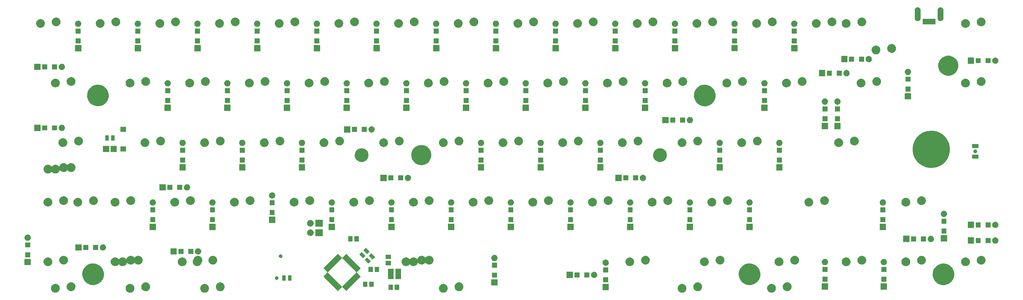
<source format=gbs>
G04 #@! TF.FileFunction,Soldermask,Bot*
%FSLAX46Y46*%
G04 Gerber Fmt 4.6, Leading zero omitted, Abs format (unit mm)*
G04 Created by KiCad (PCBNEW 4.0.6) date 07/11/19 02:34:24*
%MOMM*%
%LPD*%
G01*
G04 APERTURE LIST*
%ADD10C,0.100000*%
G04 APERTURE END LIST*
D10*
G36*
X40509548Y-117400929D02*
X40778498Y-117456136D01*
X41031597Y-117562529D01*
X41259216Y-117716060D01*
X41452675Y-117910874D01*
X41604610Y-118139555D01*
X41709236Y-118393397D01*
X41762427Y-118662033D01*
X41762427Y-118662050D01*
X41762560Y-118662723D01*
X41758181Y-118976316D01*
X41758030Y-118976979D01*
X41758030Y-118977003D01*
X41697359Y-119244046D01*
X41585684Y-119494872D01*
X41427426Y-119719216D01*
X41228601Y-119908556D01*
X40996781Y-120055672D01*
X40740815Y-120154955D01*
X40470425Y-120202633D01*
X40195931Y-120196882D01*
X39927782Y-120137927D01*
X39676190Y-120028009D01*
X39450740Y-119871317D01*
X39260018Y-119673818D01*
X39111288Y-119443035D01*
X39010218Y-119187760D01*
X38960655Y-118917715D01*
X38964488Y-118643191D01*
X39021572Y-118374634D01*
X39129732Y-118122277D01*
X39284846Y-117895739D01*
X39481007Y-117703644D01*
X39710743Y-117553309D01*
X39965306Y-117450458D01*
X40234999Y-117399011D01*
X40509548Y-117400929D01*
X40509548Y-117400929D01*
G37*
G36*
X269109548Y-117400929D02*
X269378498Y-117456136D01*
X269631597Y-117562529D01*
X269859216Y-117716060D01*
X270052675Y-117910874D01*
X270204610Y-118139555D01*
X270309236Y-118393397D01*
X270362427Y-118662033D01*
X270362427Y-118662050D01*
X270362560Y-118662723D01*
X270358181Y-118976316D01*
X270358030Y-118976979D01*
X270358030Y-118977003D01*
X270297359Y-119244046D01*
X270185684Y-119494872D01*
X270027426Y-119719216D01*
X269828601Y-119908556D01*
X269596781Y-120055672D01*
X269340815Y-120154955D01*
X269070425Y-120202633D01*
X268795931Y-120196882D01*
X268527782Y-120137927D01*
X268276190Y-120028009D01*
X268050740Y-119871317D01*
X267860018Y-119673818D01*
X267711288Y-119443035D01*
X267610218Y-119187760D01*
X267560655Y-118917715D01*
X267564488Y-118643191D01*
X267621572Y-118374634D01*
X267729732Y-118122277D01*
X267884846Y-117895739D01*
X268081007Y-117703644D01*
X268310743Y-117553309D01*
X268565306Y-117450458D01*
X268834999Y-117399011D01*
X269109548Y-117400929D01*
X269109548Y-117400929D01*
G37*
G36*
X240534548Y-117400929D02*
X240803498Y-117456136D01*
X241056597Y-117562529D01*
X241284216Y-117716060D01*
X241477675Y-117910874D01*
X241629610Y-118139555D01*
X241734236Y-118393397D01*
X241787427Y-118662033D01*
X241787427Y-118662050D01*
X241787560Y-118662723D01*
X241783181Y-118976316D01*
X241783030Y-118976979D01*
X241783030Y-118977003D01*
X241722359Y-119244046D01*
X241610684Y-119494872D01*
X241452426Y-119719216D01*
X241253601Y-119908556D01*
X241021781Y-120055672D01*
X240765815Y-120154955D01*
X240495425Y-120202633D01*
X240220931Y-120196882D01*
X239952782Y-120137927D01*
X239701190Y-120028009D01*
X239475740Y-119871317D01*
X239285018Y-119673818D01*
X239136288Y-119443035D01*
X239035218Y-119187760D01*
X238985655Y-118917715D01*
X238989488Y-118643191D01*
X239046572Y-118374634D01*
X239154732Y-118122277D01*
X239309846Y-117895739D01*
X239506007Y-117703644D01*
X239735743Y-117553309D01*
X239990306Y-117450458D01*
X240259999Y-117399011D01*
X240534548Y-117400929D01*
X240534548Y-117400929D01*
G37*
G36*
X88134548Y-117400929D02*
X88403498Y-117456136D01*
X88656597Y-117562529D01*
X88884216Y-117716060D01*
X89077675Y-117910874D01*
X89229610Y-118139555D01*
X89334236Y-118393397D01*
X89387427Y-118662033D01*
X89387427Y-118662050D01*
X89387560Y-118662723D01*
X89383181Y-118976316D01*
X89383030Y-118976979D01*
X89383030Y-118977003D01*
X89322359Y-119244046D01*
X89210684Y-119494872D01*
X89052426Y-119719216D01*
X88853601Y-119908556D01*
X88621781Y-120055672D01*
X88365815Y-120154955D01*
X88095425Y-120202633D01*
X87820931Y-120196882D01*
X87552782Y-120137927D01*
X87301190Y-120028009D01*
X87075740Y-119871317D01*
X86885018Y-119673818D01*
X86736288Y-119443035D01*
X86635218Y-119187760D01*
X86585655Y-118917715D01*
X86589488Y-118643191D01*
X86646572Y-118374634D01*
X86754732Y-118122277D01*
X86909846Y-117895739D01*
X87106007Y-117703644D01*
X87335743Y-117553309D01*
X87590306Y-117450458D01*
X87859999Y-117399011D01*
X88134548Y-117400929D01*
X88134548Y-117400929D01*
G37*
G36*
X164334548Y-117400929D02*
X164603498Y-117456136D01*
X164856597Y-117562529D01*
X165084216Y-117716060D01*
X165277675Y-117910874D01*
X165429610Y-118139555D01*
X165534236Y-118393397D01*
X165587427Y-118662033D01*
X165587427Y-118662050D01*
X165587560Y-118662723D01*
X165583181Y-118976316D01*
X165583030Y-118976979D01*
X165583030Y-118977003D01*
X165522359Y-119244046D01*
X165410684Y-119494872D01*
X165252426Y-119719216D01*
X165053601Y-119908556D01*
X164821781Y-120055672D01*
X164565815Y-120154955D01*
X164295425Y-120202633D01*
X164020931Y-120196882D01*
X163752782Y-120137927D01*
X163501190Y-120028009D01*
X163275740Y-119871317D01*
X163085018Y-119673818D01*
X162936288Y-119443035D01*
X162835218Y-119187760D01*
X162785655Y-118917715D01*
X162789488Y-118643191D01*
X162846572Y-118374634D01*
X162954732Y-118122277D01*
X163109846Y-117895739D01*
X163306007Y-117703644D01*
X163535743Y-117553309D01*
X163790306Y-117450458D01*
X164059999Y-117399011D01*
X164334548Y-117400929D01*
X164334548Y-117400929D01*
G37*
G36*
X64322048Y-117400929D02*
X64590998Y-117456136D01*
X64844097Y-117562529D01*
X65071716Y-117716060D01*
X65265175Y-117910874D01*
X65417110Y-118139555D01*
X65521736Y-118393397D01*
X65574927Y-118662033D01*
X65574927Y-118662050D01*
X65575060Y-118662723D01*
X65570681Y-118976316D01*
X65570530Y-118976979D01*
X65570530Y-118977003D01*
X65509859Y-119244046D01*
X65398184Y-119494872D01*
X65239926Y-119719216D01*
X65041101Y-119908556D01*
X64809281Y-120055672D01*
X64553315Y-120154955D01*
X64282925Y-120202633D01*
X64008431Y-120196882D01*
X63740282Y-120137927D01*
X63488690Y-120028009D01*
X63263240Y-119871317D01*
X63072518Y-119673818D01*
X62923788Y-119443035D01*
X62822718Y-119187760D01*
X62773155Y-118917715D01*
X62776988Y-118643191D01*
X62834072Y-118374634D01*
X62942232Y-118122277D01*
X63097346Y-117895739D01*
X63293507Y-117703644D01*
X63523243Y-117553309D01*
X63777806Y-117450458D01*
X64047499Y-117399011D01*
X64322048Y-117400929D01*
X64322048Y-117400929D01*
G37*
G36*
X274109548Y-116900929D02*
X274378498Y-116956136D01*
X274631597Y-117062529D01*
X274859216Y-117216060D01*
X275052675Y-117410874D01*
X275204610Y-117639555D01*
X275309236Y-117893397D01*
X275362427Y-118162033D01*
X275362427Y-118162050D01*
X275362560Y-118162723D01*
X275358181Y-118476316D01*
X275358030Y-118476979D01*
X275358030Y-118477003D01*
X275297359Y-118744046D01*
X275185684Y-118994872D01*
X275027426Y-119219216D01*
X274828601Y-119408556D01*
X274596781Y-119555672D01*
X274340815Y-119654955D01*
X274070425Y-119702633D01*
X273795931Y-119696882D01*
X273527782Y-119637927D01*
X273276190Y-119528009D01*
X273050740Y-119371317D01*
X272860018Y-119173818D01*
X272711288Y-118943035D01*
X272610218Y-118687760D01*
X272560655Y-118417715D01*
X272564488Y-118143191D01*
X272621572Y-117874634D01*
X272729732Y-117622277D01*
X272884846Y-117395739D01*
X273081007Y-117203644D01*
X273310743Y-117053309D01*
X273565306Y-116950458D01*
X273834999Y-116899011D01*
X274109548Y-116900929D01*
X274109548Y-116900929D01*
G37*
G36*
X245534548Y-116900929D02*
X245803498Y-116956136D01*
X246056597Y-117062529D01*
X246284216Y-117216060D01*
X246477675Y-117410874D01*
X246629610Y-117639555D01*
X246734236Y-117893397D01*
X246787427Y-118162033D01*
X246787427Y-118162050D01*
X246787560Y-118162723D01*
X246783181Y-118476316D01*
X246783030Y-118476979D01*
X246783030Y-118477003D01*
X246722359Y-118744046D01*
X246610684Y-118994872D01*
X246452426Y-119219216D01*
X246253601Y-119408556D01*
X246021781Y-119555672D01*
X245765815Y-119654955D01*
X245495425Y-119702633D01*
X245220931Y-119696882D01*
X244952782Y-119637927D01*
X244701190Y-119528009D01*
X244475740Y-119371317D01*
X244285018Y-119173818D01*
X244136288Y-118943035D01*
X244035218Y-118687760D01*
X243985655Y-118417715D01*
X243989488Y-118143191D01*
X244046572Y-117874634D01*
X244154732Y-117622277D01*
X244309846Y-117395739D01*
X244506007Y-117203644D01*
X244735743Y-117053309D01*
X244990306Y-116950458D01*
X245259999Y-116899011D01*
X245534548Y-116900929D01*
X245534548Y-116900929D01*
G37*
G36*
X169334548Y-116900929D02*
X169603498Y-116956136D01*
X169856597Y-117062529D01*
X170084216Y-117216060D01*
X170277675Y-117410874D01*
X170429610Y-117639555D01*
X170534236Y-117893397D01*
X170587427Y-118162033D01*
X170587427Y-118162050D01*
X170587560Y-118162723D01*
X170583181Y-118476316D01*
X170583030Y-118476979D01*
X170583030Y-118477003D01*
X170522359Y-118744046D01*
X170410684Y-118994872D01*
X170252426Y-119219216D01*
X170053601Y-119408556D01*
X169821781Y-119555672D01*
X169565815Y-119654955D01*
X169295425Y-119702633D01*
X169020931Y-119696882D01*
X168752782Y-119637927D01*
X168501190Y-119528009D01*
X168275740Y-119371317D01*
X168085018Y-119173818D01*
X167936288Y-118943035D01*
X167835218Y-118687760D01*
X167785655Y-118417715D01*
X167789488Y-118143191D01*
X167846572Y-117874634D01*
X167954732Y-117622277D01*
X168109846Y-117395739D01*
X168306007Y-117203644D01*
X168535743Y-117053309D01*
X168790306Y-116950458D01*
X169059999Y-116899011D01*
X169334548Y-116900929D01*
X169334548Y-116900929D01*
G37*
G36*
X93134548Y-116900929D02*
X93403498Y-116956136D01*
X93656597Y-117062529D01*
X93884216Y-117216060D01*
X94077675Y-117410874D01*
X94229610Y-117639555D01*
X94334236Y-117893397D01*
X94387427Y-118162033D01*
X94387427Y-118162050D01*
X94387560Y-118162723D01*
X94383181Y-118476316D01*
X94383030Y-118476979D01*
X94383030Y-118477003D01*
X94322359Y-118744046D01*
X94210684Y-118994872D01*
X94052426Y-119219216D01*
X93853601Y-119408556D01*
X93621781Y-119555672D01*
X93365815Y-119654955D01*
X93095425Y-119702633D01*
X92820931Y-119696882D01*
X92552782Y-119637927D01*
X92301190Y-119528009D01*
X92075740Y-119371317D01*
X91885018Y-119173818D01*
X91736288Y-118943035D01*
X91635218Y-118687760D01*
X91585655Y-118417715D01*
X91589488Y-118143191D01*
X91646572Y-117874634D01*
X91754732Y-117622277D01*
X91909846Y-117395739D01*
X92106007Y-117203644D01*
X92335743Y-117053309D01*
X92590306Y-116950458D01*
X92859999Y-116899011D01*
X93134548Y-116900929D01*
X93134548Y-116900929D01*
G37*
G36*
X69322048Y-116900929D02*
X69590998Y-116956136D01*
X69844097Y-117062529D01*
X70071716Y-117216060D01*
X70265175Y-117410874D01*
X70417110Y-117639555D01*
X70521736Y-117893397D01*
X70574927Y-118162033D01*
X70574927Y-118162050D01*
X70575060Y-118162723D01*
X70570681Y-118476316D01*
X70570530Y-118476979D01*
X70570530Y-118477003D01*
X70509859Y-118744046D01*
X70398184Y-118994872D01*
X70239926Y-119219216D01*
X70041101Y-119408556D01*
X69809281Y-119555672D01*
X69553315Y-119654955D01*
X69282925Y-119702633D01*
X69008431Y-119696882D01*
X68740282Y-119637927D01*
X68488690Y-119528009D01*
X68263240Y-119371317D01*
X68072518Y-119173818D01*
X67923788Y-118943035D01*
X67822718Y-118687760D01*
X67773155Y-118417715D01*
X67776988Y-118143191D01*
X67834072Y-117874634D01*
X67942232Y-117622277D01*
X68097346Y-117395739D01*
X68293507Y-117203644D01*
X68523243Y-117053309D01*
X68777806Y-116950458D01*
X69047499Y-116899011D01*
X69322048Y-116900929D01*
X69322048Y-116900929D01*
G37*
G36*
X45509548Y-116900929D02*
X45778498Y-116956136D01*
X46031597Y-117062529D01*
X46259216Y-117216060D01*
X46452675Y-117410874D01*
X46604610Y-117639555D01*
X46709236Y-117893397D01*
X46762427Y-118162033D01*
X46762427Y-118162050D01*
X46762560Y-118162723D01*
X46758181Y-118476316D01*
X46758030Y-118476979D01*
X46758030Y-118477003D01*
X46697359Y-118744046D01*
X46585684Y-118994872D01*
X46427426Y-119219216D01*
X46228601Y-119408556D01*
X45996781Y-119555672D01*
X45740815Y-119654955D01*
X45470425Y-119702633D01*
X45195931Y-119696882D01*
X44927782Y-119637927D01*
X44676190Y-119528009D01*
X44450740Y-119371317D01*
X44260018Y-119173818D01*
X44111288Y-118943035D01*
X44010218Y-118687760D01*
X43960655Y-118417715D01*
X43964488Y-118143191D01*
X44021572Y-117874634D01*
X44129732Y-117622277D01*
X44284846Y-117395739D01*
X44481007Y-117203644D01*
X44710743Y-117053309D01*
X44965306Y-116950458D01*
X45234999Y-116899011D01*
X45509548Y-116900929D01*
X45509548Y-116900929D01*
G37*
G36*
X133708300Y-108225101D02*
X133708304Y-108225104D01*
X137349896Y-111866696D01*
X137349900Y-111866701D01*
X137844874Y-112361675D01*
X136589760Y-113616789D01*
X136572860Y-113639288D01*
X136562897Y-113665605D01*
X136560661Y-113693655D01*
X136566327Y-113721218D01*
X136579448Y-113746111D01*
X136589760Y-113758211D01*
X137844874Y-115013325D01*
X137349900Y-115508300D01*
X133708300Y-119149900D01*
X133213325Y-119644874D01*
X131958211Y-118389760D01*
X131935712Y-118372860D01*
X131909395Y-118362897D01*
X131881345Y-118360661D01*
X131853782Y-118366327D01*
X131828889Y-118379448D01*
X131816789Y-118389760D01*
X130561675Y-119644874D01*
X130066701Y-119149900D01*
X130066697Y-119149897D01*
X126425103Y-115508303D01*
X126425101Y-115508300D01*
X125930126Y-115013325D01*
X127185240Y-113758211D01*
X127202140Y-113735712D01*
X127212103Y-113709395D01*
X127213357Y-113693655D01*
X127332919Y-113693655D01*
X127338585Y-113721218D01*
X127351706Y-113746111D01*
X127362018Y-113758211D01*
X128016087Y-114412280D01*
X128016091Y-114412285D01*
X131162716Y-117558910D01*
X131162720Y-117558913D01*
X131816789Y-118212982D01*
X131839288Y-118229882D01*
X131865605Y-118239845D01*
X131893655Y-118242081D01*
X131921218Y-118236415D01*
X131946111Y-118223294D01*
X131958211Y-118212982D01*
X132612271Y-117558922D01*
X132612278Y-117558916D01*
X135758914Y-114412280D01*
X135758916Y-114412277D01*
X136412982Y-113758211D01*
X136429882Y-113735712D01*
X136439845Y-113709395D01*
X136442081Y-113681345D01*
X136436415Y-113653782D01*
X136423294Y-113628889D01*
X136412982Y-113616789D01*
X135758912Y-112962719D01*
X135758910Y-112962716D01*
X132612285Y-109816091D01*
X132612281Y-109816088D01*
X131958211Y-109162018D01*
X131935712Y-109145118D01*
X131909395Y-109135155D01*
X131881345Y-109132919D01*
X131853782Y-109138585D01*
X131828889Y-109151706D01*
X131816789Y-109162018D01*
X131162716Y-109816091D01*
X130773807Y-110204999D01*
X128334288Y-112644518D01*
X128016091Y-112962716D01*
X127362018Y-113616789D01*
X127345118Y-113639288D01*
X127335155Y-113665605D01*
X127332919Y-113693655D01*
X127213357Y-113693655D01*
X127214339Y-113681345D01*
X127208673Y-113653782D01*
X127195552Y-113628889D01*
X127185240Y-113616789D01*
X125930126Y-112361675D01*
X126425105Y-111866696D01*
X126425107Y-111866693D01*
X130066687Y-108225113D01*
X130066694Y-108225107D01*
X130561675Y-107730126D01*
X131816789Y-108985240D01*
X131839288Y-109002140D01*
X131865605Y-109012103D01*
X131893655Y-109014339D01*
X131921218Y-109008673D01*
X131946111Y-108995552D01*
X131958211Y-108985240D01*
X133213325Y-107730126D01*
X133708300Y-108225101D01*
X133708300Y-108225101D01*
G37*
G36*
X217000000Y-119400000D02*
X215000000Y-119400000D01*
X215000000Y-117400000D01*
X217000000Y-117400000D01*
X217000000Y-119400000D01*
X217000000Y-119400000D01*
G37*
G36*
X150068750Y-119312500D02*
X148668750Y-119312500D01*
X148668750Y-117662500D01*
X150068750Y-117662500D01*
X150068750Y-119312500D01*
X150068750Y-119312500D01*
G37*
G36*
X148068750Y-119312500D02*
X146668750Y-119312500D01*
X146668750Y-117662500D01*
X148068750Y-117662500D01*
X148068750Y-119312500D01*
X148068750Y-119312500D01*
G37*
G36*
X305800000Y-119200000D02*
X303800000Y-119200000D01*
X303800000Y-117200000D01*
X305800000Y-117200000D01*
X305800000Y-119200000D01*
X305800000Y-119200000D01*
G37*
G36*
X287000000Y-119200000D02*
X285000000Y-119200000D01*
X285000000Y-117200000D01*
X287000000Y-117200000D01*
X287000000Y-119200000D01*
X287000000Y-119200000D01*
G37*
G36*
X139950000Y-118325000D02*
X138550000Y-118325000D01*
X138550000Y-116675000D01*
X139950000Y-116675000D01*
X139950000Y-118325000D01*
X139950000Y-118325000D01*
G37*
G36*
X141950000Y-118325000D02*
X140550000Y-118325000D01*
X140550000Y-116675000D01*
X141950000Y-116675000D01*
X141950000Y-118325000D01*
X141950000Y-118325000D01*
G37*
G36*
X181500000Y-117900000D02*
X179500000Y-117900000D01*
X179500000Y-115900000D01*
X181500000Y-115900000D01*
X181500000Y-117900000D01*
X181500000Y-117900000D01*
G37*
G36*
X324212369Y-110864794D02*
X324875133Y-111000840D01*
X325498845Y-111263024D01*
X326059758Y-111641365D01*
X326536498Y-112121445D01*
X326910910Y-112684982D01*
X327168737Y-113310514D01*
X327300015Y-113973521D01*
X327300015Y-113973537D01*
X327300148Y-113974210D01*
X327289357Y-114746992D01*
X327289206Y-114747655D01*
X327289206Y-114747679D01*
X327139467Y-115406757D01*
X326864273Y-116024852D01*
X326474274Y-116577710D01*
X325984313Y-117044294D01*
X325413052Y-117406827D01*
X324782268Y-117651492D01*
X324115960Y-117768981D01*
X323439529Y-117754811D01*
X322778731Y-117609525D01*
X322158738Y-117338658D01*
X321603166Y-116952524D01*
X321133173Y-116465832D01*
X320766662Y-115897119D01*
X320517596Y-115268050D01*
X320395461Y-114602585D01*
X320404907Y-113926074D01*
X320545576Y-113264276D01*
X320812111Y-112642403D01*
X321194357Y-112084149D01*
X321677754Y-111610771D01*
X322243891Y-111240301D01*
X322871205Y-110986849D01*
X323535804Y-110860070D01*
X324212369Y-110864794D01*
X324212369Y-110864794D01*
G37*
G36*
X52749869Y-110852294D02*
X53412633Y-110988340D01*
X54036345Y-111250524D01*
X54597258Y-111628865D01*
X55073998Y-112108945D01*
X55448410Y-112672482D01*
X55706237Y-113298014D01*
X55837515Y-113961021D01*
X55837515Y-113961037D01*
X55837648Y-113961710D01*
X55826857Y-114734492D01*
X55826706Y-114735155D01*
X55826706Y-114735179D01*
X55676967Y-115394257D01*
X55401773Y-116012352D01*
X55011774Y-116565210D01*
X54521813Y-117031794D01*
X53950552Y-117394327D01*
X53319768Y-117638992D01*
X52653460Y-117756481D01*
X51977029Y-117742311D01*
X51316231Y-117597025D01*
X50696238Y-117326158D01*
X50140666Y-116940024D01*
X49670673Y-116453332D01*
X49304162Y-115884619D01*
X49055096Y-115255550D01*
X48932961Y-114590085D01*
X48942407Y-113913574D01*
X49083076Y-113251776D01*
X49349611Y-112629903D01*
X49731857Y-112071649D01*
X50215254Y-111598271D01*
X50781391Y-111227801D01*
X51408705Y-110974349D01*
X52073304Y-110847570D01*
X52749869Y-110852294D01*
X52749869Y-110852294D01*
G37*
G36*
X262299869Y-110852294D02*
X262962633Y-110988340D01*
X263586345Y-111250524D01*
X264147258Y-111628865D01*
X264623998Y-112108945D01*
X264998410Y-112672482D01*
X265256237Y-113298014D01*
X265387515Y-113961021D01*
X265387515Y-113961037D01*
X265387648Y-113961710D01*
X265376857Y-114734492D01*
X265376706Y-114735155D01*
X265376706Y-114735179D01*
X265226967Y-115394257D01*
X264951773Y-116012352D01*
X264561774Y-116565210D01*
X264071813Y-117031794D01*
X263500552Y-117394327D01*
X262869768Y-117638992D01*
X262203460Y-117756481D01*
X261527029Y-117742311D01*
X260866231Y-117597025D01*
X260246238Y-117326158D01*
X259690666Y-116940024D01*
X259220673Y-116453332D01*
X258854162Y-115884619D01*
X258605096Y-115255550D01*
X258482961Y-114590085D01*
X258492407Y-113913574D01*
X258633076Y-113251776D01*
X258899611Y-112629903D01*
X259281857Y-112071649D01*
X259765254Y-111598271D01*
X260331391Y-111227801D01*
X260958705Y-110974349D01*
X261623304Y-110847570D01*
X262299869Y-110852294D01*
X262299869Y-110852294D01*
G37*
G36*
X216800000Y-116875000D02*
X215200000Y-116875000D01*
X215200000Y-115275000D01*
X216800000Y-115275000D01*
X216800000Y-116875000D01*
X216800000Y-116875000D01*
G37*
G36*
X286800000Y-116675000D02*
X285200000Y-116675000D01*
X285200000Y-115075000D01*
X286800000Y-115075000D01*
X286800000Y-116675000D01*
X286800000Y-116675000D01*
G37*
G36*
X305600000Y-116675000D02*
X304000000Y-116675000D01*
X304000000Y-115075000D01*
X305600000Y-115075000D01*
X305600000Y-116675000D01*
X305600000Y-116675000D01*
G37*
G36*
X115750000Y-116350000D02*
X114650000Y-116350000D01*
X114650000Y-114650000D01*
X115750000Y-114650000D01*
X115750000Y-116350000D01*
X115750000Y-116350000D01*
G37*
G36*
X113850000Y-116350000D02*
X112750000Y-116350000D01*
X112750000Y-114650000D01*
X113850000Y-114650000D01*
X113850000Y-116350000D01*
X113850000Y-116350000D01*
G37*
G36*
X111060396Y-114925379D02*
X111170861Y-114948054D01*
X111274804Y-114991748D01*
X111368298Y-115054811D01*
X111447752Y-115134821D01*
X111510153Y-115228743D01*
X111553127Y-115333005D01*
X111574892Y-115442926D01*
X111574892Y-115442950D01*
X111575024Y-115443618D01*
X111573226Y-115572415D01*
X111573075Y-115573078D01*
X111573075Y-115573102D01*
X111548247Y-115682377D01*
X111502381Y-115785396D01*
X111437383Y-115877536D01*
X111355722Y-115955301D01*
X111260511Y-116015724D01*
X111155377Y-116056502D01*
X111044325Y-116076084D01*
X110931588Y-116073722D01*
X110821454Y-116049507D01*
X110718121Y-116004362D01*
X110625526Y-115940008D01*
X110547193Y-115858891D01*
X110486107Y-115764104D01*
X110444596Y-115659258D01*
X110424240Y-115548347D01*
X110425814Y-115435597D01*
X110449260Y-115325291D01*
X110493680Y-115221651D01*
X110557388Y-115128608D01*
X110637958Y-115049709D01*
X110732315Y-114987963D01*
X110836864Y-114945722D01*
X110947633Y-114924592D01*
X111060396Y-114925379D01*
X111060396Y-114925379D01*
G37*
G36*
X150718750Y-115887500D02*
X148918750Y-115887500D01*
X148918750Y-112587500D01*
X150718750Y-112587500D01*
X150718750Y-115887500D01*
X150718750Y-115887500D01*
G37*
G36*
X148318750Y-115887500D02*
X146518750Y-115887500D01*
X146518750Y-112587500D01*
X148318750Y-112587500D01*
X148318750Y-115887500D01*
X148318750Y-115887500D01*
G37*
G36*
X212430035Y-113500663D02*
X212622143Y-113540097D01*
X212802927Y-113616091D01*
X212965513Y-113725757D01*
X213103697Y-113864909D01*
X213212221Y-114028253D01*
X213286956Y-114209573D01*
X213324910Y-114401252D01*
X213324910Y-114401272D01*
X213325043Y-114401945D01*
X213321916Y-114625940D01*
X213321763Y-114626613D01*
X213321763Y-114626627D01*
X213278471Y-114817180D01*
X213198706Y-114996335D01*
X213085662Y-115156583D01*
X212943644Y-115291826D01*
X212778057Y-115396910D01*
X212595226Y-115467826D01*
X212402089Y-115501881D01*
X212206022Y-115497774D01*
X212014486Y-115455662D01*
X211834778Y-115377150D01*
X211673743Y-115265227D01*
X211537512Y-115124156D01*
X211431278Y-114959311D01*
X211359082Y-114776969D01*
X211323682Y-114584082D01*
X211326419Y-114387993D01*
X211367194Y-114196162D01*
X211444448Y-114015915D01*
X211555247Y-113854099D01*
X211695362Y-113716888D01*
X211859459Y-113609506D01*
X212041289Y-113536041D01*
X212233928Y-113499293D01*
X212430035Y-113500663D01*
X212430035Y-113500663D01*
G37*
G36*
X205525000Y-115500000D02*
X203525000Y-115500000D01*
X203525000Y-113500000D01*
X205525000Y-113500000D01*
X205525000Y-115500000D01*
X205525000Y-115500000D01*
G37*
G36*
X181300000Y-115375000D02*
X179700000Y-115375000D01*
X179700000Y-113775000D01*
X181300000Y-113775000D01*
X181300000Y-115375000D01*
X181300000Y-115375000D01*
G37*
G36*
X207650000Y-115300000D02*
X206050000Y-115300000D01*
X206050000Y-113700000D01*
X207650000Y-113700000D01*
X207650000Y-115300000D01*
X207650000Y-115300000D01*
G37*
G36*
X210800000Y-115300000D02*
X209200000Y-115300000D01*
X209200000Y-113700000D01*
X210800000Y-113700000D01*
X210800000Y-115300000D01*
X210800000Y-115300000D01*
G37*
G36*
X216800000Y-113725000D02*
X215200000Y-113725000D01*
X215200000Y-112125000D01*
X216800000Y-112125000D01*
X216800000Y-113725000D01*
X216800000Y-113725000D01*
G37*
G36*
X143700000Y-113575000D02*
X142300000Y-113575000D01*
X142300000Y-111925000D01*
X143700000Y-111925000D01*
X143700000Y-113575000D01*
X143700000Y-113575000D01*
G37*
G36*
X141700000Y-113575000D02*
X140300000Y-113575000D01*
X140300000Y-111925000D01*
X141700000Y-111925000D01*
X141700000Y-113575000D01*
X141700000Y-113575000D01*
G37*
G36*
X305600000Y-113525000D02*
X304000000Y-113525000D01*
X304000000Y-111925000D01*
X305600000Y-111925000D01*
X305600000Y-113525000D01*
X305600000Y-113525000D01*
G37*
G36*
X286800000Y-113525000D02*
X285200000Y-113525000D01*
X285200000Y-111925000D01*
X286800000Y-111925000D01*
X286800000Y-113525000D01*
X286800000Y-113525000D01*
G37*
G36*
X181300000Y-112225000D02*
X179700000Y-112225000D01*
X179700000Y-110625000D01*
X181300000Y-110625000D01*
X181300000Y-112225000D01*
X181300000Y-112225000D01*
G37*
G36*
X292922048Y-108900929D02*
X293190998Y-108956136D01*
X293444097Y-109062529D01*
X293671716Y-109216060D01*
X293865175Y-109410874D01*
X294017110Y-109639555D01*
X294121736Y-109893397D01*
X294174927Y-110162033D01*
X294174927Y-110162050D01*
X294175060Y-110162723D01*
X294170681Y-110476316D01*
X294170530Y-110476979D01*
X294170530Y-110477003D01*
X294109859Y-110744046D01*
X293998184Y-110994872D01*
X293839926Y-111219216D01*
X293641101Y-111408556D01*
X293409281Y-111555672D01*
X293153315Y-111654955D01*
X292882925Y-111702633D01*
X292608431Y-111696882D01*
X292340282Y-111637927D01*
X292088690Y-111528009D01*
X291863240Y-111371317D01*
X291672518Y-111173818D01*
X291523788Y-110943035D01*
X291422718Y-110687760D01*
X291373155Y-110417715D01*
X291376988Y-110143191D01*
X291434072Y-109874634D01*
X291542232Y-109622277D01*
X291697346Y-109395739D01*
X291893507Y-109203644D01*
X292123243Y-109053309D01*
X292377806Y-108950458D01*
X292647499Y-108899011D01*
X292922048Y-108900929D01*
X292922048Y-108900929D01*
G37*
G36*
X38128298Y-108900929D02*
X38397248Y-108956136D01*
X38650347Y-109062529D01*
X38877966Y-109216060D01*
X39071425Y-109410874D01*
X39223360Y-109639555D01*
X39327986Y-109893397D01*
X39381177Y-110162033D01*
X39381177Y-110162050D01*
X39381310Y-110162723D01*
X39376931Y-110476316D01*
X39376780Y-110476979D01*
X39376780Y-110477003D01*
X39316109Y-110744046D01*
X39204434Y-110994872D01*
X39046176Y-111219216D01*
X38847351Y-111408556D01*
X38615531Y-111555672D01*
X38359565Y-111654955D01*
X38089175Y-111702633D01*
X37814681Y-111696882D01*
X37546532Y-111637927D01*
X37294940Y-111528009D01*
X37069490Y-111371317D01*
X36878768Y-111173818D01*
X36730038Y-110943035D01*
X36628968Y-110687760D01*
X36579405Y-110417715D01*
X36583238Y-110143191D01*
X36640322Y-109874634D01*
X36748482Y-109622277D01*
X36903596Y-109395739D01*
X37099757Y-109203644D01*
X37329493Y-109053309D01*
X37584056Y-108950458D01*
X37853749Y-108899011D01*
X38128298Y-108900929D01*
X38128298Y-108900929D01*
G37*
G36*
X331022048Y-108900929D02*
X331290998Y-108956136D01*
X331544097Y-109062529D01*
X331771716Y-109216060D01*
X331965175Y-109410874D01*
X332117110Y-109639555D01*
X332221736Y-109893397D01*
X332274927Y-110162033D01*
X332274927Y-110162050D01*
X332275060Y-110162723D01*
X332270681Y-110476316D01*
X332270530Y-110476979D01*
X332270530Y-110477003D01*
X332209859Y-110744046D01*
X332098184Y-110994872D01*
X331939926Y-111219216D01*
X331741101Y-111408556D01*
X331509281Y-111555672D01*
X331253315Y-111654955D01*
X330982925Y-111702633D01*
X330708431Y-111696882D01*
X330440282Y-111637927D01*
X330188690Y-111528009D01*
X329963240Y-111371317D01*
X329772518Y-111173818D01*
X329623788Y-110943035D01*
X329522718Y-110687760D01*
X329473155Y-110417715D01*
X329476988Y-110143191D01*
X329534072Y-109874634D01*
X329642232Y-109622277D01*
X329797346Y-109395739D01*
X329993507Y-109203644D01*
X330223243Y-109053309D01*
X330477806Y-108950458D01*
X330747499Y-108899011D01*
X331022048Y-108900929D01*
X331022048Y-108900929D01*
G37*
G36*
X66940798Y-108400929D02*
X67209748Y-108456136D01*
X67462847Y-108562529D01*
X67690466Y-108716060D01*
X67883925Y-108910874D01*
X68035860Y-109139555D01*
X68140486Y-109393397D01*
X68193677Y-109662033D01*
X68193677Y-109662050D01*
X68193810Y-109662723D01*
X68189431Y-109976316D01*
X68189280Y-109976979D01*
X68189280Y-109977003D01*
X68128609Y-110244046D01*
X68016934Y-110494872D01*
X67858676Y-110719216D01*
X67659851Y-110908556D01*
X67428031Y-111055672D01*
X67172065Y-111154955D01*
X66901675Y-111202633D01*
X66627181Y-111196882D01*
X66359032Y-111137927D01*
X66107440Y-111028009D01*
X65881990Y-110871317D01*
X65691268Y-110673818D01*
X65684778Y-110663747D01*
X65666359Y-110642474D01*
X65642742Y-110627174D01*
X65615799Y-110619059D01*
X65587661Y-110618772D01*
X65560557Y-110626336D01*
X65536633Y-110641151D01*
X65519006Y-110660273D01*
X65477426Y-110719216D01*
X65278601Y-110908556D01*
X65046781Y-111055672D01*
X64790815Y-111154955D01*
X64520425Y-111202633D01*
X64245931Y-111196882D01*
X63977782Y-111137927D01*
X63726190Y-111028009D01*
X63500740Y-110871317D01*
X63304551Y-110668157D01*
X63282350Y-110650867D01*
X63256212Y-110640446D01*
X63228205Y-110637720D01*
X63200547Y-110642905D01*
X63175429Y-110655589D01*
X63154839Y-110674769D01*
X63140408Y-110698926D01*
X63135102Y-110715467D01*
X63128609Y-110744047D01*
X63016934Y-110994872D01*
X62858676Y-111219216D01*
X62659851Y-111408556D01*
X62428031Y-111555672D01*
X62172065Y-111654955D01*
X61901675Y-111702633D01*
X61627181Y-111696882D01*
X61359032Y-111637927D01*
X61107440Y-111528009D01*
X60881990Y-111371317D01*
X60691268Y-111173818D01*
X60684778Y-111163747D01*
X60666359Y-111142474D01*
X60642742Y-111127174D01*
X60615799Y-111119059D01*
X60587661Y-111118772D01*
X60560557Y-111126336D01*
X60536633Y-111141151D01*
X60519006Y-111160273D01*
X60477426Y-111219216D01*
X60278601Y-111408556D01*
X60046781Y-111555672D01*
X59790815Y-111654955D01*
X59520425Y-111702633D01*
X59245931Y-111696882D01*
X58977782Y-111637927D01*
X58726190Y-111528009D01*
X58500740Y-111371317D01*
X58310018Y-111173818D01*
X58161288Y-110943035D01*
X58060218Y-110687760D01*
X58010655Y-110417715D01*
X58014488Y-110143191D01*
X58071572Y-109874634D01*
X58179732Y-109622277D01*
X58334846Y-109395739D01*
X58531007Y-109203644D01*
X58760743Y-109053309D01*
X59015306Y-108950458D01*
X59284999Y-108899011D01*
X59559548Y-108900929D01*
X59828498Y-108956136D01*
X60081597Y-109062529D01*
X60309216Y-109216060D01*
X60502675Y-109410874D01*
X60520631Y-109437901D01*
X60539345Y-109458915D01*
X60563173Y-109473883D01*
X60590228Y-109481620D01*
X60618367Y-109481513D01*
X60645362Y-109473572D01*
X60669076Y-109458424D01*
X60686435Y-109439058D01*
X60716097Y-109395738D01*
X60912257Y-109203644D01*
X61141993Y-109053309D01*
X61396556Y-108950458D01*
X61666249Y-108899011D01*
X61940798Y-108900929D01*
X62209748Y-108956136D01*
X62462847Y-109062529D01*
X62690466Y-109216060D01*
X62883921Y-109410871D01*
X62888606Y-109417922D01*
X62907321Y-109438935D01*
X62931149Y-109453904D01*
X62958204Y-109461641D01*
X62986343Y-109461534D01*
X63013338Y-109453593D01*
X63037052Y-109438445D01*
X63055607Y-109417290D01*
X63069713Y-109383376D01*
X63071571Y-109374637D01*
X63179732Y-109122277D01*
X63334846Y-108895739D01*
X63531007Y-108703644D01*
X63760743Y-108553309D01*
X64015306Y-108450458D01*
X64284999Y-108399011D01*
X64559548Y-108400929D01*
X64828498Y-108456136D01*
X65081597Y-108562529D01*
X65309216Y-108716060D01*
X65502675Y-108910874D01*
X65520631Y-108937901D01*
X65539345Y-108958915D01*
X65563173Y-108973883D01*
X65590228Y-108981620D01*
X65618367Y-108981513D01*
X65645362Y-108973572D01*
X65669076Y-108958424D01*
X65686435Y-108939058D01*
X65716097Y-108895738D01*
X65912257Y-108703644D01*
X66141993Y-108553309D01*
X66396556Y-108450458D01*
X66666249Y-108399011D01*
X66940798Y-108400929D01*
X66940798Y-108400929D01*
G37*
G36*
X271490798Y-108900929D02*
X271759748Y-108956136D01*
X272012847Y-109062529D01*
X272240466Y-109216060D01*
X272433925Y-109410874D01*
X272585860Y-109639555D01*
X272690486Y-109893397D01*
X272743677Y-110162033D01*
X272743677Y-110162050D01*
X272743810Y-110162723D01*
X272739431Y-110476316D01*
X272739280Y-110476979D01*
X272739280Y-110477003D01*
X272678609Y-110744046D01*
X272566934Y-110994872D01*
X272408676Y-111219216D01*
X272209851Y-111408556D01*
X271978031Y-111555672D01*
X271722065Y-111654955D01*
X271451675Y-111702633D01*
X271177181Y-111696882D01*
X270909032Y-111637927D01*
X270657440Y-111528009D01*
X270431990Y-111371317D01*
X270241268Y-111173818D01*
X270092538Y-110943035D01*
X269991468Y-110687760D01*
X269941905Y-110417715D01*
X269945738Y-110143191D01*
X270002822Y-109874634D01*
X270110982Y-109622277D01*
X270266096Y-109395739D01*
X270462257Y-109203644D01*
X270691993Y-109053309D01*
X270946556Y-108950458D01*
X271216249Y-108899011D01*
X271490798Y-108900929D01*
X271490798Y-108900929D01*
G37*
G36*
X247678298Y-108900929D02*
X247947248Y-108956136D01*
X248200347Y-109062529D01*
X248427966Y-109216060D01*
X248621425Y-109410874D01*
X248773360Y-109639555D01*
X248877986Y-109893397D01*
X248931177Y-110162033D01*
X248931177Y-110162050D01*
X248931310Y-110162723D01*
X248926931Y-110476316D01*
X248926780Y-110476979D01*
X248926780Y-110477003D01*
X248866109Y-110744046D01*
X248754434Y-110994872D01*
X248596176Y-111219216D01*
X248397351Y-111408556D01*
X248165531Y-111555672D01*
X247909565Y-111654955D01*
X247639175Y-111702633D01*
X247364681Y-111696882D01*
X247096532Y-111637927D01*
X246844940Y-111528009D01*
X246619490Y-111371317D01*
X246428768Y-111173818D01*
X246280038Y-110943035D01*
X246178968Y-110687760D01*
X246129405Y-110417715D01*
X246133238Y-110143191D01*
X246190322Y-109874634D01*
X246298482Y-109622277D01*
X246453596Y-109395739D01*
X246649757Y-109203644D01*
X246879493Y-109053309D01*
X247134056Y-108950458D01*
X247403749Y-108899011D01*
X247678298Y-108900929D01*
X247678298Y-108900929D01*
G37*
G36*
X80990798Y-108900929D02*
X81259748Y-108956136D01*
X81512847Y-109062529D01*
X81740466Y-109216060D01*
X81933925Y-109410874D01*
X82085860Y-109639555D01*
X82190486Y-109893397D01*
X82243677Y-110162033D01*
X82243677Y-110162050D01*
X82243810Y-110162723D01*
X82239431Y-110476316D01*
X82239280Y-110476979D01*
X82239280Y-110477003D01*
X82178609Y-110744046D01*
X82066934Y-110994872D01*
X81908676Y-111219216D01*
X81709851Y-111408556D01*
X81478031Y-111555672D01*
X81222065Y-111654955D01*
X80951675Y-111702633D01*
X80677181Y-111696882D01*
X80409032Y-111637927D01*
X80157440Y-111528009D01*
X79931990Y-111371317D01*
X79741268Y-111173818D01*
X79592538Y-110943035D01*
X79491468Y-110687760D01*
X79441905Y-110417715D01*
X79445738Y-110143191D01*
X79502822Y-109874634D01*
X79610982Y-109622277D01*
X79766096Y-109395739D01*
X79962257Y-109203644D01*
X80191993Y-109053309D01*
X80446556Y-108950458D01*
X80716249Y-108899011D01*
X80990798Y-108900929D01*
X80990798Y-108900929D01*
G37*
G36*
X85990798Y-108400929D02*
X86259748Y-108456136D01*
X86512847Y-108562529D01*
X86740466Y-108716060D01*
X86933925Y-108910874D01*
X87085860Y-109139555D01*
X87190486Y-109393397D01*
X87243677Y-109662033D01*
X87243677Y-109662050D01*
X87243810Y-109662723D01*
X87239431Y-109976316D01*
X87239280Y-109976979D01*
X87239280Y-109977003D01*
X87178609Y-110244046D01*
X87066934Y-110494872D01*
X86976253Y-110623420D01*
X86960452Y-110658908D01*
X86941109Y-110744046D01*
X86829434Y-110994872D01*
X86671176Y-111219216D01*
X86472351Y-111408556D01*
X86240531Y-111555672D01*
X85984565Y-111654955D01*
X85714175Y-111702633D01*
X85439681Y-111696882D01*
X85171532Y-111637927D01*
X84919940Y-111528009D01*
X84694490Y-111371317D01*
X84503768Y-111173818D01*
X84355038Y-110943035D01*
X84253968Y-110687760D01*
X84204405Y-110417715D01*
X84208238Y-110143191D01*
X84265322Y-109874634D01*
X84373482Y-109622278D01*
X84473527Y-109476165D01*
X84488830Y-109440461D01*
X84502823Y-109374633D01*
X84610982Y-109122277D01*
X84766096Y-108895739D01*
X84962257Y-108703644D01*
X85191993Y-108553309D01*
X85446556Y-108450458D01*
X85716249Y-108399011D01*
X85990798Y-108400929D01*
X85990798Y-108400929D01*
G37*
G36*
X159809548Y-108400929D02*
X160078498Y-108456136D01*
X160331597Y-108562529D01*
X160559216Y-108716060D01*
X160752675Y-108910874D01*
X160904610Y-109139555D01*
X161009236Y-109393397D01*
X161062427Y-109662033D01*
X161062427Y-109662050D01*
X161062560Y-109662723D01*
X161058181Y-109976316D01*
X161058030Y-109976979D01*
X161058030Y-109977003D01*
X160997359Y-110244046D01*
X160885684Y-110494872D01*
X160727426Y-110719216D01*
X160528601Y-110908556D01*
X160296781Y-111055672D01*
X160040815Y-111154955D01*
X159770425Y-111202633D01*
X159495931Y-111196882D01*
X159227782Y-111137927D01*
X158976190Y-111028009D01*
X158750740Y-110871317D01*
X158560018Y-110673818D01*
X158553528Y-110663747D01*
X158535109Y-110642474D01*
X158511492Y-110627174D01*
X158484549Y-110619059D01*
X158456411Y-110618772D01*
X158429307Y-110626336D01*
X158405383Y-110641151D01*
X158387756Y-110660273D01*
X158346176Y-110719216D01*
X158147351Y-110908556D01*
X157915531Y-111055672D01*
X157659565Y-111154955D01*
X157389175Y-111202633D01*
X157114681Y-111196882D01*
X156846532Y-111137927D01*
X156594940Y-111028009D01*
X156369490Y-110871317D01*
X156173301Y-110668157D01*
X156151100Y-110650867D01*
X156124962Y-110640446D01*
X156096955Y-110637720D01*
X156069297Y-110642905D01*
X156044179Y-110655589D01*
X156023589Y-110674769D01*
X156009158Y-110698926D01*
X156003852Y-110715467D01*
X155997359Y-110744047D01*
X155885684Y-110994872D01*
X155727426Y-111219216D01*
X155528601Y-111408556D01*
X155296781Y-111555672D01*
X155040815Y-111654955D01*
X154770425Y-111702633D01*
X154495931Y-111696882D01*
X154227782Y-111637927D01*
X153976190Y-111528009D01*
X153750740Y-111371317D01*
X153560018Y-111173818D01*
X153553528Y-111163747D01*
X153535109Y-111142474D01*
X153511492Y-111127174D01*
X153484549Y-111119059D01*
X153456411Y-111118772D01*
X153429307Y-111126336D01*
X153405383Y-111141151D01*
X153387756Y-111160273D01*
X153346176Y-111219216D01*
X153147351Y-111408556D01*
X152915531Y-111555672D01*
X152659565Y-111654955D01*
X152389175Y-111702633D01*
X152114681Y-111696882D01*
X151846532Y-111637927D01*
X151594940Y-111528009D01*
X151369490Y-111371317D01*
X151178768Y-111173818D01*
X151030038Y-110943035D01*
X150928968Y-110687760D01*
X150879405Y-110417715D01*
X150883238Y-110143191D01*
X150940322Y-109874634D01*
X151048482Y-109622277D01*
X151203596Y-109395739D01*
X151399757Y-109203644D01*
X151629493Y-109053309D01*
X151884056Y-108950458D01*
X152153749Y-108899011D01*
X152428298Y-108900929D01*
X152697248Y-108956136D01*
X152950347Y-109062529D01*
X153177966Y-109216060D01*
X153371425Y-109410874D01*
X153389381Y-109437901D01*
X153408095Y-109458915D01*
X153431923Y-109473883D01*
X153458978Y-109481620D01*
X153487117Y-109481513D01*
X153514112Y-109473572D01*
X153537826Y-109458424D01*
X153555185Y-109439058D01*
X153584847Y-109395738D01*
X153781007Y-109203644D01*
X154010743Y-109053309D01*
X154265306Y-108950458D01*
X154534999Y-108899011D01*
X154809548Y-108900929D01*
X155078498Y-108956136D01*
X155331597Y-109062529D01*
X155559216Y-109216060D01*
X155752671Y-109410871D01*
X155757356Y-109417922D01*
X155776071Y-109438935D01*
X155799899Y-109453904D01*
X155826954Y-109461641D01*
X155855093Y-109461534D01*
X155882088Y-109453593D01*
X155905802Y-109438445D01*
X155924357Y-109417290D01*
X155938463Y-109383376D01*
X155940321Y-109374637D01*
X156048482Y-109122277D01*
X156203596Y-108895739D01*
X156399757Y-108703644D01*
X156629493Y-108553309D01*
X156884056Y-108450458D01*
X157153749Y-108399011D01*
X157428298Y-108400929D01*
X157697248Y-108456136D01*
X157950347Y-108562529D01*
X158177966Y-108716060D01*
X158371425Y-108910874D01*
X158389381Y-108937901D01*
X158408095Y-108958915D01*
X158431923Y-108973883D01*
X158458978Y-108981620D01*
X158487117Y-108981513D01*
X158514112Y-108973572D01*
X158537826Y-108958424D01*
X158555185Y-108939058D01*
X158584847Y-108895738D01*
X158781007Y-108703644D01*
X159010743Y-108553309D01*
X159265306Y-108450458D01*
X159534999Y-108399011D01*
X159809548Y-108400929D01*
X159809548Y-108400929D01*
G37*
G36*
X311972048Y-108900929D02*
X312240998Y-108956136D01*
X312494097Y-109062529D01*
X312721716Y-109216060D01*
X312915175Y-109410874D01*
X313067110Y-109639555D01*
X313171736Y-109893397D01*
X313224927Y-110162033D01*
X313224927Y-110162050D01*
X313225060Y-110162723D01*
X313220681Y-110476316D01*
X313220530Y-110476979D01*
X313220530Y-110477003D01*
X313159859Y-110744046D01*
X313048184Y-110994872D01*
X312889926Y-111219216D01*
X312691101Y-111408556D01*
X312459281Y-111555672D01*
X312203315Y-111654955D01*
X311932925Y-111702633D01*
X311658431Y-111696882D01*
X311390282Y-111637927D01*
X311138690Y-111528009D01*
X310913240Y-111371317D01*
X310722518Y-111173818D01*
X310573788Y-110943035D01*
X310472718Y-110687760D01*
X310423155Y-110417715D01*
X310426988Y-110143191D01*
X310484072Y-109874634D01*
X310592232Y-109622277D01*
X310747346Y-109395739D01*
X310943507Y-109203644D01*
X311173243Y-109053309D01*
X311427806Y-108950458D01*
X311697499Y-108899011D01*
X311972048Y-108900929D01*
X311972048Y-108900929D01*
G37*
G36*
X223865798Y-108900929D02*
X224134748Y-108956136D01*
X224387847Y-109062529D01*
X224615466Y-109216060D01*
X224808925Y-109410874D01*
X224960860Y-109639555D01*
X225065486Y-109893397D01*
X225118677Y-110162033D01*
X225118677Y-110162050D01*
X225118810Y-110162723D01*
X225114431Y-110476316D01*
X225114280Y-110476979D01*
X225114280Y-110477003D01*
X225053609Y-110744046D01*
X224941934Y-110994872D01*
X224783676Y-111219216D01*
X224584851Y-111408556D01*
X224353031Y-111555672D01*
X224097065Y-111654955D01*
X223826675Y-111702633D01*
X223552181Y-111696882D01*
X223284032Y-111637927D01*
X223032440Y-111528009D01*
X222806990Y-111371317D01*
X222616268Y-111173818D01*
X222467538Y-110943035D01*
X222366468Y-110687760D01*
X222316905Y-110417715D01*
X222320738Y-110143191D01*
X222377822Y-109874634D01*
X222485982Y-109622277D01*
X222641096Y-109395739D01*
X222837257Y-109203644D01*
X223066993Y-109053309D01*
X223321556Y-108950458D01*
X223591249Y-108899011D01*
X223865798Y-108900929D01*
X223865798Y-108900929D01*
G37*
G36*
X216105035Y-109600663D02*
X216297143Y-109640097D01*
X216477927Y-109716091D01*
X216640513Y-109825757D01*
X216778697Y-109964909D01*
X216887221Y-110128253D01*
X216961956Y-110309573D01*
X216999910Y-110501252D01*
X216999910Y-110501272D01*
X217000043Y-110501945D01*
X216996916Y-110725940D01*
X216996763Y-110726613D01*
X216996763Y-110726627D01*
X216953471Y-110917180D01*
X216873706Y-111096335D01*
X216760662Y-111256583D01*
X216618644Y-111391826D01*
X216453057Y-111496910D01*
X216270226Y-111567826D01*
X216077089Y-111601881D01*
X215881022Y-111597774D01*
X215689486Y-111555662D01*
X215509778Y-111477150D01*
X215348743Y-111365227D01*
X215212512Y-111224156D01*
X215106278Y-111059311D01*
X215034082Y-110876969D01*
X214998682Y-110684082D01*
X215001419Y-110487993D01*
X215042194Y-110296162D01*
X215119448Y-110115915D01*
X215230247Y-109954099D01*
X215370362Y-109816888D01*
X215534459Y-109709506D01*
X215716289Y-109636041D01*
X215908928Y-109599293D01*
X216105035Y-109600663D01*
X216105035Y-109600663D01*
G37*
G36*
X147443750Y-111437500D02*
X145793750Y-111437500D01*
X145793750Y-110037500D01*
X147443750Y-110037500D01*
X147443750Y-111437500D01*
X147443750Y-111437500D01*
G37*
G36*
X304905035Y-109400663D02*
X305097143Y-109440097D01*
X305277927Y-109516091D01*
X305440513Y-109625757D01*
X305578697Y-109764909D01*
X305687221Y-109928253D01*
X305761956Y-110109573D01*
X305799910Y-110301252D01*
X305799910Y-110301272D01*
X305800043Y-110301945D01*
X305796916Y-110525940D01*
X305796763Y-110526613D01*
X305796763Y-110526627D01*
X305753471Y-110717180D01*
X305673706Y-110896335D01*
X305560662Y-111056583D01*
X305418644Y-111191826D01*
X305253057Y-111296910D01*
X305070226Y-111367826D01*
X304877089Y-111401881D01*
X304681022Y-111397774D01*
X304489486Y-111355662D01*
X304309778Y-111277150D01*
X304148743Y-111165227D01*
X304012512Y-111024156D01*
X303906278Y-110859311D01*
X303834082Y-110676969D01*
X303798682Y-110484082D01*
X303801419Y-110287993D01*
X303842194Y-110096162D01*
X303919448Y-109915915D01*
X304030247Y-109754099D01*
X304170362Y-109616888D01*
X304334459Y-109509506D01*
X304516289Y-109436041D01*
X304708928Y-109399293D01*
X304905035Y-109400663D01*
X304905035Y-109400663D01*
G37*
G36*
X286105035Y-109400663D02*
X286297143Y-109440097D01*
X286477927Y-109516091D01*
X286640513Y-109625757D01*
X286778697Y-109764909D01*
X286887221Y-109928253D01*
X286961956Y-110109573D01*
X286999910Y-110301252D01*
X286999910Y-110301272D01*
X287000043Y-110301945D01*
X286996916Y-110525940D01*
X286996763Y-110526613D01*
X286996763Y-110526627D01*
X286953471Y-110717180D01*
X286873706Y-110896335D01*
X286760662Y-111056583D01*
X286618644Y-111191826D01*
X286453057Y-111296910D01*
X286270226Y-111367826D01*
X286077089Y-111401881D01*
X285881022Y-111397774D01*
X285689486Y-111355662D01*
X285509778Y-111277150D01*
X285348743Y-111165227D01*
X285212512Y-111024156D01*
X285106278Y-110859311D01*
X285034082Y-110676969D01*
X284998682Y-110484082D01*
X285001419Y-110287993D01*
X285042194Y-110096162D01*
X285119448Y-109915915D01*
X285230247Y-109754099D01*
X285370362Y-109616888D01*
X285534459Y-109509506D01*
X285716289Y-109436041D01*
X285908928Y-109399293D01*
X286105035Y-109400663D01*
X286105035Y-109400663D01*
G37*
G36*
X32500000Y-111400000D02*
X30500000Y-111400000D01*
X30500000Y-109400000D01*
X32500000Y-109400000D01*
X32500000Y-111400000D01*
X32500000Y-111400000D01*
G37*
G36*
X276490798Y-108400929D02*
X276759748Y-108456136D01*
X277012847Y-108562529D01*
X277240466Y-108716060D01*
X277433925Y-108910874D01*
X277585860Y-109139555D01*
X277690486Y-109393397D01*
X277743677Y-109662033D01*
X277743677Y-109662050D01*
X277743810Y-109662723D01*
X277739431Y-109976316D01*
X277739280Y-109976979D01*
X277739280Y-109977003D01*
X277678609Y-110244046D01*
X277566934Y-110494872D01*
X277408676Y-110719216D01*
X277209851Y-110908556D01*
X276978031Y-111055672D01*
X276722065Y-111154955D01*
X276451675Y-111202633D01*
X276177181Y-111196882D01*
X275909032Y-111137927D01*
X275657440Y-111028009D01*
X275431990Y-110871317D01*
X275241268Y-110673818D01*
X275092538Y-110443035D01*
X274991468Y-110187760D01*
X274941905Y-109917715D01*
X274945738Y-109643191D01*
X275002822Y-109374634D01*
X275110982Y-109122277D01*
X275266096Y-108895739D01*
X275462257Y-108703644D01*
X275691993Y-108553309D01*
X275946556Y-108450458D01*
X276216249Y-108399011D01*
X276490798Y-108400929D01*
X276490798Y-108400929D01*
G37*
G36*
X316972048Y-108400929D02*
X317240998Y-108456136D01*
X317494097Y-108562529D01*
X317721716Y-108716060D01*
X317915175Y-108910874D01*
X318067110Y-109139555D01*
X318171736Y-109393397D01*
X318224927Y-109662033D01*
X318224927Y-109662050D01*
X318225060Y-109662723D01*
X318220681Y-109976316D01*
X318220530Y-109976979D01*
X318220530Y-109977003D01*
X318159859Y-110244046D01*
X318048184Y-110494872D01*
X317889926Y-110719216D01*
X317691101Y-110908556D01*
X317459281Y-111055672D01*
X317203315Y-111154955D01*
X316932925Y-111202633D01*
X316658431Y-111196882D01*
X316390282Y-111137927D01*
X316138690Y-111028009D01*
X315913240Y-110871317D01*
X315722518Y-110673818D01*
X315573788Y-110443035D01*
X315472718Y-110187760D01*
X315423155Y-109917715D01*
X315426988Y-109643191D01*
X315484072Y-109374634D01*
X315592232Y-109122277D01*
X315747346Y-108895739D01*
X315943507Y-108703644D01*
X316173243Y-108553309D01*
X316427806Y-108450458D01*
X316697499Y-108399011D01*
X316972048Y-108400929D01*
X316972048Y-108400929D01*
G37*
G36*
X336022048Y-108400929D02*
X336290998Y-108456136D01*
X336544097Y-108562529D01*
X336771716Y-108716060D01*
X336965175Y-108910874D01*
X337117110Y-109139555D01*
X337221736Y-109393397D01*
X337274927Y-109662033D01*
X337274927Y-109662050D01*
X337275060Y-109662723D01*
X337270681Y-109976316D01*
X337270530Y-109976979D01*
X337270530Y-109977003D01*
X337209859Y-110244046D01*
X337098184Y-110494872D01*
X336939926Y-110719216D01*
X336741101Y-110908556D01*
X336509281Y-111055672D01*
X336253315Y-111154955D01*
X335982925Y-111202633D01*
X335708431Y-111196882D01*
X335440282Y-111137927D01*
X335188690Y-111028009D01*
X334963240Y-110871317D01*
X334772518Y-110673818D01*
X334623788Y-110443035D01*
X334522718Y-110187760D01*
X334473155Y-109917715D01*
X334476988Y-109643191D01*
X334534072Y-109374634D01*
X334642232Y-109122277D01*
X334797346Y-108895739D01*
X334993507Y-108703644D01*
X335223243Y-108553309D01*
X335477806Y-108450458D01*
X335747499Y-108399011D01*
X336022048Y-108400929D01*
X336022048Y-108400929D01*
G37*
G36*
X228865798Y-108400929D02*
X229134748Y-108456136D01*
X229387847Y-108562529D01*
X229615466Y-108716060D01*
X229808925Y-108910874D01*
X229960860Y-109139555D01*
X230065486Y-109393397D01*
X230118677Y-109662033D01*
X230118677Y-109662050D01*
X230118810Y-109662723D01*
X230114431Y-109976316D01*
X230114280Y-109976979D01*
X230114280Y-109977003D01*
X230053609Y-110244046D01*
X229941934Y-110494872D01*
X229783676Y-110719216D01*
X229584851Y-110908556D01*
X229353031Y-111055672D01*
X229097065Y-111154955D01*
X228826675Y-111202633D01*
X228552181Y-111196882D01*
X228284032Y-111137927D01*
X228032440Y-111028009D01*
X227806990Y-110871317D01*
X227616268Y-110673818D01*
X227467538Y-110443035D01*
X227366468Y-110187760D01*
X227316905Y-109917715D01*
X227320738Y-109643191D01*
X227377822Y-109374634D01*
X227485982Y-109122277D01*
X227641096Y-108895739D01*
X227837257Y-108703644D01*
X228066993Y-108553309D01*
X228321556Y-108450458D01*
X228591249Y-108399011D01*
X228865798Y-108400929D01*
X228865798Y-108400929D01*
G37*
G36*
X297922048Y-108400929D02*
X298190998Y-108456136D01*
X298444097Y-108562529D01*
X298671716Y-108716060D01*
X298865175Y-108910874D01*
X299017110Y-109139555D01*
X299121736Y-109393397D01*
X299174927Y-109662033D01*
X299174927Y-109662050D01*
X299175060Y-109662723D01*
X299170681Y-109976316D01*
X299170530Y-109976979D01*
X299170530Y-109977003D01*
X299109859Y-110244046D01*
X298998184Y-110494872D01*
X298839926Y-110719216D01*
X298641101Y-110908556D01*
X298409281Y-111055672D01*
X298153315Y-111154955D01*
X297882925Y-111202633D01*
X297608431Y-111196882D01*
X297340282Y-111137927D01*
X297088690Y-111028009D01*
X296863240Y-110871317D01*
X296672518Y-110673818D01*
X296523788Y-110443035D01*
X296422718Y-110187760D01*
X296373155Y-109917715D01*
X296376988Y-109643191D01*
X296434072Y-109374634D01*
X296542232Y-109122277D01*
X296697346Y-108895739D01*
X296893507Y-108703644D01*
X297123243Y-108553309D01*
X297377806Y-108450458D01*
X297647499Y-108399011D01*
X297922048Y-108400929D01*
X297922048Y-108400929D01*
G37*
G36*
X252678298Y-108400929D02*
X252947248Y-108456136D01*
X253200347Y-108562529D01*
X253427966Y-108716060D01*
X253621425Y-108910874D01*
X253773360Y-109139555D01*
X253877986Y-109393397D01*
X253931177Y-109662033D01*
X253931177Y-109662050D01*
X253931310Y-109662723D01*
X253926931Y-109976316D01*
X253926780Y-109976979D01*
X253926780Y-109977003D01*
X253866109Y-110244046D01*
X253754434Y-110494872D01*
X253596176Y-110719216D01*
X253397351Y-110908556D01*
X253165531Y-111055672D01*
X252909565Y-111154955D01*
X252639175Y-111202633D01*
X252364681Y-111196882D01*
X252096532Y-111137927D01*
X251844940Y-111028009D01*
X251619490Y-110871317D01*
X251428768Y-110673818D01*
X251280038Y-110443035D01*
X251178968Y-110187760D01*
X251129405Y-109917715D01*
X251133238Y-109643191D01*
X251190322Y-109374634D01*
X251298482Y-109122277D01*
X251453596Y-108895739D01*
X251649757Y-108703644D01*
X251879493Y-108553309D01*
X252134056Y-108450458D01*
X252403749Y-108399011D01*
X252678298Y-108400929D01*
X252678298Y-108400929D01*
G37*
G36*
X90753298Y-108400929D02*
X91022248Y-108456136D01*
X91275347Y-108562529D01*
X91502966Y-108716060D01*
X91696425Y-108910874D01*
X91848360Y-109139555D01*
X91952986Y-109393397D01*
X92006177Y-109662033D01*
X92006177Y-109662050D01*
X92006310Y-109662723D01*
X92001931Y-109976316D01*
X92001780Y-109976979D01*
X92001780Y-109977003D01*
X91941109Y-110244046D01*
X91829434Y-110494872D01*
X91671176Y-110719216D01*
X91472351Y-110908556D01*
X91240531Y-111055672D01*
X90984565Y-111154955D01*
X90714175Y-111202633D01*
X90439681Y-111196882D01*
X90171532Y-111137927D01*
X89919940Y-111028009D01*
X89694490Y-110871317D01*
X89503768Y-110673818D01*
X89355038Y-110443035D01*
X89253968Y-110187760D01*
X89204405Y-109917715D01*
X89208238Y-109643191D01*
X89265322Y-109374634D01*
X89373482Y-109122277D01*
X89528596Y-108895739D01*
X89724757Y-108703644D01*
X89954493Y-108553309D01*
X90209056Y-108450458D01*
X90478749Y-108399011D01*
X90753298Y-108400929D01*
X90753298Y-108400929D01*
G37*
G36*
X43128298Y-108400929D02*
X43397248Y-108456136D01*
X43650347Y-108562529D01*
X43877966Y-108716060D01*
X44071425Y-108910874D01*
X44223360Y-109139555D01*
X44327986Y-109393397D01*
X44381177Y-109662033D01*
X44381177Y-109662050D01*
X44381310Y-109662723D01*
X44376931Y-109976316D01*
X44376780Y-109976979D01*
X44376780Y-109977003D01*
X44316109Y-110244046D01*
X44204434Y-110494872D01*
X44046176Y-110719216D01*
X43847351Y-110908556D01*
X43615531Y-111055672D01*
X43359565Y-111154955D01*
X43089175Y-111202633D01*
X42814681Y-111196882D01*
X42546532Y-111137927D01*
X42294940Y-111028009D01*
X42069490Y-110871317D01*
X41878768Y-110673818D01*
X41730038Y-110443035D01*
X41628968Y-110187760D01*
X41579405Y-109917715D01*
X41583238Y-109643191D01*
X41640322Y-109374634D01*
X41748482Y-109122277D01*
X41903596Y-108895739D01*
X42099757Y-108703644D01*
X42329493Y-108553309D01*
X42584056Y-108450458D01*
X42853749Y-108399011D01*
X43128298Y-108400929D01*
X43128298Y-108400929D01*
G37*
G36*
X141068198Y-110133883D02*
X140290381Y-110911700D01*
X139088300Y-109709619D01*
X139866117Y-108931802D01*
X141068198Y-110133883D01*
X141068198Y-110133883D01*
G37*
G36*
X180605035Y-108100663D02*
X180797143Y-108140097D01*
X180977927Y-108216091D01*
X181140513Y-108325757D01*
X181278697Y-108464909D01*
X181387221Y-108628253D01*
X181461956Y-108809573D01*
X181499910Y-109001252D01*
X181499910Y-109001272D01*
X181500043Y-109001945D01*
X181496916Y-109225940D01*
X181496763Y-109226613D01*
X181496763Y-109226627D01*
X181453471Y-109417180D01*
X181373706Y-109596335D01*
X181260662Y-109756583D01*
X181118644Y-109891826D01*
X180953057Y-109996910D01*
X180770226Y-110067826D01*
X180577089Y-110101881D01*
X180381022Y-110097774D01*
X180189486Y-110055662D01*
X180009778Y-109977150D01*
X179848743Y-109865227D01*
X179712512Y-109724156D01*
X179606278Y-109559311D01*
X179534082Y-109376969D01*
X179498682Y-109184082D01*
X179501419Y-108987993D01*
X179542194Y-108796162D01*
X179619448Y-108615915D01*
X179730247Y-108454099D01*
X179870362Y-108316888D01*
X180034459Y-108209506D01*
X180216289Y-108136041D01*
X180408928Y-108099293D01*
X180605035Y-108100663D01*
X180605035Y-108100663D01*
G37*
G36*
X142411700Y-108790381D02*
X141633883Y-109568198D01*
X140431802Y-108366117D01*
X141209619Y-107588300D01*
X142411700Y-108790381D01*
X142411700Y-108790381D01*
G37*
G36*
X147443750Y-109437500D02*
X145793750Y-109437500D01*
X145793750Y-108037500D01*
X147443750Y-108037500D01*
X147443750Y-109437500D01*
X147443750Y-109437500D01*
G37*
G36*
X139318198Y-108383883D02*
X138540381Y-109161700D01*
X137338300Y-107959619D01*
X138116117Y-107181802D01*
X139318198Y-108383883D01*
X139318198Y-108383883D01*
G37*
G36*
X112310396Y-107925379D02*
X112420861Y-107948054D01*
X112524804Y-107991748D01*
X112618298Y-108054811D01*
X112697752Y-108134821D01*
X112760153Y-108228743D01*
X112803127Y-108333005D01*
X112824892Y-108442926D01*
X112824892Y-108442950D01*
X112825024Y-108443618D01*
X112823226Y-108572415D01*
X112823075Y-108573078D01*
X112823075Y-108573102D01*
X112798247Y-108682377D01*
X112752381Y-108785396D01*
X112687383Y-108877536D01*
X112605722Y-108955301D01*
X112510511Y-109015724D01*
X112405377Y-109056502D01*
X112294325Y-109076084D01*
X112181588Y-109073722D01*
X112071454Y-109049507D01*
X111968121Y-109004362D01*
X111875526Y-108940008D01*
X111797193Y-108858891D01*
X111736107Y-108764104D01*
X111694596Y-108659258D01*
X111674240Y-108548347D01*
X111675814Y-108435597D01*
X111699260Y-108325291D01*
X111743680Y-108221651D01*
X111807388Y-108128608D01*
X111887958Y-108049709D01*
X111982315Y-107987963D01*
X112086864Y-107945722D01*
X112197633Y-107924592D01*
X112310396Y-107925379D01*
X112310396Y-107925379D01*
G37*
G36*
X32300000Y-108875000D02*
X30700000Y-108875000D01*
X30700000Y-107275000D01*
X32300000Y-107275000D01*
X32300000Y-108875000D01*
X32300000Y-108875000D01*
G37*
G36*
X86005035Y-106000663D02*
X86197143Y-106040097D01*
X86377927Y-106116091D01*
X86540513Y-106225757D01*
X86678697Y-106364909D01*
X86787221Y-106528253D01*
X86861956Y-106709573D01*
X86899910Y-106901252D01*
X86899910Y-106901272D01*
X86900043Y-106901945D01*
X86896916Y-107125940D01*
X86896763Y-107126613D01*
X86896763Y-107126627D01*
X86853471Y-107317180D01*
X86773706Y-107496335D01*
X86660662Y-107656583D01*
X86518644Y-107791826D01*
X86353057Y-107896910D01*
X86170226Y-107967826D01*
X85977089Y-108001881D01*
X85781022Y-107997774D01*
X85589486Y-107955662D01*
X85409778Y-107877150D01*
X85248743Y-107765227D01*
X85112512Y-107624156D01*
X85006278Y-107459311D01*
X84934082Y-107276969D01*
X84898682Y-107084082D01*
X84901419Y-106887993D01*
X84942194Y-106696162D01*
X85019448Y-106515915D01*
X85130247Y-106354099D01*
X85270362Y-106216888D01*
X85434459Y-106109506D01*
X85616289Y-106036041D01*
X85808928Y-105999293D01*
X86005035Y-106000663D01*
X86005035Y-106000663D01*
G37*
G36*
X79100000Y-108000000D02*
X77100000Y-108000000D01*
X77100000Y-106000000D01*
X79100000Y-106000000D01*
X79100000Y-108000000D01*
X79100000Y-108000000D01*
G37*
G36*
X140661700Y-107040381D02*
X139883883Y-107818198D01*
X138681802Y-106616117D01*
X139459619Y-105838300D01*
X140661700Y-107040381D01*
X140661700Y-107040381D01*
G37*
G36*
X84375000Y-107800000D02*
X82775000Y-107800000D01*
X82775000Y-106200000D01*
X84375000Y-106200000D01*
X84375000Y-107800000D01*
X84375000Y-107800000D01*
G37*
G36*
X81225000Y-107800000D02*
X79625000Y-107800000D01*
X79625000Y-106200000D01*
X81225000Y-106200000D01*
X81225000Y-107800000D01*
X81225000Y-107800000D01*
G37*
G36*
X55623785Y-104738163D02*
X55815893Y-104777597D01*
X55996677Y-104853591D01*
X56159263Y-104963257D01*
X56297447Y-105102409D01*
X56405971Y-105265753D01*
X56480706Y-105447073D01*
X56518660Y-105638752D01*
X56518660Y-105638772D01*
X56518793Y-105639445D01*
X56515666Y-105863440D01*
X56515513Y-105864113D01*
X56515513Y-105864127D01*
X56472221Y-106054680D01*
X56392456Y-106233835D01*
X56279412Y-106394083D01*
X56137394Y-106529326D01*
X55971807Y-106634410D01*
X55788976Y-106705326D01*
X55595839Y-106739381D01*
X55399772Y-106735274D01*
X55208236Y-106693162D01*
X55028528Y-106614650D01*
X54867493Y-106502727D01*
X54731262Y-106361656D01*
X54625028Y-106196811D01*
X54552832Y-106014469D01*
X54517432Y-105821582D01*
X54520169Y-105625493D01*
X54560944Y-105433662D01*
X54638198Y-105253415D01*
X54748997Y-105091599D01*
X54889112Y-104954388D01*
X55053209Y-104847006D01*
X55235039Y-104773541D01*
X55427678Y-104736793D01*
X55623785Y-104738163D01*
X55623785Y-104738163D01*
G37*
G36*
X48718750Y-106737500D02*
X46718750Y-106737500D01*
X46718750Y-104737500D01*
X48718750Y-104737500D01*
X48718750Y-106737500D01*
X48718750Y-106737500D01*
G37*
G36*
X53993750Y-106537500D02*
X52393750Y-106537500D01*
X52393750Y-104937500D01*
X53993750Y-104937500D01*
X53993750Y-106537500D01*
X53993750Y-106537500D01*
G37*
G36*
X50843750Y-106537500D02*
X49243750Y-106537500D01*
X49243750Y-104937500D01*
X50843750Y-104937500D01*
X50843750Y-106537500D01*
X50843750Y-106537500D01*
G37*
G36*
X32300000Y-105725000D02*
X30700000Y-105725000D01*
X30700000Y-104125000D01*
X32300000Y-104125000D01*
X32300000Y-105725000D01*
X32300000Y-105725000D01*
G37*
G36*
X340505035Y-102500663D02*
X340697143Y-102540097D01*
X340877927Y-102616091D01*
X341040513Y-102725757D01*
X341178697Y-102864909D01*
X341287221Y-103028253D01*
X341361956Y-103209573D01*
X341399910Y-103401252D01*
X341399910Y-103401272D01*
X341400043Y-103401945D01*
X341396916Y-103625940D01*
X341396763Y-103626613D01*
X341396763Y-103626627D01*
X341353471Y-103817180D01*
X341273706Y-103996335D01*
X341160662Y-104156583D01*
X341018644Y-104291826D01*
X340853057Y-104396910D01*
X340670226Y-104467826D01*
X340477089Y-104501881D01*
X340281022Y-104497774D01*
X340089486Y-104455662D01*
X339909778Y-104377150D01*
X339748743Y-104265227D01*
X339612512Y-104124156D01*
X339506278Y-103959311D01*
X339434082Y-103776969D01*
X339398682Y-103584082D01*
X339401419Y-103387993D01*
X339442194Y-103196162D01*
X339519448Y-103015915D01*
X339630247Y-102854099D01*
X339770362Y-102716888D01*
X339934459Y-102609506D01*
X340116289Y-102536041D01*
X340308928Y-102499293D01*
X340505035Y-102500663D01*
X340505035Y-102500663D01*
G37*
G36*
X333600000Y-104500000D02*
X331600000Y-104500000D01*
X331600000Y-102500000D01*
X333600000Y-102500000D01*
X333600000Y-104500000D01*
X333600000Y-104500000D01*
G37*
G36*
X338875000Y-104300000D02*
X337275000Y-104300000D01*
X337275000Y-102700000D01*
X338875000Y-102700000D01*
X338875000Y-104300000D01*
X338875000Y-104300000D01*
G37*
G36*
X335725000Y-104300000D02*
X334125000Y-104300000D01*
X334125000Y-102700000D01*
X335725000Y-102700000D01*
X335725000Y-104300000D01*
X335725000Y-104300000D01*
G37*
G36*
X319905035Y-102000663D02*
X320097143Y-102040097D01*
X320277927Y-102116091D01*
X320440513Y-102225757D01*
X320578697Y-102364909D01*
X320687221Y-102528253D01*
X320761956Y-102709573D01*
X320799910Y-102901252D01*
X320799910Y-102901272D01*
X320800043Y-102901945D01*
X320796916Y-103125940D01*
X320796763Y-103126613D01*
X320796763Y-103126627D01*
X320753471Y-103317180D01*
X320673706Y-103496335D01*
X320560662Y-103656583D01*
X320418644Y-103791826D01*
X320253057Y-103896910D01*
X320070226Y-103967826D01*
X319877089Y-104001881D01*
X319681022Y-103997774D01*
X319489486Y-103955662D01*
X319309778Y-103877150D01*
X319148743Y-103765227D01*
X319012512Y-103624156D01*
X318906278Y-103459311D01*
X318834082Y-103276969D01*
X318798682Y-103084082D01*
X318801419Y-102887993D01*
X318842194Y-102696162D01*
X318919448Y-102515915D01*
X319030247Y-102354099D01*
X319170362Y-102216888D01*
X319334459Y-102109506D01*
X319516289Y-102036041D01*
X319708928Y-101999293D01*
X319905035Y-102000663D01*
X319905035Y-102000663D01*
G37*
G36*
X313000000Y-104000000D02*
X311000000Y-104000000D01*
X311000000Y-102000000D01*
X313000000Y-102000000D01*
X313000000Y-104000000D01*
X313000000Y-104000000D01*
G37*
G36*
X137200000Y-103825000D02*
X135800000Y-103825000D01*
X135800000Y-102175000D01*
X137200000Y-102175000D01*
X137200000Y-103825000D01*
X137200000Y-103825000D01*
G37*
G36*
X135200000Y-103825000D02*
X133800000Y-103825000D01*
X133800000Y-102175000D01*
X135200000Y-102175000D01*
X135200000Y-103825000D01*
X135200000Y-103825000D01*
G37*
G36*
X315125000Y-103800000D02*
X313525000Y-103800000D01*
X313525000Y-102200000D01*
X315125000Y-102200000D01*
X315125000Y-103800000D01*
X315125000Y-103800000D01*
G37*
G36*
X325000000Y-103800000D02*
X323000000Y-103800000D01*
X323000000Y-101800000D01*
X325000000Y-101800000D01*
X325000000Y-103800000D01*
X325000000Y-103800000D01*
G37*
G36*
X318275000Y-103800000D02*
X316675000Y-103800000D01*
X316675000Y-102200000D01*
X318275000Y-102200000D01*
X318275000Y-103800000D01*
X318275000Y-103800000D01*
G37*
G36*
X31605035Y-101600663D02*
X31797143Y-101640097D01*
X31977927Y-101716091D01*
X32140513Y-101825757D01*
X32278697Y-101964909D01*
X32387221Y-102128253D01*
X32461956Y-102309573D01*
X32499910Y-102501252D01*
X32499910Y-102501272D01*
X32500043Y-102501945D01*
X32496916Y-102725940D01*
X32496763Y-102726613D01*
X32496763Y-102726627D01*
X32453471Y-102917180D01*
X32373706Y-103096335D01*
X32260662Y-103256583D01*
X32118644Y-103391826D01*
X31953057Y-103496910D01*
X31770226Y-103567826D01*
X31577089Y-103601881D01*
X31381022Y-103597774D01*
X31189486Y-103555662D01*
X31009778Y-103477150D01*
X30848743Y-103365227D01*
X30712512Y-103224156D01*
X30606278Y-103059311D01*
X30534082Y-102876969D01*
X30498682Y-102684082D01*
X30501419Y-102487993D01*
X30542194Y-102296162D01*
X30619448Y-102115915D01*
X30730247Y-101954099D01*
X30870362Y-101816888D01*
X31034459Y-101709506D01*
X31216289Y-101636041D01*
X31408928Y-101599293D01*
X31605035Y-101600663D01*
X31605035Y-101600663D01*
G37*
G36*
X125700000Y-102100000D02*
X123300000Y-102100000D01*
X123300000Y-99900000D01*
X125700000Y-99900000D01*
X125700000Y-102100000D01*
X125700000Y-102100000D01*
G37*
G36*
X121860291Y-99950696D02*
X122061996Y-99992100D01*
X122251823Y-100071896D01*
X122422538Y-100187045D01*
X122567632Y-100333155D01*
X122681585Y-100504670D01*
X122760052Y-100695042D01*
X122799912Y-100896353D01*
X122799912Y-100896364D01*
X122800046Y-100897042D01*
X122796761Y-101132237D01*
X122796609Y-101132905D01*
X122796609Y-101132924D01*
X122751144Y-101333039D01*
X122667391Y-101521151D01*
X122548695Y-101689412D01*
X122399576Y-101831417D01*
X122225710Y-101941755D01*
X122033737Y-102016217D01*
X121830944Y-102051975D01*
X121625073Y-102047662D01*
X121423961Y-102003446D01*
X121235267Y-101921007D01*
X121066180Y-101803488D01*
X120923138Y-101655364D01*
X120811590Y-101482276D01*
X120735788Y-101290820D01*
X120698616Y-101088286D01*
X120701491Y-100882394D01*
X120744304Y-100680970D01*
X120825421Y-100491711D01*
X120941758Y-100321806D01*
X121088883Y-100177730D01*
X121261182Y-100064981D01*
X121452103Y-99987843D01*
X121654374Y-99949258D01*
X121860291Y-99950696D01*
X121860291Y-99950696D01*
G37*
G36*
X324800000Y-101275000D02*
X323200000Y-101275000D01*
X323200000Y-99675000D01*
X324800000Y-99675000D01*
X324800000Y-101275000D01*
X324800000Y-101275000D01*
G37*
G36*
X305500000Y-100150000D02*
X303500000Y-100150000D01*
X303500000Y-98150000D01*
X305500000Y-98150000D01*
X305500000Y-100150000D01*
X305500000Y-100150000D01*
G37*
G36*
X72437500Y-100150000D02*
X70437500Y-100150000D01*
X70437500Y-98150000D01*
X72437500Y-98150000D01*
X72437500Y-100150000D01*
X72437500Y-100150000D01*
G37*
G36*
X91487500Y-100150000D02*
X89487500Y-100150000D01*
X89487500Y-98150000D01*
X91487500Y-98150000D01*
X91487500Y-100150000D01*
X91487500Y-100150000D01*
G37*
G36*
X148637500Y-100150000D02*
X146637500Y-100150000D01*
X146637500Y-98150000D01*
X148637500Y-98150000D01*
X148637500Y-100150000D01*
X148637500Y-100150000D01*
G37*
G36*
X129587500Y-100150000D02*
X127587500Y-100150000D01*
X127587500Y-98150000D01*
X129587500Y-98150000D01*
X129587500Y-100150000D01*
X129587500Y-100150000D01*
G37*
G36*
X205787500Y-100150000D02*
X203787500Y-100150000D01*
X203787500Y-98150000D01*
X205787500Y-98150000D01*
X205787500Y-100150000D01*
X205787500Y-100150000D01*
G37*
G36*
X186737500Y-100150000D02*
X184737500Y-100150000D01*
X184737500Y-98150000D01*
X186737500Y-98150000D01*
X186737500Y-100150000D01*
X186737500Y-100150000D01*
G37*
G36*
X262937500Y-100150000D02*
X260937500Y-100150000D01*
X260937500Y-98150000D01*
X262937500Y-98150000D01*
X262937500Y-100150000D01*
X262937500Y-100150000D01*
G37*
G36*
X167687500Y-100150000D02*
X165687500Y-100150000D01*
X165687500Y-98150000D01*
X167687500Y-98150000D01*
X167687500Y-100150000D01*
X167687500Y-100150000D01*
G37*
G36*
X243887500Y-100150000D02*
X241887500Y-100150000D01*
X241887500Y-98150000D01*
X243887500Y-98150000D01*
X243887500Y-100150000D01*
X243887500Y-100150000D01*
G37*
G36*
X224837500Y-100150000D02*
X222837500Y-100150000D01*
X222837500Y-98150000D01*
X224837500Y-98150000D01*
X224837500Y-100150000D01*
X224837500Y-100150000D01*
G37*
G36*
X340505035Y-97500663D02*
X340697143Y-97540097D01*
X340877927Y-97616091D01*
X341040513Y-97725757D01*
X341178697Y-97864909D01*
X341287221Y-98028253D01*
X341361956Y-98209573D01*
X341399910Y-98401252D01*
X341399910Y-98401272D01*
X341400043Y-98401945D01*
X341396916Y-98625940D01*
X341396763Y-98626613D01*
X341396763Y-98626627D01*
X341353471Y-98817180D01*
X341273706Y-98996335D01*
X341160662Y-99156583D01*
X341018644Y-99291826D01*
X340853057Y-99396910D01*
X340670226Y-99467826D01*
X340477089Y-99501881D01*
X340281022Y-99497774D01*
X340089486Y-99455662D01*
X339909778Y-99377150D01*
X339748743Y-99265227D01*
X339612512Y-99124156D01*
X339506278Y-98959311D01*
X339434082Y-98776969D01*
X339398682Y-98584082D01*
X339401419Y-98387993D01*
X339442194Y-98196162D01*
X339519448Y-98015915D01*
X339630247Y-97854099D01*
X339770362Y-97716888D01*
X339934459Y-97609506D01*
X340116289Y-97536041D01*
X340308928Y-97499293D01*
X340505035Y-97500663D01*
X340505035Y-97500663D01*
G37*
G36*
X333600000Y-99500000D02*
X331600000Y-99500000D01*
X331600000Y-97500000D01*
X333600000Y-97500000D01*
X333600000Y-99500000D01*
X333600000Y-99500000D01*
G37*
G36*
X338875000Y-99300000D02*
X337275000Y-99300000D01*
X337275000Y-97700000D01*
X338875000Y-97700000D01*
X338875000Y-99300000D01*
X338875000Y-99300000D01*
G37*
G36*
X335725000Y-99300000D02*
X334125000Y-99300000D01*
X334125000Y-97700000D01*
X335725000Y-97700000D01*
X335725000Y-99300000D01*
X335725000Y-99300000D01*
G37*
G36*
X125700000Y-99100000D02*
X123300000Y-99100000D01*
X123300000Y-96900000D01*
X125700000Y-96900000D01*
X125700000Y-99100000D01*
X125700000Y-99100000D01*
G37*
G36*
X121860291Y-96950696D02*
X122061996Y-96992100D01*
X122251823Y-97071896D01*
X122422538Y-97187045D01*
X122567632Y-97333155D01*
X122681585Y-97504670D01*
X122760052Y-97695042D01*
X122799912Y-97896353D01*
X122799912Y-97896364D01*
X122800046Y-97897042D01*
X122796761Y-98132237D01*
X122796609Y-98132905D01*
X122796609Y-98132924D01*
X122751144Y-98333039D01*
X122667391Y-98521151D01*
X122548695Y-98689412D01*
X122399576Y-98831417D01*
X122225710Y-98941755D01*
X122033737Y-99016217D01*
X121830944Y-99051975D01*
X121625073Y-99047662D01*
X121423961Y-99003446D01*
X121235267Y-98921007D01*
X121066180Y-98803488D01*
X120923138Y-98655364D01*
X120811590Y-98482276D01*
X120735788Y-98290820D01*
X120698616Y-98088286D01*
X120701491Y-97882394D01*
X120744304Y-97680970D01*
X120825421Y-97491711D01*
X120941758Y-97321806D01*
X121088883Y-97177730D01*
X121261182Y-97064981D01*
X121452103Y-96987843D01*
X121654374Y-96949258D01*
X121860291Y-96950696D01*
X121860291Y-96950696D01*
G37*
G36*
X324800000Y-98125000D02*
X323200000Y-98125000D01*
X323200000Y-96525000D01*
X324800000Y-96525000D01*
X324800000Y-98125000D01*
X324800000Y-98125000D01*
G37*
G36*
X110537500Y-97900000D02*
X108537500Y-97900000D01*
X108537500Y-95900000D01*
X110537500Y-95900000D01*
X110537500Y-97900000D01*
X110537500Y-97900000D01*
G37*
G36*
X186537500Y-97625000D02*
X184937500Y-97625000D01*
X184937500Y-96025000D01*
X186537500Y-96025000D01*
X186537500Y-97625000D01*
X186537500Y-97625000D01*
G37*
G36*
X224637500Y-97625000D02*
X223037500Y-97625000D01*
X223037500Y-96025000D01*
X224637500Y-96025000D01*
X224637500Y-97625000D01*
X224637500Y-97625000D01*
G37*
G36*
X243687500Y-97625000D02*
X242087500Y-97625000D01*
X242087500Y-96025000D01*
X243687500Y-96025000D01*
X243687500Y-97625000D01*
X243687500Y-97625000D01*
G37*
G36*
X262737500Y-97625000D02*
X261137500Y-97625000D01*
X261137500Y-96025000D01*
X262737500Y-96025000D01*
X262737500Y-97625000D01*
X262737500Y-97625000D01*
G37*
G36*
X305300000Y-97625000D02*
X303700000Y-97625000D01*
X303700000Y-96025000D01*
X305300000Y-96025000D01*
X305300000Y-97625000D01*
X305300000Y-97625000D01*
G37*
G36*
X72237500Y-97625000D02*
X70637500Y-97625000D01*
X70637500Y-96025000D01*
X72237500Y-96025000D01*
X72237500Y-97625000D01*
X72237500Y-97625000D01*
G37*
G36*
X91287500Y-97625000D02*
X89687500Y-97625000D01*
X89687500Y-96025000D01*
X91287500Y-96025000D01*
X91287500Y-97625000D01*
X91287500Y-97625000D01*
G37*
G36*
X129387500Y-97625000D02*
X127787500Y-97625000D01*
X127787500Y-96025000D01*
X129387500Y-96025000D01*
X129387500Y-97625000D01*
X129387500Y-97625000D01*
G37*
G36*
X148437500Y-97625000D02*
X146837500Y-97625000D01*
X146837500Y-96025000D01*
X148437500Y-96025000D01*
X148437500Y-97625000D01*
X148437500Y-97625000D01*
G37*
G36*
X167487500Y-97625000D02*
X165887500Y-97625000D01*
X165887500Y-96025000D01*
X167487500Y-96025000D01*
X167487500Y-97625000D01*
X167487500Y-97625000D01*
G37*
G36*
X205587500Y-97625000D02*
X203987500Y-97625000D01*
X203987500Y-96025000D01*
X205587500Y-96025000D01*
X205587500Y-97625000D01*
X205587500Y-97625000D01*
G37*
G36*
X324105035Y-94000663D02*
X324297143Y-94040097D01*
X324477927Y-94116091D01*
X324640513Y-94225757D01*
X324778697Y-94364909D01*
X324887221Y-94528253D01*
X324961956Y-94709573D01*
X324999910Y-94901252D01*
X324999910Y-94901272D01*
X325000043Y-94901945D01*
X324996916Y-95125940D01*
X324996763Y-95126613D01*
X324996763Y-95126627D01*
X324953471Y-95317180D01*
X324873706Y-95496335D01*
X324760662Y-95656583D01*
X324618644Y-95791826D01*
X324453057Y-95896910D01*
X324270226Y-95967826D01*
X324077089Y-96001881D01*
X323881022Y-95997774D01*
X323689486Y-95955662D01*
X323509778Y-95877150D01*
X323348743Y-95765227D01*
X323212512Y-95624156D01*
X323106278Y-95459311D01*
X323034082Y-95276969D01*
X322998682Y-95084082D01*
X323001419Y-94887993D01*
X323042194Y-94696162D01*
X323119448Y-94515915D01*
X323230247Y-94354099D01*
X323370362Y-94216888D01*
X323534459Y-94109506D01*
X323716289Y-94036041D01*
X323908928Y-93999293D01*
X324105035Y-94000663D01*
X324105035Y-94000663D01*
G37*
G36*
X110337500Y-95375000D02*
X108737500Y-95375000D01*
X108737500Y-93775000D01*
X110337500Y-93775000D01*
X110337500Y-95375000D01*
X110337500Y-95375000D01*
G37*
G36*
X167487500Y-94475000D02*
X165887500Y-94475000D01*
X165887500Y-92875000D01*
X167487500Y-92875000D01*
X167487500Y-94475000D01*
X167487500Y-94475000D01*
G37*
G36*
X205587500Y-94475000D02*
X203987500Y-94475000D01*
X203987500Y-92875000D01*
X205587500Y-92875000D01*
X205587500Y-94475000D01*
X205587500Y-94475000D01*
G37*
G36*
X224637500Y-94475000D02*
X223037500Y-94475000D01*
X223037500Y-92875000D01*
X224637500Y-92875000D01*
X224637500Y-94475000D01*
X224637500Y-94475000D01*
G37*
G36*
X262737500Y-94475000D02*
X261137500Y-94475000D01*
X261137500Y-92875000D01*
X262737500Y-92875000D01*
X262737500Y-94475000D01*
X262737500Y-94475000D01*
G37*
G36*
X305300000Y-94475000D02*
X303700000Y-94475000D01*
X303700000Y-92875000D01*
X305300000Y-92875000D01*
X305300000Y-94475000D01*
X305300000Y-94475000D01*
G37*
G36*
X72237500Y-94475000D02*
X70637500Y-94475000D01*
X70637500Y-92875000D01*
X72237500Y-92875000D01*
X72237500Y-94475000D01*
X72237500Y-94475000D01*
G37*
G36*
X129387500Y-94475000D02*
X127787500Y-94475000D01*
X127787500Y-92875000D01*
X129387500Y-92875000D01*
X129387500Y-94475000D01*
X129387500Y-94475000D01*
G37*
G36*
X148437500Y-94475000D02*
X146837500Y-94475000D01*
X146837500Y-92875000D01*
X148437500Y-92875000D01*
X148437500Y-94475000D01*
X148437500Y-94475000D01*
G37*
G36*
X243687500Y-94475000D02*
X242087500Y-94475000D01*
X242087500Y-92875000D01*
X243687500Y-92875000D01*
X243687500Y-94475000D01*
X243687500Y-94475000D01*
G37*
G36*
X186537500Y-94475000D02*
X184937500Y-94475000D01*
X184937500Y-92875000D01*
X186537500Y-92875000D01*
X186537500Y-94475000D01*
X186537500Y-94475000D01*
G37*
G36*
X91287500Y-94475000D02*
X89687500Y-94475000D01*
X89687500Y-92875000D01*
X91287500Y-92875000D01*
X91287500Y-94475000D01*
X91287500Y-94475000D01*
G37*
G36*
X38128298Y-89850929D02*
X38397248Y-89906136D01*
X38650347Y-90012529D01*
X38877966Y-90166060D01*
X39071425Y-90360874D01*
X39223360Y-90589555D01*
X39327986Y-90843397D01*
X39381177Y-91112033D01*
X39381177Y-91112050D01*
X39381310Y-91112723D01*
X39376931Y-91426316D01*
X39376780Y-91426979D01*
X39376780Y-91427003D01*
X39316109Y-91694046D01*
X39204434Y-91944872D01*
X39046176Y-92169216D01*
X38847351Y-92358556D01*
X38615531Y-92505672D01*
X38359565Y-92604955D01*
X38089175Y-92652633D01*
X37814681Y-92646882D01*
X37546532Y-92587927D01*
X37294940Y-92478009D01*
X37069490Y-92321317D01*
X36878768Y-92123818D01*
X36730038Y-91893035D01*
X36628968Y-91637760D01*
X36579405Y-91367715D01*
X36583238Y-91093191D01*
X36640322Y-90824634D01*
X36748482Y-90572277D01*
X36903596Y-90345739D01*
X37099757Y-90153644D01*
X37329493Y-90003309D01*
X37584056Y-89900458D01*
X37853749Y-89849011D01*
X38128298Y-89850929D01*
X38128298Y-89850929D01*
G37*
G36*
X311972048Y-89850929D02*
X312240998Y-89906136D01*
X312494097Y-90012529D01*
X312721716Y-90166060D01*
X312915175Y-90360874D01*
X313067110Y-90589555D01*
X313171736Y-90843397D01*
X313224927Y-91112033D01*
X313224927Y-91112050D01*
X313225060Y-91112723D01*
X313220681Y-91426316D01*
X313220530Y-91426979D01*
X313220530Y-91427003D01*
X313159859Y-91694046D01*
X313048184Y-91944872D01*
X312889926Y-92169216D01*
X312691101Y-92358556D01*
X312459281Y-92505672D01*
X312203315Y-92604955D01*
X311932925Y-92652633D01*
X311658431Y-92646882D01*
X311390282Y-92587927D01*
X311138690Y-92478009D01*
X310913240Y-92321317D01*
X310722518Y-92123818D01*
X310573788Y-91893035D01*
X310472718Y-91637760D01*
X310423155Y-91367715D01*
X310426988Y-91093191D01*
X310484072Y-90824634D01*
X310592232Y-90572277D01*
X310747346Y-90345739D01*
X310943507Y-90153644D01*
X311173243Y-90003309D01*
X311427806Y-89900458D01*
X311697499Y-89849011D01*
X311972048Y-89850929D01*
X311972048Y-89850929D01*
G37*
G36*
X281015798Y-89850929D02*
X281284748Y-89906136D01*
X281537847Y-90012529D01*
X281765466Y-90166060D01*
X281958925Y-90360874D01*
X282110860Y-90589555D01*
X282215486Y-90843397D01*
X282268677Y-91112033D01*
X282268677Y-91112050D01*
X282268810Y-91112723D01*
X282264431Y-91426316D01*
X282264280Y-91426979D01*
X282264280Y-91427003D01*
X282203609Y-91694046D01*
X282091934Y-91944872D01*
X281933676Y-92169216D01*
X281734851Y-92358556D01*
X281503031Y-92505672D01*
X281247065Y-92604955D01*
X280976675Y-92652633D01*
X280702181Y-92646882D01*
X280434032Y-92587927D01*
X280182440Y-92478009D01*
X279956990Y-92321317D01*
X279766268Y-92123818D01*
X279617538Y-91893035D01*
X279516468Y-91637760D01*
X279466905Y-91367715D01*
X279470738Y-91093191D01*
X279527822Y-90824634D01*
X279635982Y-90572277D01*
X279791096Y-90345739D01*
X279987257Y-90153644D01*
X280216993Y-90003309D01*
X280471556Y-89900458D01*
X280741249Y-89849011D01*
X281015798Y-89850929D01*
X281015798Y-89850929D01*
G37*
G36*
X250059548Y-89850929D02*
X250328498Y-89906136D01*
X250581597Y-90012529D01*
X250809216Y-90166060D01*
X251002675Y-90360874D01*
X251154610Y-90589555D01*
X251259236Y-90843397D01*
X251312427Y-91112033D01*
X251312427Y-91112050D01*
X251312560Y-91112723D01*
X251308181Y-91426316D01*
X251308030Y-91426979D01*
X251308030Y-91427003D01*
X251247359Y-91694046D01*
X251135684Y-91944872D01*
X250977426Y-92169216D01*
X250778601Y-92358556D01*
X250546781Y-92505672D01*
X250290815Y-92604955D01*
X250020425Y-92652633D01*
X249745931Y-92646882D01*
X249477782Y-92587927D01*
X249226190Y-92478009D01*
X249000740Y-92321317D01*
X248810018Y-92123818D01*
X248661288Y-91893035D01*
X248560218Y-91637760D01*
X248510655Y-91367715D01*
X248514488Y-91093191D01*
X248571572Y-90824634D01*
X248679732Y-90572277D01*
X248834846Y-90345739D01*
X249031007Y-90153644D01*
X249260743Y-90003309D01*
X249515306Y-89900458D01*
X249784999Y-89849011D01*
X250059548Y-89850929D01*
X250059548Y-89850929D01*
G37*
G36*
X231009548Y-89850929D02*
X231278498Y-89906136D01*
X231531597Y-90012529D01*
X231759216Y-90166060D01*
X231952675Y-90360874D01*
X232104610Y-90589555D01*
X232209236Y-90843397D01*
X232262427Y-91112033D01*
X232262427Y-91112050D01*
X232262560Y-91112723D01*
X232258181Y-91426316D01*
X232258030Y-91426979D01*
X232258030Y-91427003D01*
X232197359Y-91694046D01*
X232085684Y-91944872D01*
X231927426Y-92169216D01*
X231728601Y-92358556D01*
X231496781Y-92505672D01*
X231240815Y-92604955D01*
X230970425Y-92652633D01*
X230695931Y-92646882D01*
X230427782Y-92587927D01*
X230176190Y-92478009D01*
X229950740Y-92321317D01*
X229760018Y-92123818D01*
X229611288Y-91893035D01*
X229510218Y-91637760D01*
X229460655Y-91367715D01*
X229464488Y-91093191D01*
X229521572Y-90824634D01*
X229629732Y-90572277D01*
X229784846Y-90345739D01*
X229981007Y-90153644D01*
X230210743Y-90003309D01*
X230465306Y-89900458D01*
X230734999Y-89849011D01*
X231009548Y-89850929D01*
X231009548Y-89850929D01*
G37*
G36*
X211959548Y-89850929D02*
X212228498Y-89906136D01*
X212481597Y-90012529D01*
X212709216Y-90166060D01*
X212902675Y-90360874D01*
X213054610Y-90589555D01*
X213159236Y-90843397D01*
X213212427Y-91112033D01*
X213212427Y-91112050D01*
X213212560Y-91112723D01*
X213208181Y-91426316D01*
X213208030Y-91426979D01*
X213208030Y-91427003D01*
X213147359Y-91694046D01*
X213035684Y-91944872D01*
X212877426Y-92169216D01*
X212678601Y-92358556D01*
X212446781Y-92505672D01*
X212190815Y-92604955D01*
X211920425Y-92652633D01*
X211645931Y-92646882D01*
X211377782Y-92587927D01*
X211126190Y-92478009D01*
X210900740Y-92321317D01*
X210710018Y-92123818D01*
X210561288Y-91893035D01*
X210460218Y-91637760D01*
X210410655Y-91367715D01*
X210414488Y-91093191D01*
X210471572Y-90824634D01*
X210579732Y-90572277D01*
X210734846Y-90345739D01*
X210931007Y-90153644D01*
X211160743Y-90003309D01*
X211415306Y-89900458D01*
X211684999Y-89849011D01*
X211959548Y-89850929D01*
X211959548Y-89850929D01*
G37*
G36*
X192909548Y-89850929D02*
X193178498Y-89906136D01*
X193431597Y-90012529D01*
X193659216Y-90166060D01*
X193852675Y-90360874D01*
X194004610Y-90589555D01*
X194109236Y-90843397D01*
X194162427Y-91112033D01*
X194162427Y-91112050D01*
X194162560Y-91112723D01*
X194158181Y-91426316D01*
X194158030Y-91426979D01*
X194158030Y-91427003D01*
X194097359Y-91694046D01*
X193985684Y-91944872D01*
X193827426Y-92169216D01*
X193628601Y-92358556D01*
X193396781Y-92505672D01*
X193140815Y-92604955D01*
X192870425Y-92652633D01*
X192595931Y-92646882D01*
X192327782Y-92587927D01*
X192076190Y-92478009D01*
X191850740Y-92321317D01*
X191660018Y-92123818D01*
X191511288Y-91893035D01*
X191410218Y-91637760D01*
X191360655Y-91367715D01*
X191364488Y-91093191D01*
X191421572Y-90824634D01*
X191529732Y-90572277D01*
X191684846Y-90345739D01*
X191881007Y-90153644D01*
X192110743Y-90003309D01*
X192365306Y-89900458D01*
X192634999Y-89849011D01*
X192909548Y-89850929D01*
X192909548Y-89850929D01*
G37*
G36*
X154809548Y-89850929D02*
X155078498Y-89906136D01*
X155331597Y-90012529D01*
X155559216Y-90166060D01*
X155752675Y-90360874D01*
X155904610Y-90589555D01*
X156009236Y-90843397D01*
X156062427Y-91112033D01*
X156062427Y-91112050D01*
X156062560Y-91112723D01*
X156058181Y-91426316D01*
X156058030Y-91426979D01*
X156058030Y-91427003D01*
X155997359Y-91694046D01*
X155885684Y-91944872D01*
X155727426Y-92169216D01*
X155528601Y-92358556D01*
X155296781Y-92505672D01*
X155040815Y-92604955D01*
X154770425Y-92652633D01*
X154495931Y-92646882D01*
X154227782Y-92587927D01*
X153976190Y-92478009D01*
X153750740Y-92321317D01*
X153560018Y-92123818D01*
X153411288Y-91893035D01*
X153310218Y-91637760D01*
X153260655Y-91367715D01*
X153264488Y-91093191D01*
X153321572Y-90824634D01*
X153429732Y-90572277D01*
X153584846Y-90345739D01*
X153781007Y-90153644D01*
X154010743Y-90003309D01*
X154265306Y-89900458D01*
X154534999Y-89849011D01*
X154809548Y-89850929D01*
X154809548Y-89850929D01*
G37*
G36*
X173859548Y-89850929D02*
X174128498Y-89906136D01*
X174381597Y-90012529D01*
X174609216Y-90166060D01*
X174802675Y-90360874D01*
X174954610Y-90589555D01*
X175059236Y-90843397D01*
X175112427Y-91112033D01*
X175112427Y-91112050D01*
X175112560Y-91112723D01*
X175108181Y-91426316D01*
X175108030Y-91426979D01*
X175108030Y-91427003D01*
X175047359Y-91694046D01*
X174935684Y-91944872D01*
X174777426Y-92169216D01*
X174578601Y-92358556D01*
X174346781Y-92505672D01*
X174090815Y-92604955D01*
X173820425Y-92652633D01*
X173545931Y-92646882D01*
X173277782Y-92587927D01*
X173026190Y-92478009D01*
X172800740Y-92321317D01*
X172610018Y-92123818D01*
X172461288Y-91893035D01*
X172360218Y-91637760D01*
X172310655Y-91367715D01*
X172314488Y-91093191D01*
X172371572Y-90824634D01*
X172479732Y-90572277D01*
X172634846Y-90345739D01*
X172831007Y-90153644D01*
X173060743Y-90003309D01*
X173315306Y-89900458D01*
X173584999Y-89849011D01*
X173859548Y-89850929D01*
X173859548Y-89850929D01*
G37*
G36*
X47653298Y-89850929D02*
X47922248Y-89906136D01*
X48175347Y-90012529D01*
X48402966Y-90166060D01*
X48596425Y-90360874D01*
X48748360Y-90589555D01*
X48852986Y-90843397D01*
X48906177Y-91112033D01*
X48906177Y-91112050D01*
X48906310Y-91112723D01*
X48901931Y-91426316D01*
X48901780Y-91426979D01*
X48901780Y-91427003D01*
X48841109Y-91694046D01*
X48729434Y-91944872D01*
X48571176Y-92169216D01*
X48372351Y-92358556D01*
X48140531Y-92505672D01*
X47884565Y-92604955D01*
X47614175Y-92652633D01*
X47339681Y-92646882D01*
X47071532Y-92587927D01*
X46819940Y-92478009D01*
X46594490Y-92321317D01*
X46403768Y-92123818D01*
X46255038Y-91893035D01*
X46153968Y-91637760D01*
X46104405Y-91367715D01*
X46108238Y-91093191D01*
X46165322Y-90824634D01*
X46273482Y-90572277D01*
X46428596Y-90345739D01*
X46624757Y-90153644D01*
X46854493Y-90003309D01*
X47109056Y-89900458D01*
X47378749Y-89849011D01*
X47653298Y-89850929D01*
X47653298Y-89850929D01*
G37*
G36*
X135759548Y-89850929D02*
X136028498Y-89906136D01*
X136281597Y-90012529D01*
X136509216Y-90166060D01*
X136702675Y-90360874D01*
X136854610Y-90589555D01*
X136959236Y-90843397D01*
X137012427Y-91112033D01*
X137012427Y-91112050D01*
X137012560Y-91112723D01*
X137008181Y-91426316D01*
X137008030Y-91426979D01*
X137008030Y-91427003D01*
X136947359Y-91694046D01*
X136835684Y-91944872D01*
X136677426Y-92169216D01*
X136478601Y-92358556D01*
X136246781Y-92505672D01*
X135990815Y-92604955D01*
X135720425Y-92652633D01*
X135445931Y-92646882D01*
X135177782Y-92587927D01*
X134926190Y-92478009D01*
X134700740Y-92321317D01*
X134510018Y-92123818D01*
X134361288Y-91893035D01*
X134260218Y-91637760D01*
X134210655Y-91367715D01*
X134214488Y-91093191D01*
X134271572Y-90824634D01*
X134379732Y-90572277D01*
X134534846Y-90345739D01*
X134731007Y-90153644D01*
X134960743Y-90003309D01*
X135215306Y-89900458D01*
X135484999Y-89849011D01*
X135759548Y-89850929D01*
X135759548Y-89850929D01*
G37*
G36*
X59559548Y-89850929D02*
X59828498Y-89906136D01*
X60081597Y-90012529D01*
X60309216Y-90166060D01*
X60502675Y-90360874D01*
X60654610Y-90589555D01*
X60759236Y-90843397D01*
X60812427Y-91112033D01*
X60812427Y-91112050D01*
X60812560Y-91112723D01*
X60808181Y-91426316D01*
X60808030Y-91426979D01*
X60808030Y-91427003D01*
X60747359Y-91694046D01*
X60635684Y-91944872D01*
X60477426Y-92169216D01*
X60278601Y-92358556D01*
X60046781Y-92505672D01*
X59790815Y-92604955D01*
X59520425Y-92652633D01*
X59245931Y-92646882D01*
X58977782Y-92587927D01*
X58726190Y-92478009D01*
X58500740Y-92321317D01*
X58310018Y-92123818D01*
X58161288Y-91893035D01*
X58060218Y-91637760D01*
X58010655Y-91367715D01*
X58014488Y-91093191D01*
X58071572Y-90824634D01*
X58179732Y-90572277D01*
X58334846Y-90345739D01*
X58531007Y-90153644D01*
X58760743Y-90003309D01*
X59015306Y-89900458D01*
X59284999Y-89849011D01*
X59559548Y-89850929D01*
X59559548Y-89850929D01*
G37*
G36*
X116709548Y-89850929D02*
X116978498Y-89906136D01*
X117231597Y-90012529D01*
X117459216Y-90166060D01*
X117652675Y-90360874D01*
X117804610Y-90589555D01*
X117909236Y-90843397D01*
X117962427Y-91112033D01*
X117962427Y-91112050D01*
X117962560Y-91112723D01*
X117958181Y-91426316D01*
X117958030Y-91426979D01*
X117958030Y-91427003D01*
X117897359Y-91694046D01*
X117785684Y-91944872D01*
X117627426Y-92169216D01*
X117428601Y-92358556D01*
X117196781Y-92505672D01*
X116940815Y-92604955D01*
X116670425Y-92652633D01*
X116395931Y-92646882D01*
X116127782Y-92587927D01*
X115876190Y-92478009D01*
X115650740Y-92321317D01*
X115460018Y-92123818D01*
X115311288Y-91893035D01*
X115210218Y-91637760D01*
X115160655Y-91367715D01*
X115164488Y-91093191D01*
X115221572Y-90824634D01*
X115329732Y-90572277D01*
X115484846Y-90345739D01*
X115681007Y-90153644D01*
X115910743Y-90003309D01*
X116165306Y-89900458D01*
X116434999Y-89849011D01*
X116709548Y-89850929D01*
X116709548Y-89850929D01*
G37*
G36*
X97659548Y-89850929D02*
X97928498Y-89906136D01*
X98181597Y-90012529D01*
X98409216Y-90166060D01*
X98602675Y-90360874D01*
X98754610Y-90589555D01*
X98859236Y-90843397D01*
X98912427Y-91112033D01*
X98912427Y-91112050D01*
X98912560Y-91112723D01*
X98908181Y-91426316D01*
X98908030Y-91426979D01*
X98908030Y-91427003D01*
X98847359Y-91694046D01*
X98735684Y-91944872D01*
X98577426Y-92169216D01*
X98378601Y-92358556D01*
X98146781Y-92505672D01*
X97890815Y-92604955D01*
X97620425Y-92652633D01*
X97345931Y-92646882D01*
X97077782Y-92587927D01*
X96826190Y-92478009D01*
X96600740Y-92321317D01*
X96410018Y-92123818D01*
X96261288Y-91893035D01*
X96160218Y-91637760D01*
X96110655Y-91367715D01*
X96114488Y-91093191D01*
X96171572Y-90824634D01*
X96279732Y-90572277D01*
X96434846Y-90345739D01*
X96631007Y-90153644D01*
X96860743Y-90003309D01*
X97115306Y-89900458D01*
X97384999Y-89849011D01*
X97659548Y-89850929D01*
X97659548Y-89850929D01*
G37*
G36*
X78609548Y-89850929D02*
X78878498Y-89906136D01*
X79131597Y-90012529D01*
X79359216Y-90166060D01*
X79552675Y-90360874D01*
X79704610Y-90589555D01*
X79809236Y-90843397D01*
X79862427Y-91112033D01*
X79862427Y-91112050D01*
X79862560Y-91112723D01*
X79858181Y-91426316D01*
X79858030Y-91426979D01*
X79858030Y-91427003D01*
X79797359Y-91694046D01*
X79685684Y-91944872D01*
X79527426Y-92169216D01*
X79328601Y-92358556D01*
X79096781Y-92505672D01*
X78840815Y-92604955D01*
X78570425Y-92652633D01*
X78295931Y-92646882D01*
X78027782Y-92587927D01*
X77776190Y-92478009D01*
X77550740Y-92321317D01*
X77360018Y-92123818D01*
X77211288Y-91893035D01*
X77110218Y-91637760D01*
X77060655Y-91367715D01*
X77064488Y-91093191D01*
X77121572Y-90824634D01*
X77229732Y-90572277D01*
X77384846Y-90345739D01*
X77581007Y-90153644D01*
X77810743Y-90003309D01*
X78065306Y-89900458D01*
X78334999Y-89849011D01*
X78609548Y-89850929D01*
X78609548Y-89850929D01*
G37*
G36*
X304605035Y-90350663D02*
X304797143Y-90390097D01*
X304977927Y-90466091D01*
X305140513Y-90575757D01*
X305278697Y-90714909D01*
X305387221Y-90878253D01*
X305461956Y-91059573D01*
X305499910Y-91251252D01*
X305499910Y-91251272D01*
X305500043Y-91251945D01*
X305496916Y-91475940D01*
X305496763Y-91476613D01*
X305496763Y-91476627D01*
X305453471Y-91667180D01*
X305373706Y-91846335D01*
X305260662Y-92006583D01*
X305118644Y-92141826D01*
X304953057Y-92246910D01*
X304770226Y-92317826D01*
X304577089Y-92351881D01*
X304381022Y-92347774D01*
X304189486Y-92305662D01*
X304009778Y-92227150D01*
X303848743Y-92115227D01*
X303712512Y-91974156D01*
X303606278Y-91809311D01*
X303534082Y-91626969D01*
X303498682Y-91434082D01*
X303501419Y-91237993D01*
X303542194Y-91046162D01*
X303619448Y-90865915D01*
X303730247Y-90704099D01*
X303870362Y-90566888D01*
X304034459Y-90459506D01*
X304216289Y-90386041D01*
X304408928Y-90349293D01*
X304605035Y-90350663D01*
X304605035Y-90350663D01*
G37*
G36*
X242992535Y-90350663D02*
X243184643Y-90390097D01*
X243365427Y-90466091D01*
X243528013Y-90575757D01*
X243666197Y-90714909D01*
X243774721Y-90878253D01*
X243849456Y-91059573D01*
X243887410Y-91251252D01*
X243887410Y-91251272D01*
X243887543Y-91251945D01*
X243884416Y-91475940D01*
X243884263Y-91476613D01*
X243884263Y-91476627D01*
X243840971Y-91667180D01*
X243761206Y-91846335D01*
X243648162Y-92006583D01*
X243506144Y-92141826D01*
X243340557Y-92246910D01*
X243157726Y-92317826D01*
X242964589Y-92351881D01*
X242768522Y-92347774D01*
X242576986Y-92305662D01*
X242397278Y-92227150D01*
X242236243Y-92115227D01*
X242100012Y-91974156D01*
X241993778Y-91809311D01*
X241921582Y-91626969D01*
X241886182Y-91434082D01*
X241888919Y-91237993D01*
X241929694Y-91046162D01*
X242006948Y-90865915D01*
X242117747Y-90704099D01*
X242257862Y-90566888D01*
X242421959Y-90459506D01*
X242603789Y-90386041D01*
X242796428Y-90349293D01*
X242992535Y-90350663D01*
X242992535Y-90350663D01*
G37*
G36*
X262042535Y-90350663D02*
X262234643Y-90390097D01*
X262415427Y-90466091D01*
X262578013Y-90575757D01*
X262716197Y-90714909D01*
X262824721Y-90878253D01*
X262899456Y-91059573D01*
X262937410Y-91251252D01*
X262937410Y-91251272D01*
X262937543Y-91251945D01*
X262934416Y-91475940D01*
X262934263Y-91476613D01*
X262934263Y-91476627D01*
X262890971Y-91667180D01*
X262811206Y-91846335D01*
X262698162Y-92006583D01*
X262556144Y-92141826D01*
X262390557Y-92246910D01*
X262207726Y-92317826D01*
X262014589Y-92351881D01*
X261818522Y-92347774D01*
X261626986Y-92305662D01*
X261447278Y-92227150D01*
X261286243Y-92115227D01*
X261150012Y-91974156D01*
X261043778Y-91809311D01*
X260971582Y-91626969D01*
X260936182Y-91434082D01*
X260938919Y-91237993D01*
X260979694Y-91046162D01*
X261056948Y-90865915D01*
X261167747Y-90704099D01*
X261307862Y-90566888D01*
X261471959Y-90459506D01*
X261653789Y-90386041D01*
X261846428Y-90349293D01*
X262042535Y-90350663D01*
X262042535Y-90350663D01*
G37*
G36*
X223942535Y-90350663D02*
X224134643Y-90390097D01*
X224315427Y-90466091D01*
X224478013Y-90575757D01*
X224616197Y-90714909D01*
X224724721Y-90878253D01*
X224799456Y-91059573D01*
X224837410Y-91251252D01*
X224837410Y-91251272D01*
X224837543Y-91251945D01*
X224834416Y-91475940D01*
X224834263Y-91476613D01*
X224834263Y-91476627D01*
X224790971Y-91667180D01*
X224711206Y-91846335D01*
X224598162Y-92006583D01*
X224456144Y-92141826D01*
X224290557Y-92246910D01*
X224107726Y-92317826D01*
X223914589Y-92351881D01*
X223718522Y-92347774D01*
X223526986Y-92305662D01*
X223347278Y-92227150D01*
X223186243Y-92115227D01*
X223050012Y-91974156D01*
X222943778Y-91809311D01*
X222871582Y-91626969D01*
X222836182Y-91434082D01*
X222838919Y-91237993D01*
X222879694Y-91046162D01*
X222956948Y-90865915D01*
X223067747Y-90704099D01*
X223207862Y-90566888D01*
X223371959Y-90459506D01*
X223553789Y-90386041D01*
X223746428Y-90349293D01*
X223942535Y-90350663D01*
X223942535Y-90350663D01*
G37*
G36*
X204892535Y-90350663D02*
X205084643Y-90390097D01*
X205265427Y-90466091D01*
X205428013Y-90575757D01*
X205566197Y-90714909D01*
X205674721Y-90878253D01*
X205749456Y-91059573D01*
X205787410Y-91251252D01*
X205787410Y-91251272D01*
X205787543Y-91251945D01*
X205784416Y-91475940D01*
X205784263Y-91476613D01*
X205784263Y-91476627D01*
X205740971Y-91667180D01*
X205661206Y-91846335D01*
X205548162Y-92006583D01*
X205406144Y-92141826D01*
X205240557Y-92246910D01*
X205057726Y-92317826D01*
X204864589Y-92351881D01*
X204668522Y-92347774D01*
X204476986Y-92305662D01*
X204297278Y-92227150D01*
X204136243Y-92115227D01*
X204000012Y-91974156D01*
X203893778Y-91809311D01*
X203821582Y-91626969D01*
X203786182Y-91434082D01*
X203788919Y-91237993D01*
X203829694Y-91046162D01*
X203906948Y-90865915D01*
X204017747Y-90704099D01*
X204157862Y-90566888D01*
X204321959Y-90459506D01*
X204503789Y-90386041D01*
X204696428Y-90349293D01*
X204892535Y-90350663D01*
X204892535Y-90350663D01*
G37*
G36*
X166792535Y-90350663D02*
X166984643Y-90390097D01*
X167165427Y-90466091D01*
X167328013Y-90575757D01*
X167466197Y-90714909D01*
X167574721Y-90878253D01*
X167649456Y-91059573D01*
X167687410Y-91251252D01*
X167687410Y-91251272D01*
X167687543Y-91251945D01*
X167684416Y-91475940D01*
X167684263Y-91476613D01*
X167684263Y-91476627D01*
X167640971Y-91667180D01*
X167561206Y-91846335D01*
X167448162Y-92006583D01*
X167306144Y-92141826D01*
X167140557Y-92246910D01*
X166957726Y-92317826D01*
X166764589Y-92351881D01*
X166568522Y-92347774D01*
X166376986Y-92305662D01*
X166197278Y-92227150D01*
X166036243Y-92115227D01*
X165900012Y-91974156D01*
X165793778Y-91809311D01*
X165721582Y-91626969D01*
X165686182Y-91434082D01*
X165688919Y-91237993D01*
X165729694Y-91046162D01*
X165806948Y-90865915D01*
X165917747Y-90704099D01*
X166057862Y-90566888D01*
X166221959Y-90459506D01*
X166403789Y-90386041D01*
X166596428Y-90349293D01*
X166792535Y-90350663D01*
X166792535Y-90350663D01*
G37*
G36*
X71542535Y-90350663D02*
X71734643Y-90390097D01*
X71915427Y-90466091D01*
X72078013Y-90575757D01*
X72216197Y-90714909D01*
X72324721Y-90878253D01*
X72399456Y-91059573D01*
X72437410Y-91251252D01*
X72437410Y-91251272D01*
X72437543Y-91251945D01*
X72434416Y-91475940D01*
X72434263Y-91476613D01*
X72434263Y-91476627D01*
X72390971Y-91667180D01*
X72311206Y-91846335D01*
X72198162Y-92006583D01*
X72056144Y-92141826D01*
X71890557Y-92246910D01*
X71707726Y-92317826D01*
X71514589Y-92351881D01*
X71318522Y-92347774D01*
X71126986Y-92305662D01*
X70947278Y-92227150D01*
X70786243Y-92115227D01*
X70650012Y-91974156D01*
X70543778Y-91809311D01*
X70471582Y-91626969D01*
X70436182Y-91434082D01*
X70438919Y-91237993D01*
X70479694Y-91046162D01*
X70556948Y-90865915D01*
X70667747Y-90704099D01*
X70807862Y-90566888D01*
X70971959Y-90459506D01*
X71153789Y-90386041D01*
X71346428Y-90349293D01*
X71542535Y-90350663D01*
X71542535Y-90350663D01*
G37*
G36*
X147742535Y-90350663D02*
X147934643Y-90390097D01*
X148115427Y-90466091D01*
X148278013Y-90575757D01*
X148416197Y-90714909D01*
X148524721Y-90878253D01*
X148599456Y-91059573D01*
X148637410Y-91251252D01*
X148637410Y-91251272D01*
X148637543Y-91251945D01*
X148634416Y-91475940D01*
X148634263Y-91476613D01*
X148634263Y-91476627D01*
X148590971Y-91667180D01*
X148511206Y-91846335D01*
X148398162Y-92006583D01*
X148256144Y-92141826D01*
X148090557Y-92246910D01*
X147907726Y-92317826D01*
X147714589Y-92351881D01*
X147518522Y-92347774D01*
X147326986Y-92305662D01*
X147147278Y-92227150D01*
X146986243Y-92115227D01*
X146850012Y-91974156D01*
X146743778Y-91809311D01*
X146671582Y-91626969D01*
X146636182Y-91434082D01*
X146638919Y-91237993D01*
X146679694Y-91046162D01*
X146756948Y-90865915D01*
X146867747Y-90704099D01*
X147007862Y-90566888D01*
X147171959Y-90459506D01*
X147353789Y-90386041D01*
X147546428Y-90349293D01*
X147742535Y-90350663D01*
X147742535Y-90350663D01*
G37*
G36*
X128692535Y-90350663D02*
X128884643Y-90390097D01*
X129065427Y-90466091D01*
X129228013Y-90575757D01*
X129366197Y-90714909D01*
X129474721Y-90878253D01*
X129549456Y-91059573D01*
X129587410Y-91251252D01*
X129587410Y-91251272D01*
X129587543Y-91251945D01*
X129584416Y-91475940D01*
X129584263Y-91476613D01*
X129584263Y-91476627D01*
X129540971Y-91667180D01*
X129461206Y-91846335D01*
X129348162Y-92006583D01*
X129206144Y-92141826D01*
X129040557Y-92246910D01*
X128857726Y-92317826D01*
X128664589Y-92351881D01*
X128468522Y-92347774D01*
X128276986Y-92305662D01*
X128097278Y-92227150D01*
X127936243Y-92115227D01*
X127800012Y-91974156D01*
X127693778Y-91809311D01*
X127621582Y-91626969D01*
X127586182Y-91434082D01*
X127588919Y-91237993D01*
X127629694Y-91046162D01*
X127706948Y-90865915D01*
X127817747Y-90704099D01*
X127957862Y-90566888D01*
X128121959Y-90459506D01*
X128303789Y-90386041D01*
X128496428Y-90349293D01*
X128692535Y-90350663D01*
X128692535Y-90350663D01*
G37*
G36*
X90592535Y-90350663D02*
X90784643Y-90390097D01*
X90965427Y-90466091D01*
X91128013Y-90575757D01*
X91266197Y-90714909D01*
X91374721Y-90878253D01*
X91449456Y-91059573D01*
X91487410Y-91251252D01*
X91487410Y-91251272D01*
X91487543Y-91251945D01*
X91484416Y-91475940D01*
X91484263Y-91476613D01*
X91484263Y-91476627D01*
X91440971Y-91667180D01*
X91361206Y-91846335D01*
X91248162Y-92006583D01*
X91106144Y-92141826D01*
X90940557Y-92246910D01*
X90757726Y-92317826D01*
X90564589Y-92351881D01*
X90368522Y-92347774D01*
X90176986Y-92305662D01*
X89997278Y-92227150D01*
X89836243Y-92115227D01*
X89700012Y-91974156D01*
X89593778Y-91809311D01*
X89521582Y-91626969D01*
X89486182Y-91434082D01*
X89488919Y-91237993D01*
X89529694Y-91046162D01*
X89606948Y-90865915D01*
X89717747Y-90704099D01*
X89857862Y-90566888D01*
X90021959Y-90459506D01*
X90203789Y-90386041D01*
X90396428Y-90349293D01*
X90592535Y-90350663D01*
X90592535Y-90350663D01*
G37*
G36*
X185842535Y-90350663D02*
X186034643Y-90390097D01*
X186215427Y-90466091D01*
X186378013Y-90575757D01*
X186516197Y-90714909D01*
X186624721Y-90878253D01*
X186699456Y-91059573D01*
X186737410Y-91251252D01*
X186737410Y-91251272D01*
X186737543Y-91251945D01*
X186734416Y-91475940D01*
X186734263Y-91476613D01*
X186734263Y-91476627D01*
X186690971Y-91667180D01*
X186611206Y-91846335D01*
X186498162Y-92006583D01*
X186356144Y-92141826D01*
X186190557Y-92246910D01*
X186007726Y-92317826D01*
X185814589Y-92351881D01*
X185618522Y-92347774D01*
X185426986Y-92305662D01*
X185247278Y-92227150D01*
X185086243Y-92115227D01*
X184950012Y-91974156D01*
X184843778Y-91809311D01*
X184771582Y-91626969D01*
X184736182Y-91434082D01*
X184738919Y-91237993D01*
X184779694Y-91046162D01*
X184856948Y-90865915D01*
X184967747Y-90704099D01*
X185107862Y-90566888D01*
X185271959Y-90459506D01*
X185453789Y-90386041D01*
X185646428Y-90349293D01*
X185842535Y-90350663D01*
X185842535Y-90350663D01*
G37*
G36*
X110337500Y-92225000D02*
X108737500Y-92225000D01*
X108737500Y-90625000D01*
X110337500Y-90625000D01*
X110337500Y-92225000D01*
X110337500Y-92225000D01*
G37*
G36*
X140759548Y-89350929D02*
X141028498Y-89406136D01*
X141281597Y-89512529D01*
X141509216Y-89666060D01*
X141702675Y-89860874D01*
X141854610Y-90089555D01*
X141959236Y-90343397D01*
X142012427Y-90612033D01*
X142012427Y-90612050D01*
X142012560Y-90612723D01*
X142008181Y-90926316D01*
X142008030Y-90926979D01*
X142008030Y-90927003D01*
X141947359Y-91194046D01*
X141835684Y-91444872D01*
X141677426Y-91669216D01*
X141478601Y-91858556D01*
X141246781Y-92005672D01*
X140990815Y-92104955D01*
X140720425Y-92152633D01*
X140445931Y-92146882D01*
X140177782Y-92087927D01*
X139926190Y-91978009D01*
X139700740Y-91821317D01*
X139510018Y-91623818D01*
X139361288Y-91393035D01*
X139260218Y-91137760D01*
X139210655Y-90867715D01*
X139214488Y-90593191D01*
X139271572Y-90324634D01*
X139379732Y-90072277D01*
X139534846Y-89845739D01*
X139731007Y-89653644D01*
X139960743Y-89503309D01*
X140215306Y-89400458D01*
X140484999Y-89349011D01*
X140759548Y-89350929D01*
X140759548Y-89350929D01*
G37*
G36*
X316972048Y-89350929D02*
X317240998Y-89406136D01*
X317494097Y-89512529D01*
X317721716Y-89666060D01*
X317915175Y-89860874D01*
X318067110Y-90089555D01*
X318171736Y-90343397D01*
X318224927Y-90612033D01*
X318224927Y-90612050D01*
X318225060Y-90612723D01*
X318220681Y-90926316D01*
X318220530Y-90926979D01*
X318220530Y-90927003D01*
X318159859Y-91194046D01*
X318048184Y-91444872D01*
X317889926Y-91669216D01*
X317691101Y-91858556D01*
X317459281Y-92005672D01*
X317203315Y-92104955D01*
X316932925Y-92152633D01*
X316658431Y-92146882D01*
X316390282Y-92087927D01*
X316138690Y-91978009D01*
X315913240Y-91821317D01*
X315722518Y-91623818D01*
X315573788Y-91393035D01*
X315472718Y-91137760D01*
X315423155Y-90867715D01*
X315426988Y-90593191D01*
X315484072Y-90324634D01*
X315592232Y-90072277D01*
X315747346Y-89845739D01*
X315943507Y-89653644D01*
X316173243Y-89503309D01*
X316427806Y-89400458D01*
X316697499Y-89349011D01*
X316972048Y-89350929D01*
X316972048Y-89350929D01*
G37*
G36*
X286015798Y-89350929D02*
X286284748Y-89406136D01*
X286537847Y-89512529D01*
X286765466Y-89666060D01*
X286958925Y-89860874D01*
X287110860Y-90089555D01*
X287215486Y-90343397D01*
X287268677Y-90612033D01*
X287268677Y-90612050D01*
X287268810Y-90612723D01*
X287264431Y-90926316D01*
X287264280Y-90926979D01*
X287264280Y-90927003D01*
X287203609Y-91194046D01*
X287091934Y-91444872D01*
X286933676Y-91669216D01*
X286734851Y-91858556D01*
X286503031Y-92005672D01*
X286247065Y-92104955D01*
X285976675Y-92152633D01*
X285702181Y-92146882D01*
X285434032Y-92087927D01*
X285182440Y-91978009D01*
X284956990Y-91821317D01*
X284766268Y-91623818D01*
X284617538Y-91393035D01*
X284516468Y-91137760D01*
X284466905Y-90867715D01*
X284470738Y-90593191D01*
X284527822Y-90324634D01*
X284635982Y-90072277D01*
X284791096Y-89845739D01*
X284987257Y-89653644D01*
X285216993Y-89503309D01*
X285471556Y-89400458D01*
X285741249Y-89349011D01*
X286015798Y-89350929D01*
X286015798Y-89350929D01*
G37*
G36*
X255059548Y-89350929D02*
X255328498Y-89406136D01*
X255581597Y-89512529D01*
X255809216Y-89666060D01*
X256002675Y-89860874D01*
X256154610Y-90089555D01*
X256259236Y-90343397D01*
X256312427Y-90612033D01*
X256312427Y-90612050D01*
X256312560Y-90612723D01*
X256308181Y-90926316D01*
X256308030Y-90926979D01*
X256308030Y-90927003D01*
X256247359Y-91194046D01*
X256135684Y-91444872D01*
X255977426Y-91669216D01*
X255778601Y-91858556D01*
X255546781Y-92005672D01*
X255290815Y-92104955D01*
X255020425Y-92152633D01*
X254745931Y-92146882D01*
X254477782Y-92087927D01*
X254226190Y-91978009D01*
X254000740Y-91821317D01*
X253810018Y-91623818D01*
X253661288Y-91393035D01*
X253560218Y-91137760D01*
X253510655Y-90867715D01*
X253514488Y-90593191D01*
X253571572Y-90324634D01*
X253679732Y-90072277D01*
X253834846Y-89845739D01*
X254031007Y-89653644D01*
X254260743Y-89503309D01*
X254515306Y-89400458D01*
X254784999Y-89349011D01*
X255059548Y-89350929D01*
X255059548Y-89350929D01*
G37*
G36*
X216959548Y-89350929D02*
X217228498Y-89406136D01*
X217481597Y-89512529D01*
X217709216Y-89666060D01*
X217902675Y-89860874D01*
X218054610Y-90089555D01*
X218159236Y-90343397D01*
X218212427Y-90612033D01*
X218212427Y-90612050D01*
X218212560Y-90612723D01*
X218208181Y-90926316D01*
X218208030Y-90926979D01*
X218208030Y-90927003D01*
X218147359Y-91194046D01*
X218035684Y-91444872D01*
X217877426Y-91669216D01*
X217678601Y-91858556D01*
X217446781Y-92005672D01*
X217190815Y-92104955D01*
X216920425Y-92152633D01*
X216645931Y-92146882D01*
X216377782Y-92087927D01*
X216126190Y-91978009D01*
X215900740Y-91821317D01*
X215710018Y-91623818D01*
X215561288Y-91393035D01*
X215460218Y-91137760D01*
X215410655Y-90867715D01*
X215414488Y-90593191D01*
X215471572Y-90324634D01*
X215579732Y-90072277D01*
X215734846Y-89845739D01*
X215931007Y-89653644D01*
X216160743Y-89503309D01*
X216415306Y-89400458D01*
X216684999Y-89349011D01*
X216959548Y-89350929D01*
X216959548Y-89350929D01*
G37*
G36*
X121709548Y-89350929D02*
X121978498Y-89406136D01*
X122231597Y-89512529D01*
X122459216Y-89666060D01*
X122652675Y-89860874D01*
X122804610Y-90089555D01*
X122909236Y-90343397D01*
X122962427Y-90612033D01*
X122962427Y-90612050D01*
X122962560Y-90612723D01*
X122958181Y-90926316D01*
X122958030Y-90926979D01*
X122958030Y-90927003D01*
X122897359Y-91194046D01*
X122785684Y-91444872D01*
X122627426Y-91669216D01*
X122428601Y-91858556D01*
X122196781Y-92005672D01*
X121940815Y-92104955D01*
X121670425Y-92152633D01*
X121395931Y-92146882D01*
X121127782Y-92087927D01*
X120876190Y-91978009D01*
X120650740Y-91821317D01*
X120460018Y-91623818D01*
X120311288Y-91393035D01*
X120210218Y-91137760D01*
X120160655Y-90867715D01*
X120164488Y-90593191D01*
X120221572Y-90324634D01*
X120329732Y-90072277D01*
X120484846Y-89845739D01*
X120681007Y-89653644D01*
X120910743Y-89503309D01*
X121165306Y-89400458D01*
X121434999Y-89349011D01*
X121709548Y-89350929D01*
X121709548Y-89350929D01*
G37*
G36*
X159809548Y-89350929D02*
X160078498Y-89406136D01*
X160331597Y-89512529D01*
X160559216Y-89666060D01*
X160752675Y-89860874D01*
X160904610Y-90089555D01*
X161009236Y-90343397D01*
X161062427Y-90612033D01*
X161062427Y-90612050D01*
X161062560Y-90612723D01*
X161058181Y-90926316D01*
X161058030Y-90926979D01*
X161058030Y-90927003D01*
X160997359Y-91194046D01*
X160885684Y-91444872D01*
X160727426Y-91669216D01*
X160528601Y-91858556D01*
X160296781Y-92005672D01*
X160040815Y-92104955D01*
X159770425Y-92152633D01*
X159495931Y-92146882D01*
X159227782Y-92087927D01*
X158976190Y-91978009D01*
X158750740Y-91821317D01*
X158560018Y-91623818D01*
X158411288Y-91393035D01*
X158310218Y-91137760D01*
X158260655Y-90867715D01*
X158264488Y-90593191D01*
X158321572Y-90324634D01*
X158429732Y-90072277D01*
X158584846Y-89845739D01*
X158781007Y-89653644D01*
X159010743Y-89503309D01*
X159265306Y-89400458D01*
X159534999Y-89349011D01*
X159809548Y-89350929D01*
X159809548Y-89350929D01*
G37*
G36*
X102659548Y-89350929D02*
X102928498Y-89406136D01*
X103181597Y-89512529D01*
X103409216Y-89666060D01*
X103602675Y-89860874D01*
X103754610Y-90089555D01*
X103859236Y-90343397D01*
X103912427Y-90612033D01*
X103912427Y-90612050D01*
X103912560Y-90612723D01*
X103908181Y-90926316D01*
X103908030Y-90926979D01*
X103908030Y-90927003D01*
X103847359Y-91194046D01*
X103735684Y-91444872D01*
X103577426Y-91669216D01*
X103378601Y-91858556D01*
X103146781Y-92005672D01*
X102890815Y-92104955D01*
X102620425Y-92152633D01*
X102345931Y-92146882D01*
X102077782Y-92087927D01*
X101826190Y-91978009D01*
X101600740Y-91821317D01*
X101410018Y-91623818D01*
X101261288Y-91393035D01*
X101160218Y-91137760D01*
X101110655Y-90867715D01*
X101114488Y-90593191D01*
X101171572Y-90324634D01*
X101279732Y-90072277D01*
X101434846Y-89845739D01*
X101631007Y-89653644D01*
X101860743Y-89503309D01*
X102115306Y-89400458D01*
X102384999Y-89349011D01*
X102659548Y-89350929D01*
X102659548Y-89350929D01*
G37*
G36*
X64559548Y-89350929D02*
X64828498Y-89406136D01*
X65081597Y-89512529D01*
X65309216Y-89666060D01*
X65502675Y-89860874D01*
X65654610Y-90089555D01*
X65759236Y-90343397D01*
X65812427Y-90612033D01*
X65812427Y-90612050D01*
X65812560Y-90612723D01*
X65808181Y-90926316D01*
X65808030Y-90926979D01*
X65808030Y-90927003D01*
X65747359Y-91194046D01*
X65635684Y-91444872D01*
X65477426Y-91669216D01*
X65278601Y-91858556D01*
X65046781Y-92005672D01*
X64790815Y-92104955D01*
X64520425Y-92152633D01*
X64245931Y-92146882D01*
X63977782Y-92087927D01*
X63726190Y-91978009D01*
X63500740Y-91821317D01*
X63310018Y-91623818D01*
X63161288Y-91393035D01*
X63060218Y-91137760D01*
X63010655Y-90867715D01*
X63014488Y-90593191D01*
X63071572Y-90324634D01*
X63179732Y-90072277D01*
X63334846Y-89845739D01*
X63531007Y-89653644D01*
X63760743Y-89503309D01*
X64015306Y-89400458D01*
X64284999Y-89349011D01*
X64559548Y-89350929D01*
X64559548Y-89350929D01*
G37*
G36*
X83609548Y-89350929D02*
X83878498Y-89406136D01*
X84131597Y-89512529D01*
X84359216Y-89666060D01*
X84552675Y-89860874D01*
X84704610Y-90089555D01*
X84809236Y-90343397D01*
X84862427Y-90612033D01*
X84862427Y-90612050D01*
X84862560Y-90612723D01*
X84858181Y-90926316D01*
X84858030Y-90926979D01*
X84858030Y-90927003D01*
X84797359Y-91194046D01*
X84685684Y-91444872D01*
X84527426Y-91669216D01*
X84328601Y-91858556D01*
X84096781Y-92005672D01*
X83840815Y-92104955D01*
X83570425Y-92152633D01*
X83295931Y-92146882D01*
X83027782Y-92087927D01*
X82776190Y-91978009D01*
X82550740Y-91821317D01*
X82360018Y-91623818D01*
X82211288Y-91393035D01*
X82110218Y-91137760D01*
X82060655Y-90867715D01*
X82064488Y-90593191D01*
X82121572Y-90324634D01*
X82229732Y-90072277D01*
X82384846Y-89845739D01*
X82581007Y-89653644D01*
X82810743Y-89503309D01*
X83065306Y-89400458D01*
X83334999Y-89349011D01*
X83609548Y-89350929D01*
X83609548Y-89350929D01*
G37*
G36*
X236009548Y-89350929D02*
X236278498Y-89406136D01*
X236531597Y-89512529D01*
X236759216Y-89666060D01*
X236952675Y-89860874D01*
X237104610Y-90089555D01*
X237209236Y-90343397D01*
X237262427Y-90612033D01*
X237262427Y-90612050D01*
X237262560Y-90612723D01*
X237258181Y-90926316D01*
X237258030Y-90926979D01*
X237258030Y-90927003D01*
X237197359Y-91194046D01*
X237085684Y-91444872D01*
X236927426Y-91669216D01*
X236728601Y-91858556D01*
X236496781Y-92005672D01*
X236240815Y-92104955D01*
X235970425Y-92152633D01*
X235695931Y-92146882D01*
X235427782Y-92087927D01*
X235176190Y-91978009D01*
X234950740Y-91821317D01*
X234760018Y-91623818D01*
X234611288Y-91393035D01*
X234510218Y-91137760D01*
X234460655Y-90867715D01*
X234464488Y-90593191D01*
X234521572Y-90324634D01*
X234629732Y-90072277D01*
X234784846Y-89845739D01*
X234981007Y-89653644D01*
X235210743Y-89503309D01*
X235465306Y-89400458D01*
X235734999Y-89349011D01*
X236009548Y-89350929D01*
X236009548Y-89350929D01*
G37*
G36*
X43128298Y-89350929D02*
X43397248Y-89406136D01*
X43650347Y-89512529D01*
X43877966Y-89666060D01*
X44071425Y-89860874D01*
X44223360Y-90089555D01*
X44327986Y-90343397D01*
X44381177Y-90612033D01*
X44381177Y-90612050D01*
X44381310Y-90612723D01*
X44376931Y-90926316D01*
X44376780Y-90926979D01*
X44376780Y-90927003D01*
X44316109Y-91194046D01*
X44204434Y-91444872D01*
X44046176Y-91669216D01*
X43847351Y-91858556D01*
X43615531Y-92005672D01*
X43359565Y-92104955D01*
X43089175Y-92152633D01*
X42814681Y-92146882D01*
X42546532Y-92087927D01*
X42294940Y-91978009D01*
X42069490Y-91821317D01*
X41878768Y-91623818D01*
X41730038Y-91393035D01*
X41628968Y-91137760D01*
X41579405Y-90867715D01*
X41583238Y-90593191D01*
X41640322Y-90324634D01*
X41748482Y-90072277D01*
X41903596Y-89845739D01*
X42099757Y-89653644D01*
X42329493Y-89503309D01*
X42584056Y-89400458D01*
X42853749Y-89349011D01*
X43128298Y-89350929D01*
X43128298Y-89350929D01*
G37*
G36*
X52653298Y-89350929D02*
X52922248Y-89406136D01*
X53175347Y-89512529D01*
X53402966Y-89666060D01*
X53596425Y-89860874D01*
X53748360Y-90089555D01*
X53852986Y-90343397D01*
X53906177Y-90612033D01*
X53906177Y-90612050D01*
X53906310Y-90612723D01*
X53901931Y-90926316D01*
X53901780Y-90926979D01*
X53901780Y-90927003D01*
X53841109Y-91194046D01*
X53729434Y-91444872D01*
X53571176Y-91669216D01*
X53372351Y-91858556D01*
X53140531Y-92005672D01*
X52884565Y-92104955D01*
X52614175Y-92152633D01*
X52339681Y-92146882D01*
X52071532Y-92087927D01*
X51819940Y-91978009D01*
X51594490Y-91821317D01*
X51403768Y-91623818D01*
X51255038Y-91393035D01*
X51153968Y-91137760D01*
X51104405Y-90867715D01*
X51108238Y-90593191D01*
X51165322Y-90324634D01*
X51273482Y-90072277D01*
X51428596Y-89845739D01*
X51624757Y-89653644D01*
X51854493Y-89503309D01*
X52109056Y-89400458D01*
X52378749Y-89349011D01*
X52653298Y-89350929D01*
X52653298Y-89350929D01*
G37*
G36*
X197909548Y-89350929D02*
X198178498Y-89406136D01*
X198431597Y-89512529D01*
X198659216Y-89666060D01*
X198852675Y-89860874D01*
X199004610Y-90089555D01*
X199109236Y-90343397D01*
X199162427Y-90612033D01*
X199162427Y-90612050D01*
X199162560Y-90612723D01*
X199158181Y-90926316D01*
X199158030Y-90926979D01*
X199158030Y-90927003D01*
X199097359Y-91194046D01*
X198985684Y-91444872D01*
X198827426Y-91669216D01*
X198628601Y-91858556D01*
X198396781Y-92005672D01*
X198140815Y-92104955D01*
X197870425Y-92152633D01*
X197595931Y-92146882D01*
X197327782Y-92087927D01*
X197076190Y-91978009D01*
X196850740Y-91821317D01*
X196660018Y-91623818D01*
X196511288Y-91393035D01*
X196410218Y-91137760D01*
X196360655Y-90867715D01*
X196364488Y-90593191D01*
X196421572Y-90324634D01*
X196529732Y-90072277D01*
X196684846Y-89845739D01*
X196881007Y-89653644D01*
X197110743Y-89503309D01*
X197365306Y-89400458D01*
X197634999Y-89349011D01*
X197909548Y-89350929D01*
X197909548Y-89350929D01*
G37*
G36*
X178859548Y-89350929D02*
X179128498Y-89406136D01*
X179381597Y-89512529D01*
X179609216Y-89666060D01*
X179802675Y-89860874D01*
X179954610Y-90089555D01*
X180059236Y-90343397D01*
X180112427Y-90612033D01*
X180112427Y-90612050D01*
X180112560Y-90612723D01*
X180108181Y-90926316D01*
X180108030Y-90926979D01*
X180108030Y-90927003D01*
X180047359Y-91194046D01*
X179935684Y-91444872D01*
X179777426Y-91669216D01*
X179578601Y-91858556D01*
X179346781Y-92005672D01*
X179090815Y-92104955D01*
X178820425Y-92152633D01*
X178545931Y-92146882D01*
X178277782Y-92087927D01*
X178026190Y-91978009D01*
X177800740Y-91821317D01*
X177610018Y-91623818D01*
X177461288Y-91393035D01*
X177360218Y-91137760D01*
X177310655Y-90867715D01*
X177314488Y-90593191D01*
X177371572Y-90324634D01*
X177479732Y-90072277D01*
X177634846Y-89845739D01*
X177831007Y-89653644D01*
X178060743Y-89503309D01*
X178315306Y-89400458D01*
X178584999Y-89349011D01*
X178859548Y-89350929D01*
X178859548Y-89350929D01*
G37*
G36*
X109642535Y-88100663D02*
X109834643Y-88140097D01*
X110015427Y-88216091D01*
X110178013Y-88325757D01*
X110316197Y-88464909D01*
X110424721Y-88628253D01*
X110499456Y-88809573D01*
X110537410Y-89001252D01*
X110537410Y-89001272D01*
X110537543Y-89001945D01*
X110534416Y-89225940D01*
X110534263Y-89226613D01*
X110534263Y-89226627D01*
X110490971Y-89417180D01*
X110411206Y-89596335D01*
X110298162Y-89756583D01*
X110156144Y-89891826D01*
X109990557Y-89996910D01*
X109807726Y-90067826D01*
X109614589Y-90101881D01*
X109418522Y-90097774D01*
X109226986Y-90055662D01*
X109047278Y-89977150D01*
X108886243Y-89865227D01*
X108750012Y-89724156D01*
X108643778Y-89559311D01*
X108571582Y-89376969D01*
X108536182Y-89184082D01*
X108538919Y-88987993D01*
X108579694Y-88796162D01*
X108656948Y-88615915D01*
X108767747Y-88454099D01*
X108907862Y-88316888D01*
X109071959Y-88209506D01*
X109253789Y-88136041D01*
X109446428Y-88099293D01*
X109642535Y-88100663D01*
X109642535Y-88100663D01*
G37*
G36*
X82467535Y-85500663D02*
X82659643Y-85540097D01*
X82840427Y-85616091D01*
X83003013Y-85725757D01*
X83141197Y-85864909D01*
X83249721Y-86028253D01*
X83324456Y-86209573D01*
X83362410Y-86401252D01*
X83362410Y-86401272D01*
X83362543Y-86401945D01*
X83359416Y-86625940D01*
X83359263Y-86626613D01*
X83359263Y-86626627D01*
X83315971Y-86817180D01*
X83236206Y-86996335D01*
X83123162Y-87156583D01*
X82981144Y-87291826D01*
X82815557Y-87396910D01*
X82632726Y-87467826D01*
X82439589Y-87501881D01*
X82243522Y-87497774D01*
X82051986Y-87455662D01*
X81872278Y-87377150D01*
X81711243Y-87265227D01*
X81575012Y-87124156D01*
X81468778Y-86959311D01*
X81396582Y-86776969D01*
X81361182Y-86584082D01*
X81363919Y-86387993D01*
X81404694Y-86196162D01*
X81481948Y-86015915D01*
X81592747Y-85854099D01*
X81732862Y-85716888D01*
X81896959Y-85609506D01*
X82078789Y-85536041D01*
X82271428Y-85499293D01*
X82467535Y-85500663D01*
X82467535Y-85500663D01*
G37*
G36*
X75562500Y-87500000D02*
X73562500Y-87500000D01*
X73562500Y-85500000D01*
X75562500Y-85500000D01*
X75562500Y-87500000D01*
X75562500Y-87500000D01*
G37*
G36*
X77687500Y-87300000D02*
X76087500Y-87300000D01*
X76087500Y-85700000D01*
X77687500Y-85700000D01*
X77687500Y-87300000D01*
X77687500Y-87300000D01*
G37*
G36*
X80837500Y-87300000D02*
X79237500Y-87300000D01*
X79237500Y-85700000D01*
X80837500Y-85700000D01*
X80837500Y-87300000D01*
X80837500Y-87300000D01*
G37*
G36*
X153005035Y-82500663D02*
X153197143Y-82540097D01*
X153377927Y-82616091D01*
X153540513Y-82725757D01*
X153678697Y-82864909D01*
X153787221Y-83028253D01*
X153861956Y-83209573D01*
X153899910Y-83401252D01*
X153899910Y-83401272D01*
X153900043Y-83401945D01*
X153896916Y-83625940D01*
X153896763Y-83626613D01*
X153896763Y-83626627D01*
X153853471Y-83817180D01*
X153773706Y-83996335D01*
X153660662Y-84156583D01*
X153518644Y-84291826D01*
X153353057Y-84396910D01*
X153170226Y-84467826D01*
X152977089Y-84501881D01*
X152781022Y-84497774D01*
X152589486Y-84455662D01*
X152409778Y-84377150D01*
X152248743Y-84265227D01*
X152112512Y-84124156D01*
X152006278Y-83959311D01*
X151934082Y-83776969D01*
X151898682Y-83584082D01*
X151901419Y-83387993D01*
X151942194Y-83196162D01*
X152019448Y-83015915D01*
X152130247Y-82854099D01*
X152270362Y-82716888D01*
X152434459Y-82609506D01*
X152616289Y-82536041D01*
X152808928Y-82499293D01*
X153005035Y-82500663D01*
X153005035Y-82500663D01*
G37*
G36*
X228005035Y-82500663D02*
X228197143Y-82540097D01*
X228377927Y-82616091D01*
X228540513Y-82725757D01*
X228678697Y-82864909D01*
X228787221Y-83028253D01*
X228861956Y-83209573D01*
X228899910Y-83401252D01*
X228899910Y-83401272D01*
X228900043Y-83401945D01*
X228896916Y-83625940D01*
X228896763Y-83626613D01*
X228896763Y-83626627D01*
X228853471Y-83817180D01*
X228773706Y-83996335D01*
X228660662Y-84156583D01*
X228518644Y-84291826D01*
X228353057Y-84396910D01*
X228170226Y-84467826D01*
X227977089Y-84501881D01*
X227781022Y-84497774D01*
X227589486Y-84455662D01*
X227409778Y-84377150D01*
X227248743Y-84265227D01*
X227112512Y-84124156D01*
X227006278Y-83959311D01*
X226934082Y-83776969D01*
X226898682Y-83584082D01*
X226901419Y-83387993D01*
X226942194Y-83196162D01*
X227019448Y-83015915D01*
X227130247Y-82854099D01*
X227270362Y-82716888D01*
X227434459Y-82609506D01*
X227616289Y-82536041D01*
X227808928Y-82499293D01*
X228005035Y-82500663D01*
X228005035Y-82500663D01*
G37*
G36*
X146100000Y-84500000D02*
X144100000Y-84500000D01*
X144100000Y-82500000D01*
X146100000Y-82500000D01*
X146100000Y-84500000D01*
X146100000Y-84500000D01*
G37*
G36*
X221100000Y-84500000D02*
X219100000Y-84500000D01*
X219100000Y-82500000D01*
X221100000Y-82500000D01*
X221100000Y-84500000D01*
X221100000Y-84500000D01*
G37*
G36*
X148225000Y-84300000D02*
X146625000Y-84300000D01*
X146625000Y-82700000D01*
X148225000Y-82700000D01*
X148225000Y-84300000D01*
X148225000Y-84300000D01*
G37*
G36*
X223225000Y-84300000D02*
X221625000Y-84300000D01*
X221625000Y-82700000D01*
X223225000Y-82700000D01*
X223225000Y-84300000D01*
X223225000Y-84300000D01*
G37*
G36*
X226375000Y-84300000D02*
X224775000Y-84300000D01*
X224775000Y-82700000D01*
X226375000Y-82700000D01*
X226375000Y-84300000D01*
X226375000Y-84300000D01*
G37*
G36*
X151375000Y-84300000D02*
X149775000Y-84300000D01*
X149775000Y-82700000D01*
X151375000Y-82700000D01*
X151375000Y-84300000D01*
X151375000Y-84300000D01*
G37*
G36*
X45509548Y-78800929D02*
X45778498Y-78856136D01*
X46031597Y-78962529D01*
X46259216Y-79116060D01*
X46452675Y-79310874D01*
X46604610Y-79539555D01*
X46709236Y-79793397D01*
X46762427Y-80062033D01*
X46762427Y-80062050D01*
X46762560Y-80062723D01*
X46758181Y-80376316D01*
X46758030Y-80376979D01*
X46758030Y-80377003D01*
X46697359Y-80644046D01*
X46585684Y-80894872D01*
X46427426Y-81119216D01*
X46228601Y-81308556D01*
X45996781Y-81455672D01*
X45740815Y-81554955D01*
X45470425Y-81602633D01*
X45195931Y-81596882D01*
X44927782Y-81537927D01*
X44676190Y-81428009D01*
X44450740Y-81271317D01*
X44260018Y-81073818D01*
X44253528Y-81063747D01*
X44235109Y-81042474D01*
X44211492Y-81027174D01*
X44184549Y-81019059D01*
X44156411Y-81018772D01*
X44129307Y-81026336D01*
X44105383Y-81041151D01*
X44087756Y-81060273D01*
X44046176Y-81119216D01*
X43847351Y-81308556D01*
X43615531Y-81455672D01*
X43359565Y-81554955D01*
X43089175Y-81602633D01*
X42814681Y-81596882D01*
X42546532Y-81537927D01*
X42294940Y-81428009D01*
X42069490Y-81271317D01*
X41873301Y-81068157D01*
X41851100Y-81050867D01*
X41824962Y-81040446D01*
X41796955Y-81037720D01*
X41769297Y-81042905D01*
X41744179Y-81055589D01*
X41723589Y-81074769D01*
X41709158Y-81098926D01*
X41703852Y-81115467D01*
X41697359Y-81144047D01*
X41585684Y-81394872D01*
X41427426Y-81619216D01*
X41228601Y-81808556D01*
X40996781Y-81955672D01*
X40740815Y-82054955D01*
X40470425Y-82102633D01*
X40195931Y-82096882D01*
X39927782Y-82037927D01*
X39676190Y-81928009D01*
X39450740Y-81771317D01*
X39260018Y-81573818D01*
X39253528Y-81563747D01*
X39235109Y-81542474D01*
X39211492Y-81527174D01*
X39184549Y-81519059D01*
X39156411Y-81518772D01*
X39129307Y-81526336D01*
X39105383Y-81541151D01*
X39087756Y-81560273D01*
X39046176Y-81619216D01*
X38847351Y-81808556D01*
X38615531Y-81955672D01*
X38359565Y-82054955D01*
X38089175Y-82102633D01*
X37814681Y-82096882D01*
X37546532Y-82037927D01*
X37294940Y-81928009D01*
X37069490Y-81771317D01*
X36878768Y-81573818D01*
X36730038Y-81343035D01*
X36628968Y-81087760D01*
X36579405Y-80817715D01*
X36583238Y-80543191D01*
X36640322Y-80274634D01*
X36748482Y-80022277D01*
X36903596Y-79795739D01*
X37099757Y-79603644D01*
X37329493Y-79453309D01*
X37584056Y-79350458D01*
X37853749Y-79299011D01*
X38128298Y-79300929D01*
X38397248Y-79356136D01*
X38650347Y-79462529D01*
X38877966Y-79616060D01*
X39071425Y-79810874D01*
X39089381Y-79837901D01*
X39108095Y-79858915D01*
X39131923Y-79873883D01*
X39158978Y-79881620D01*
X39187117Y-79881513D01*
X39214112Y-79873572D01*
X39237826Y-79858424D01*
X39255185Y-79839058D01*
X39284847Y-79795738D01*
X39481007Y-79603644D01*
X39710743Y-79453309D01*
X39965306Y-79350458D01*
X40234999Y-79299011D01*
X40509548Y-79300929D01*
X40778498Y-79356136D01*
X41031597Y-79462529D01*
X41259216Y-79616060D01*
X41452671Y-79810871D01*
X41457356Y-79817922D01*
X41476071Y-79838935D01*
X41499899Y-79853904D01*
X41526954Y-79861641D01*
X41555093Y-79861534D01*
X41582088Y-79853593D01*
X41605802Y-79838445D01*
X41624357Y-79817290D01*
X41638463Y-79783376D01*
X41640321Y-79774637D01*
X41748482Y-79522277D01*
X41903596Y-79295739D01*
X42099757Y-79103644D01*
X42329493Y-78953309D01*
X42584056Y-78850458D01*
X42853749Y-78799011D01*
X43128298Y-78800929D01*
X43397248Y-78856136D01*
X43650347Y-78962529D01*
X43877966Y-79116060D01*
X44071425Y-79310874D01*
X44089381Y-79337901D01*
X44108095Y-79358915D01*
X44131923Y-79373883D01*
X44158978Y-79381620D01*
X44187117Y-79381513D01*
X44214112Y-79373572D01*
X44237826Y-79358424D01*
X44255185Y-79339058D01*
X44284847Y-79295738D01*
X44481007Y-79103644D01*
X44710743Y-78953309D01*
X44965306Y-78850458D01*
X45234999Y-78799011D01*
X45509548Y-78800929D01*
X45509548Y-78800929D01*
G37*
G36*
X196262500Y-81100000D02*
X194262500Y-81100000D01*
X194262500Y-79100000D01*
X196262500Y-79100000D01*
X196262500Y-81100000D01*
X196262500Y-81100000D01*
G37*
G36*
X215312500Y-81100000D02*
X213312500Y-81100000D01*
X213312500Y-79100000D01*
X215312500Y-79100000D01*
X215312500Y-81100000D01*
X215312500Y-81100000D01*
G37*
G36*
X253412500Y-81100000D02*
X251412500Y-81100000D01*
X251412500Y-79100000D01*
X253412500Y-79100000D01*
X253412500Y-81100000D01*
X253412500Y-81100000D01*
G37*
G36*
X177212500Y-81100000D02*
X175212500Y-81100000D01*
X175212500Y-79100000D01*
X177212500Y-79100000D01*
X177212500Y-81100000D01*
X177212500Y-81100000D01*
G37*
G36*
X120062500Y-81100000D02*
X118062500Y-81100000D01*
X118062500Y-79100000D01*
X120062500Y-79100000D01*
X120062500Y-81100000D01*
X120062500Y-81100000D01*
G37*
G36*
X101012500Y-81100000D02*
X99012500Y-81100000D01*
X99012500Y-79100000D01*
X101012500Y-79100000D01*
X101012500Y-81100000D01*
X101012500Y-81100000D01*
G37*
G36*
X81962500Y-81100000D02*
X79962500Y-81100000D01*
X79962500Y-79100000D01*
X81962500Y-79100000D01*
X81962500Y-81100000D01*
X81962500Y-81100000D01*
G37*
G36*
X272462500Y-81100000D02*
X270462500Y-81100000D01*
X270462500Y-79100000D01*
X272462500Y-79100000D01*
X272462500Y-81100000D01*
X272462500Y-81100000D01*
G37*
G36*
X320574954Y-68403960D02*
X321717980Y-68638589D01*
X322793658Y-69090762D01*
X323761028Y-69743262D01*
X324583233Y-70571226D01*
X325228959Y-71543124D01*
X325673616Y-72621939D01*
X325900122Y-73765883D01*
X325900122Y-73765894D01*
X325900256Y-73766572D01*
X325881645Y-75099341D01*
X325881493Y-75100009D01*
X325881493Y-75100028D01*
X325623134Y-76237198D01*
X325148529Y-77303177D01*
X324475916Y-78256668D01*
X323630914Y-79061352D01*
X322645700Y-79686588D01*
X321557820Y-80108549D01*
X320408686Y-80311173D01*
X319242087Y-80286735D01*
X318102450Y-80036170D01*
X317033188Y-79569022D01*
X316075026Y-78903081D01*
X315264460Y-78063715D01*
X314632363Y-77082893D01*
X314202815Y-75997978D01*
X313992175Y-74850291D01*
X314008467Y-73683553D01*
X314251070Y-72542194D01*
X314710744Y-71469692D01*
X315369980Y-70506905D01*
X316203665Y-69690499D01*
X317180047Y-69051573D01*
X318261936Y-68614460D01*
X319408126Y-68395813D01*
X320574954Y-68403960D01*
X320574954Y-68403960D01*
G37*
G36*
X157498610Y-73002128D02*
X158113348Y-73128315D01*
X158691863Y-73371500D01*
X159212131Y-73722426D01*
X159654324Y-74167717D01*
X160001605Y-74690418D01*
X160240749Y-75270622D01*
X160362504Y-75885534D01*
X160362504Y-75885551D01*
X160362637Y-75886224D01*
X160352628Y-76603007D01*
X160352477Y-76603670D01*
X160352477Y-76603694D01*
X160213599Y-77214968D01*
X159958351Y-77788261D01*
X159596607Y-78301067D01*
X159142153Y-78733838D01*
X158612287Y-79070100D01*
X158027212Y-79297036D01*
X157409188Y-79406011D01*
X156781773Y-79392868D01*
X156168859Y-79258110D01*
X155593793Y-79006871D01*
X155078480Y-78648718D01*
X154642544Y-78197294D01*
X154302593Y-77669792D01*
X154071575Y-77086307D01*
X153958290Y-76469064D01*
X153967051Y-75841576D01*
X154097527Y-75227734D01*
X154344748Y-74650925D01*
X154699295Y-74133123D01*
X155147663Y-73694048D01*
X155672776Y-73350424D01*
X156254632Y-73115339D01*
X156871071Y-72997746D01*
X157498610Y-73002128D01*
X157498610Y-73002128D01*
G37*
G36*
X272262500Y-78575000D02*
X270662500Y-78575000D01*
X270662500Y-76975000D01*
X272262500Y-76975000D01*
X272262500Y-78575000D01*
X272262500Y-78575000D01*
G37*
G36*
X119862500Y-78575000D02*
X118262500Y-78575000D01*
X118262500Y-76975000D01*
X119862500Y-76975000D01*
X119862500Y-78575000D01*
X119862500Y-78575000D01*
G37*
G36*
X177012500Y-78575000D02*
X175412500Y-78575000D01*
X175412500Y-76975000D01*
X177012500Y-76975000D01*
X177012500Y-78575000D01*
X177012500Y-78575000D01*
G37*
G36*
X100812500Y-78575000D02*
X99212500Y-78575000D01*
X99212500Y-76975000D01*
X100812500Y-76975000D01*
X100812500Y-78575000D01*
X100812500Y-78575000D01*
G37*
G36*
X81762500Y-78575000D02*
X80162500Y-78575000D01*
X80162500Y-76975000D01*
X81762500Y-76975000D01*
X81762500Y-78575000D01*
X81762500Y-78575000D01*
G37*
G36*
X196062500Y-78575000D02*
X194462500Y-78575000D01*
X194462500Y-76975000D01*
X196062500Y-76975000D01*
X196062500Y-78575000D01*
X196062500Y-78575000D01*
G37*
G36*
X215112500Y-78575000D02*
X213512500Y-78575000D01*
X213512500Y-76975000D01*
X215112500Y-76975000D01*
X215112500Y-78575000D01*
X215112500Y-78575000D01*
G37*
G36*
X253212500Y-78575000D02*
X251612500Y-78575000D01*
X251612500Y-76975000D01*
X253212500Y-76975000D01*
X253212500Y-78575000D01*
X253212500Y-78575000D01*
G37*
G36*
X233593576Y-74001462D02*
X234016209Y-74088215D01*
X234413938Y-74255405D01*
X234771623Y-74496666D01*
X235075631Y-74802804D01*
X235314386Y-75162161D01*
X235478798Y-75561052D01*
X235562462Y-75983589D01*
X235562462Y-75983611D01*
X235562594Y-75984279D01*
X235555713Y-76477067D01*
X235555562Y-76477730D01*
X235555562Y-76477754D01*
X235460133Y-76897787D01*
X235284646Y-77291937D01*
X235035952Y-77644482D01*
X234723513Y-77942015D01*
X234359228Y-78173196D01*
X233956991Y-78329214D01*
X233532098Y-78404135D01*
X233100750Y-78395098D01*
X232679371Y-78302452D01*
X232284013Y-78129725D01*
X231929735Y-77883495D01*
X231630029Y-77573141D01*
X231396312Y-77210482D01*
X231237487Y-76809336D01*
X231159603Y-76384981D01*
X231165627Y-75953584D01*
X231255329Y-75531567D01*
X231425294Y-75135009D01*
X231669045Y-74779021D01*
X231977299Y-74477156D01*
X232338313Y-74240915D01*
X232738339Y-74079294D01*
X233162142Y-73998449D01*
X233593576Y-74001462D01*
X233593576Y-74001462D01*
G37*
G36*
X138343576Y-74001462D02*
X138766209Y-74088215D01*
X139163938Y-74255405D01*
X139521623Y-74496666D01*
X139825631Y-74802804D01*
X140064386Y-75162161D01*
X140228798Y-75561052D01*
X140312462Y-75983589D01*
X140312462Y-75983611D01*
X140312594Y-75984279D01*
X140305713Y-76477067D01*
X140305562Y-76477730D01*
X140305562Y-76477754D01*
X140210133Y-76897787D01*
X140034646Y-77291937D01*
X139785952Y-77644482D01*
X139473513Y-77942015D01*
X139109228Y-78173196D01*
X138706991Y-78329214D01*
X138282098Y-78404135D01*
X137850750Y-78395098D01*
X137429371Y-78302452D01*
X137034013Y-78129725D01*
X136679735Y-77883495D01*
X136380029Y-77573141D01*
X136146312Y-77210482D01*
X135987487Y-76809336D01*
X135909603Y-76384981D01*
X135915627Y-75953584D01*
X136005329Y-75531567D01*
X136175294Y-75135009D01*
X136419045Y-74779021D01*
X136727299Y-74477156D01*
X137088313Y-74240915D01*
X137488339Y-74079294D01*
X137912142Y-73998449D01*
X138343576Y-74001462D01*
X138343576Y-74001462D01*
G37*
G36*
X335050000Y-77350000D02*
X332950000Y-77350000D01*
X332950000Y-76050000D01*
X335050000Y-76050000D01*
X335050000Y-77350000D01*
X335050000Y-77350000D01*
G37*
G36*
X334063026Y-74400396D02*
X334178285Y-74424055D01*
X334286755Y-74469652D01*
X334384310Y-74535453D01*
X334467220Y-74618944D01*
X334532334Y-74716950D01*
X334577176Y-74825744D01*
X334599893Y-74940474D01*
X334599893Y-74940494D01*
X334600026Y-74941167D01*
X334598149Y-75075564D01*
X334597998Y-75076227D01*
X334597998Y-75076251D01*
X334572084Y-75190309D01*
X334524226Y-75297798D01*
X334456396Y-75393954D01*
X334371186Y-75475098D01*
X334271837Y-75538146D01*
X334162136Y-75580697D01*
X334046253Y-75601131D01*
X333928612Y-75598666D01*
X333813691Y-75573400D01*
X333705866Y-75526292D01*
X333609245Y-75459138D01*
X333527506Y-75374495D01*
X333463764Y-75275587D01*
X333420448Y-75166183D01*
X333399207Y-75050450D01*
X333400850Y-74932797D01*
X333425314Y-74817700D01*
X333471669Y-74709545D01*
X333538147Y-74612458D01*
X333622216Y-74530131D01*
X333720674Y-74465702D01*
X333829772Y-74421623D01*
X333945356Y-74399574D01*
X334063026Y-74400396D01*
X334063026Y-74400396D01*
G37*
G36*
X119862500Y-75425000D02*
X118262500Y-75425000D01*
X118262500Y-73825000D01*
X119862500Y-73825000D01*
X119862500Y-75425000D01*
X119862500Y-75425000D01*
G37*
G36*
X100812500Y-75425000D02*
X99212500Y-75425000D01*
X99212500Y-73825000D01*
X100812500Y-73825000D01*
X100812500Y-75425000D01*
X100812500Y-75425000D01*
G37*
G36*
X81762500Y-75425000D02*
X80162500Y-75425000D01*
X80162500Y-73825000D01*
X81762500Y-73825000D01*
X81762500Y-75425000D01*
X81762500Y-75425000D01*
G37*
G36*
X177012500Y-75425000D02*
X175412500Y-75425000D01*
X175412500Y-73825000D01*
X177012500Y-73825000D01*
X177012500Y-75425000D01*
X177012500Y-75425000D01*
G37*
G36*
X253212500Y-75425000D02*
X251612500Y-75425000D01*
X251612500Y-73825000D01*
X253212500Y-73825000D01*
X253212500Y-75425000D01*
X253212500Y-75425000D01*
G37*
G36*
X272262500Y-75425000D02*
X270662500Y-75425000D01*
X270662500Y-73825000D01*
X272262500Y-73825000D01*
X272262500Y-75425000D01*
X272262500Y-75425000D01*
G37*
G36*
X196062500Y-75425000D02*
X194462500Y-75425000D01*
X194462500Y-73825000D01*
X196062500Y-73825000D01*
X196062500Y-75425000D01*
X196062500Y-75425000D01*
G37*
G36*
X215112500Y-75425000D02*
X213512500Y-75425000D01*
X213512500Y-73825000D01*
X215112500Y-73825000D01*
X215112500Y-75425000D01*
X215112500Y-75425000D01*
G37*
G36*
X59950000Y-75250000D02*
X57950000Y-75250000D01*
X57950000Y-73250000D01*
X59950000Y-73250000D01*
X59950000Y-75250000D01*
X59950000Y-75250000D01*
G37*
G36*
X57550000Y-75250000D02*
X55550000Y-75250000D01*
X55550000Y-73250000D01*
X57550000Y-73250000D01*
X57550000Y-75250000D01*
X57550000Y-75250000D01*
G37*
G36*
X62900000Y-75050000D02*
X61100000Y-75050000D01*
X61100000Y-73450000D01*
X62900000Y-73450000D01*
X62900000Y-75050000D01*
X62900000Y-75050000D01*
G37*
G36*
X335050000Y-73950000D02*
X332950000Y-73950000D01*
X332950000Y-72650000D01*
X335050000Y-72650000D01*
X335050000Y-73950000D01*
X335050000Y-73950000D01*
G37*
G36*
X259584548Y-70800929D02*
X259853498Y-70856136D01*
X260106597Y-70962529D01*
X260334216Y-71116060D01*
X260527675Y-71310874D01*
X260679610Y-71539555D01*
X260784236Y-71793397D01*
X260837427Y-72062033D01*
X260837427Y-72062050D01*
X260837560Y-72062723D01*
X260833181Y-72376316D01*
X260833030Y-72376979D01*
X260833030Y-72377003D01*
X260772359Y-72644046D01*
X260660684Y-72894872D01*
X260502426Y-73119216D01*
X260303601Y-73308556D01*
X260071781Y-73455672D01*
X259815815Y-73554955D01*
X259545425Y-73602633D01*
X259270931Y-73596882D01*
X259002782Y-73537927D01*
X258751190Y-73428009D01*
X258525740Y-73271317D01*
X258335018Y-73073818D01*
X258186288Y-72843035D01*
X258085218Y-72587760D01*
X258035655Y-72317715D01*
X258039488Y-72043191D01*
X258096572Y-71774634D01*
X258204732Y-71522277D01*
X258359846Y-71295739D01*
X258556007Y-71103644D01*
X258785743Y-70953309D01*
X259040306Y-70850458D01*
X259309999Y-70799011D01*
X259584548Y-70800929D01*
X259584548Y-70800929D01*
G37*
G36*
X290540798Y-70800929D02*
X290809748Y-70856136D01*
X291062847Y-70962529D01*
X291290466Y-71116060D01*
X291483925Y-71310874D01*
X291635860Y-71539555D01*
X291740486Y-71793397D01*
X291793677Y-72062033D01*
X291793677Y-72062050D01*
X291793810Y-72062723D01*
X291789431Y-72376316D01*
X291789280Y-72376979D01*
X291789280Y-72377003D01*
X291728609Y-72644046D01*
X291616934Y-72894872D01*
X291458676Y-73119216D01*
X291259851Y-73308556D01*
X291028031Y-73455672D01*
X290772065Y-73554955D01*
X290501675Y-73602633D01*
X290227181Y-73596882D01*
X289959032Y-73537927D01*
X289707440Y-73428009D01*
X289481990Y-73271317D01*
X289291268Y-73073818D01*
X289142538Y-72843035D01*
X289041468Y-72587760D01*
X288991905Y-72317715D01*
X288995738Y-72043191D01*
X289052822Y-71774634D01*
X289160982Y-71522277D01*
X289316096Y-71295739D01*
X289512257Y-71103644D01*
X289741993Y-70953309D01*
X289996556Y-70850458D01*
X290266249Y-70799011D01*
X290540798Y-70800929D01*
X290540798Y-70800929D01*
G37*
G36*
X240534548Y-70800929D02*
X240803498Y-70856136D01*
X241056597Y-70962529D01*
X241284216Y-71116060D01*
X241477675Y-71310874D01*
X241629610Y-71539555D01*
X241734236Y-71793397D01*
X241787427Y-72062033D01*
X241787427Y-72062050D01*
X241787560Y-72062723D01*
X241783181Y-72376316D01*
X241783030Y-72376979D01*
X241783030Y-72377003D01*
X241722359Y-72644046D01*
X241610684Y-72894872D01*
X241452426Y-73119216D01*
X241253601Y-73308556D01*
X241021781Y-73455672D01*
X240765815Y-73554955D01*
X240495425Y-73602633D01*
X240220931Y-73596882D01*
X239952782Y-73537927D01*
X239701190Y-73428009D01*
X239475740Y-73271317D01*
X239285018Y-73073818D01*
X239136288Y-72843035D01*
X239035218Y-72587760D01*
X238985655Y-72317715D01*
X238989488Y-72043191D01*
X239046572Y-71774634D01*
X239154732Y-71522277D01*
X239309846Y-71295739D01*
X239506007Y-71103644D01*
X239735743Y-70953309D01*
X239990306Y-70850458D01*
X240259999Y-70799011D01*
X240534548Y-70800929D01*
X240534548Y-70800929D01*
G37*
G36*
X221484548Y-70800929D02*
X221753498Y-70856136D01*
X222006597Y-70962529D01*
X222234216Y-71116060D01*
X222427675Y-71310874D01*
X222579610Y-71539555D01*
X222684236Y-71793397D01*
X222737427Y-72062033D01*
X222737427Y-72062050D01*
X222737560Y-72062723D01*
X222733181Y-72376316D01*
X222733030Y-72376979D01*
X222733030Y-72377003D01*
X222672359Y-72644046D01*
X222560684Y-72894872D01*
X222402426Y-73119216D01*
X222203601Y-73308556D01*
X221971781Y-73455672D01*
X221715815Y-73554955D01*
X221445425Y-73602633D01*
X221170931Y-73596882D01*
X220902782Y-73537927D01*
X220651190Y-73428009D01*
X220425740Y-73271317D01*
X220235018Y-73073818D01*
X220086288Y-72843035D01*
X219985218Y-72587760D01*
X219935655Y-72317715D01*
X219939488Y-72043191D01*
X219996572Y-71774634D01*
X220104732Y-71522277D01*
X220259846Y-71295739D01*
X220456007Y-71103644D01*
X220685743Y-70953309D01*
X220940306Y-70850458D01*
X221209999Y-70799011D01*
X221484548Y-70800929D01*
X221484548Y-70800929D01*
G37*
G36*
X202434548Y-70800929D02*
X202703498Y-70856136D01*
X202956597Y-70962529D01*
X203184216Y-71116060D01*
X203377675Y-71310874D01*
X203529610Y-71539555D01*
X203634236Y-71793397D01*
X203687427Y-72062033D01*
X203687427Y-72062050D01*
X203687560Y-72062723D01*
X203683181Y-72376316D01*
X203683030Y-72376979D01*
X203683030Y-72377003D01*
X203622359Y-72644046D01*
X203510684Y-72894872D01*
X203352426Y-73119216D01*
X203153601Y-73308556D01*
X202921781Y-73455672D01*
X202665815Y-73554955D01*
X202395425Y-73602633D01*
X202120931Y-73596882D01*
X201852782Y-73537927D01*
X201601190Y-73428009D01*
X201375740Y-73271317D01*
X201185018Y-73073818D01*
X201036288Y-72843035D01*
X200935218Y-72587760D01*
X200885655Y-72317715D01*
X200889488Y-72043191D01*
X200946572Y-71774634D01*
X201054732Y-71522277D01*
X201209846Y-71295739D01*
X201406007Y-71103644D01*
X201635743Y-70953309D01*
X201890306Y-70850458D01*
X202159999Y-70799011D01*
X202434548Y-70800929D01*
X202434548Y-70800929D01*
G37*
G36*
X183384548Y-70800929D02*
X183653498Y-70856136D01*
X183906597Y-70962529D01*
X184134216Y-71116060D01*
X184327675Y-71310874D01*
X184479610Y-71539555D01*
X184584236Y-71793397D01*
X184637427Y-72062033D01*
X184637427Y-72062050D01*
X184637560Y-72062723D01*
X184633181Y-72376316D01*
X184633030Y-72376979D01*
X184633030Y-72377003D01*
X184572359Y-72644046D01*
X184460684Y-72894872D01*
X184302426Y-73119216D01*
X184103601Y-73308556D01*
X183871781Y-73455672D01*
X183615815Y-73554955D01*
X183345425Y-73602633D01*
X183070931Y-73596882D01*
X182802782Y-73537927D01*
X182551190Y-73428009D01*
X182325740Y-73271317D01*
X182135018Y-73073818D01*
X181986288Y-72843035D01*
X181885218Y-72587760D01*
X181835655Y-72317715D01*
X181839488Y-72043191D01*
X181896572Y-71774634D01*
X182004732Y-71522277D01*
X182159846Y-71295739D01*
X182356007Y-71103644D01*
X182585743Y-70953309D01*
X182840306Y-70850458D01*
X183109999Y-70799011D01*
X183384548Y-70800929D01*
X183384548Y-70800929D01*
G37*
G36*
X145284548Y-70800929D02*
X145553498Y-70856136D01*
X145806597Y-70962529D01*
X146034216Y-71116060D01*
X146227675Y-71310874D01*
X146379610Y-71539555D01*
X146484236Y-71793397D01*
X146537427Y-72062033D01*
X146537427Y-72062050D01*
X146537560Y-72062723D01*
X146533181Y-72376316D01*
X146533030Y-72376979D01*
X146533030Y-72377003D01*
X146472359Y-72644046D01*
X146360684Y-72894872D01*
X146202426Y-73119216D01*
X146003601Y-73308556D01*
X145771781Y-73455672D01*
X145515815Y-73554955D01*
X145245425Y-73602633D01*
X144970931Y-73596882D01*
X144702782Y-73537927D01*
X144451190Y-73428009D01*
X144225740Y-73271317D01*
X144035018Y-73073818D01*
X143886288Y-72843035D01*
X143785218Y-72587760D01*
X143735655Y-72317715D01*
X143739488Y-72043191D01*
X143796572Y-71774634D01*
X143904732Y-71522277D01*
X144059846Y-71295739D01*
X144256007Y-71103644D01*
X144485743Y-70953309D01*
X144740306Y-70850458D01*
X145009999Y-70799011D01*
X145284548Y-70800929D01*
X145284548Y-70800929D01*
G37*
G36*
X126234548Y-70800929D02*
X126503498Y-70856136D01*
X126756597Y-70962529D01*
X126984216Y-71116060D01*
X127177675Y-71310874D01*
X127329610Y-71539555D01*
X127434236Y-71793397D01*
X127487427Y-72062033D01*
X127487427Y-72062050D01*
X127487560Y-72062723D01*
X127483181Y-72376316D01*
X127483030Y-72376979D01*
X127483030Y-72377003D01*
X127422359Y-72644046D01*
X127310684Y-72894872D01*
X127152426Y-73119216D01*
X126953601Y-73308556D01*
X126721781Y-73455672D01*
X126465815Y-73554955D01*
X126195425Y-73602633D01*
X125920931Y-73596882D01*
X125652782Y-73537927D01*
X125401190Y-73428009D01*
X125175740Y-73271317D01*
X124985018Y-73073818D01*
X124836288Y-72843035D01*
X124735218Y-72587760D01*
X124685655Y-72317715D01*
X124689488Y-72043191D01*
X124746572Y-71774634D01*
X124854732Y-71522277D01*
X125009846Y-71295739D01*
X125206007Y-71103644D01*
X125435743Y-70953309D01*
X125690306Y-70850458D01*
X125959999Y-70799011D01*
X126234548Y-70800929D01*
X126234548Y-70800929D01*
G37*
G36*
X107184548Y-70800929D02*
X107453498Y-70856136D01*
X107706597Y-70962529D01*
X107934216Y-71116060D01*
X108127675Y-71310874D01*
X108279610Y-71539555D01*
X108384236Y-71793397D01*
X108437427Y-72062033D01*
X108437427Y-72062050D01*
X108437560Y-72062723D01*
X108433181Y-72376316D01*
X108433030Y-72376979D01*
X108433030Y-72377003D01*
X108372359Y-72644046D01*
X108260684Y-72894872D01*
X108102426Y-73119216D01*
X107903601Y-73308556D01*
X107671781Y-73455672D01*
X107415815Y-73554955D01*
X107145425Y-73602633D01*
X106870931Y-73596882D01*
X106602782Y-73537927D01*
X106351190Y-73428009D01*
X106125740Y-73271317D01*
X105935018Y-73073818D01*
X105786288Y-72843035D01*
X105685218Y-72587760D01*
X105635655Y-72317715D01*
X105639488Y-72043191D01*
X105696572Y-71774634D01*
X105804732Y-71522277D01*
X105959846Y-71295739D01*
X106156007Y-71103644D01*
X106385743Y-70953309D01*
X106640306Y-70850458D01*
X106909999Y-70799011D01*
X107184548Y-70800929D01*
X107184548Y-70800929D01*
G37*
G36*
X88134548Y-70800929D02*
X88403498Y-70856136D01*
X88656597Y-70962529D01*
X88884216Y-71116060D01*
X89077675Y-71310874D01*
X89229610Y-71539555D01*
X89334236Y-71793397D01*
X89387427Y-72062033D01*
X89387427Y-72062050D01*
X89387560Y-72062723D01*
X89383181Y-72376316D01*
X89383030Y-72376979D01*
X89383030Y-72377003D01*
X89322359Y-72644046D01*
X89210684Y-72894872D01*
X89052426Y-73119216D01*
X88853601Y-73308556D01*
X88621781Y-73455672D01*
X88365815Y-73554955D01*
X88095425Y-73602633D01*
X87820931Y-73596882D01*
X87552782Y-73537927D01*
X87301190Y-73428009D01*
X87075740Y-73271317D01*
X86885018Y-73073818D01*
X86736288Y-72843035D01*
X86635218Y-72587760D01*
X86585655Y-72317715D01*
X86589488Y-72043191D01*
X86646572Y-71774634D01*
X86754732Y-71522277D01*
X86909846Y-71295739D01*
X87106007Y-71103644D01*
X87335743Y-70953309D01*
X87590306Y-70850458D01*
X87859999Y-70799011D01*
X88134548Y-70800929D01*
X88134548Y-70800929D01*
G37*
G36*
X42890798Y-70800929D02*
X43159748Y-70856136D01*
X43412847Y-70962529D01*
X43640466Y-71116060D01*
X43833925Y-71310874D01*
X43985860Y-71539555D01*
X44090486Y-71793397D01*
X44143677Y-72062033D01*
X44143677Y-72062050D01*
X44143810Y-72062723D01*
X44139431Y-72376316D01*
X44139280Y-72376979D01*
X44139280Y-72377003D01*
X44078609Y-72644046D01*
X43966934Y-72894872D01*
X43808676Y-73119216D01*
X43609851Y-73308556D01*
X43378031Y-73455672D01*
X43122065Y-73554955D01*
X42851675Y-73602633D01*
X42577181Y-73596882D01*
X42309032Y-73537927D01*
X42057440Y-73428009D01*
X41831990Y-73271317D01*
X41641268Y-73073818D01*
X41492538Y-72843035D01*
X41391468Y-72587760D01*
X41341905Y-72317715D01*
X41345738Y-72043191D01*
X41402822Y-71774634D01*
X41510982Y-71522277D01*
X41666096Y-71295739D01*
X41862257Y-71103644D01*
X42091993Y-70953309D01*
X42346556Y-70850458D01*
X42616249Y-70799011D01*
X42890798Y-70800929D01*
X42890798Y-70800929D01*
G37*
G36*
X69084548Y-70800929D02*
X69353498Y-70856136D01*
X69606597Y-70962529D01*
X69834216Y-71116060D01*
X70027675Y-71310874D01*
X70179610Y-71539555D01*
X70284236Y-71793397D01*
X70337427Y-72062033D01*
X70337427Y-72062050D01*
X70337560Y-72062723D01*
X70333181Y-72376316D01*
X70333030Y-72376979D01*
X70333030Y-72377003D01*
X70272359Y-72644046D01*
X70160684Y-72894872D01*
X70002426Y-73119216D01*
X69803601Y-73308556D01*
X69571781Y-73455672D01*
X69315815Y-73554955D01*
X69045425Y-73602633D01*
X68770931Y-73596882D01*
X68502782Y-73537927D01*
X68251190Y-73428009D01*
X68025740Y-73271317D01*
X67835018Y-73073818D01*
X67686288Y-72843035D01*
X67585218Y-72587760D01*
X67535655Y-72317715D01*
X67539488Y-72043191D01*
X67596572Y-71774634D01*
X67704732Y-71522277D01*
X67859846Y-71295739D01*
X68056007Y-71103644D01*
X68285743Y-70953309D01*
X68540306Y-70850458D01*
X68809999Y-70799011D01*
X69084548Y-70800929D01*
X69084548Y-70800929D01*
G37*
G36*
X164334548Y-70800929D02*
X164603498Y-70856136D01*
X164856597Y-70962529D01*
X165084216Y-71116060D01*
X165277675Y-71310874D01*
X165429610Y-71539555D01*
X165534236Y-71793397D01*
X165587427Y-72062033D01*
X165587427Y-72062050D01*
X165587560Y-72062723D01*
X165583181Y-72376316D01*
X165583030Y-72376979D01*
X165583030Y-72377003D01*
X165522359Y-72644046D01*
X165410684Y-72894872D01*
X165252426Y-73119216D01*
X165053601Y-73308556D01*
X164821781Y-73455672D01*
X164565815Y-73554955D01*
X164295425Y-73602633D01*
X164020931Y-73596882D01*
X163752782Y-73537927D01*
X163501190Y-73428009D01*
X163275740Y-73271317D01*
X163085018Y-73073818D01*
X162936288Y-72843035D01*
X162835218Y-72587760D01*
X162785655Y-72317715D01*
X162789488Y-72043191D01*
X162846572Y-71774634D01*
X162954732Y-71522277D01*
X163109846Y-71295739D01*
X163306007Y-71103644D01*
X163535743Y-70953309D01*
X163790306Y-70850458D01*
X164059999Y-70799011D01*
X164334548Y-70800929D01*
X164334548Y-70800929D01*
G37*
G36*
X119167535Y-71300663D02*
X119359643Y-71340097D01*
X119540427Y-71416091D01*
X119703013Y-71525757D01*
X119841197Y-71664909D01*
X119949721Y-71828253D01*
X120024456Y-72009573D01*
X120062410Y-72201252D01*
X120062410Y-72201272D01*
X120062543Y-72201945D01*
X120059416Y-72425940D01*
X120059263Y-72426613D01*
X120059263Y-72426627D01*
X120015971Y-72617180D01*
X119936206Y-72796335D01*
X119823162Y-72956583D01*
X119681144Y-73091826D01*
X119515557Y-73196910D01*
X119332726Y-73267826D01*
X119139589Y-73301881D01*
X118943522Y-73297774D01*
X118751986Y-73255662D01*
X118572278Y-73177150D01*
X118411243Y-73065227D01*
X118275012Y-72924156D01*
X118168778Y-72759311D01*
X118096582Y-72576969D01*
X118061182Y-72384082D01*
X118063919Y-72187993D01*
X118104694Y-71996162D01*
X118181948Y-71815915D01*
X118292747Y-71654099D01*
X118432862Y-71516888D01*
X118596959Y-71409506D01*
X118778789Y-71336041D01*
X118971428Y-71299293D01*
X119167535Y-71300663D01*
X119167535Y-71300663D01*
G37*
G36*
X100117535Y-71300663D02*
X100309643Y-71340097D01*
X100490427Y-71416091D01*
X100653013Y-71525757D01*
X100791197Y-71664909D01*
X100899721Y-71828253D01*
X100974456Y-72009573D01*
X101012410Y-72201252D01*
X101012410Y-72201272D01*
X101012543Y-72201945D01*
X101009416Y-72425940D01*
X101009263Y-72426613D01*
X101009263Y-72426627D01*
X100965971Y-72617180D01*
X100886206Y-72796335D01*
X100773162Y-72956583D01*
X100631144Y-73091826D01*
X100465557Y-73196910D01*
X100282726Y-73267826D01*
X100089589Y-73301881D01*
X99893522Y-73297774D01*
X99701986Y-73255662D01*
X99522278Y-73177150D01*
X99361243Y-73065227D01*
X99225012Y-72924156D01*
X99118778Y-72759311D01*
X99046582Y-72576969D01*
X99011182Y-72384082D01*
X99013919Y-72187993D01*
X99054694Y-71996162D01*
X99131948Y-71815915D01*
X99242747Y-71654099D01*
X99382862Y-71516888D01*
X99546959Y-71409506D01*
X99728789Y-71336041D01*
X99921428Y-71299293D01*
X100117535Y-71300663D01*
X100117535Y-71300663D01*
G37*
G36*
X271567535Y-71300663D02*
X271759643Y-71340097D01*
X271940427Y-71416091D01*
X272103013Y-71525757D01*
X272241197Y-71664909D01*
X272349721Y-71828253D01*
X272424456Y-72009573D01*
X272462410Y-72201252D01*
X272462410Y-72201272D01*
X272462543Y-72201945D01*
X272459416Y-72425940D01*
X272459263Y-72426613D01*
X272459263Y-72426627D01*
X272415971Y-72617180D01*
X272336206Y-72796335D01*
X272223162Y-72956583D01*
X272081144Y-73091826D01*
X271915557Y-73196910D01*
X271732726Y-73267826D01*
X271539589Y-73301881D01*
X271343522Y-73297774D01*
X271151986Y-73255662D01*
X270972278Y-73177150D01*
X270811243Y-73065227D01*
X270675012Y-72924156D01*
X270568778Y-72759311D01*
X270496582Y-72576969D01*
X270461182Y-72384082D01*
X270463919Y-72187993D01*
X270504694Y-71996162D01*
X270581948Y-71815915D01*
X270692747Y-71654099D01*
X270832862Y-71516888D01*
X270996959Y-71409506D01*
X271178789Y-71336041D01*
X271371428Y-71299293D01*
X271567535Y-71300663D01*
X271567535Y-71300663D01*
G37*
G36*
X81067535Y-71300663D02*
X81259643Y-71340097D01*
X81440427Y-71416091D01*
X81603013Y-71525757D01*
X81741197Y-71664909D01*
X81849721Y-71828253D01*
X81924456Y-72009573D01*
X81962410Y-72201252D01*
X81962410Y-72201272D01*
X81962543Y-72201945D01*
X81959416Y-72425940D01*
X81959263Y-72426613D01*
X81959263Y-72426627D01*
X81915971Y-72617180D01*
X81836206Y-72796335D01*
X81723162Y-72956583D01*
X81581144Y-73091826D01*
X81415557Y-73196910D01*
X81232726Y-73267826D01*
X81039589Y-73301881D01*
X80843522Y-73297774D01*
X80651986Y-73255662D01*
X80472278Y-73177150D01*
X80311243Y-73065227D01*
X80175012Y-72924156D01*
X80068778Y-72759311D01*
X79996582Y-72576969D01*
X79961182Y-72384082D01*
X79963919Y-72187993D01*
X80004694Y-71996162D01*
X80081948Y-71815915D01*
X80192747Y-71654099D01*
X80332862Y-71516888D01*
X80496959Y-71409506D01*
X80678789Y-71336041D01*
X80871428Y-71299293D01*
X81067535Y-71300663D01*
X81067535Y-71300663D01*
G37*
G36*
X176317535Y-71300663D02*
X176509643Y-71340097D01*
X176690427Y-71416091D01*
X176853013Y-71525757D01*
X176991197Y-71664909D01*
X177099721Y-71828253D01*
X177174456Y-72009573D01*
X177212410Y-72201252D01*
X177212410Y-72201272D01*
X177212543Y-72201945D01*
X177209416Y-72425940D01*
X177209263Y-72426613D01*
X177209263Y-72426627D01*
X177165971Y-72617180D01*
X177086206Y-72796335D01*
X176973162Y-72956583D01*
X176831144Y-73091826D01*
X176665557Y-73196910D01*
X176482726Y-73267826D01*
X176289589Y-73301881D01*
X176093522Y-73297774D01*
X175901986Y-73255662D01*
X175722278Y-73177150D01*
X175561243Y-73065227D01*
X175425012Y-72924156D01*
X175318778Y-72759311D01*
X175246582Y-72576969D01*
X175211182Y-72384082D01*
X175213919Y-72187993D01*
X175254694Y-71996162D01*
X175331948Y-71815915D01*
X175442747Y-71654099D01*
X175582862Y-71516888D01*
X175746959Y-71409506D01*
X175928789Y-71336041D01*
X176121428Y-71299293D01*
X176317535Y-71300663D01*
X176317535Y-71300663D01*
G37*
G36*
X195367535Y-71300663D02*
X195559643Y-71340097D01*
X195740427Y-71416091D01*
X195903013Y-71525757D01*
X196041197Y-71664909D01*
X196149721Y-71828253D01*
X196224456Y-72009573D01*
X196262410Y-72201252D01*
X196262410Y-72201272D01*
X196262543Y-72201945D01*
X196259416Y-72425940D01*
X196259263Y-72426613D01*
X196259263Y-72426627D01*
X196215971Y-72617180D01*
X196136206Y-72796335D01*
X196023162Y-72956583D01*
X195881144Y-73091826D01*
X195715557Y-73196910D01*
X195532726Y-73267826D01*
X195339589Y-73301881D01*
X195143522Y-73297774D01*
X194951986Y-73255662D01*
X194772278Y-73177150D01*
X194611243Y-73065227D01*
X194475012Y-72924156D01*
X194368778Y-72759311D01*
X194296582Y-72576969D01*
X194261182Y-72384082D01*
X194263919Y-72187993D01*
X194304694Y-71996162D01*
X194381948Y-71815915D01*
X194492747Y-71654099D01*
X194632862Y-71516888D01*
X194796959Y-71409506D01*
X194978789Y-71336041D01*
X195171428Y-71299293D01*
X195367535Y-71300663D01*
X195367535Y-71300663D01*
G37*
G36*
X214417535Y-71300663D02*
X214609643Y-71340097D01*
X214790427Y-71416091D01*
X214953013Y-71525757D01*
X215091197Y-71664909D01*
X215199721Y-71828253D01*
X215274456Y-72009573D01*
X215312410Y-72201252D01*
X215312410Y-72201272D01*
X215312543Y-72201945D01*
X215309416Y-72425940D01*
X215309263Y-72426613D01*
X215309263Y-72426627D01*
X215265971Y-72617180D01*
X215186206Y-72796335D01*
X215073162Y-72956583D01*
X214931144Y-73091826D01*
X214765557Y-73196910D01*
X214582726Y-73267826D01*
X214389589Y-73301881D01*
X214193522Y-73297774D01*
X214001986Y-73255662D01*
X213822278Y-73177150D01*
X213661243Y-73065227D01*
X213525012Y-72924156D01*
X213418778Y-72759311D01*
X213346582Y-72576969D01*
X213311182Y-72384082D01*
X213313919Y-72187993D01*
X213354694Y-71996162D01*
X213431948Y-71815915D01*
X213542747Y-71654099D01*
X213682862Y-71516888D01*
X213846959Y-71409506D01*
X214028789Y-71336041D01*
X214221428Y-71299293D01*
X214417535Y-71300663D01*
X214417535Y-71300663D01*
G37*
G36*
X252517535Y-71300663D02*
X252709643Y-71340097D01*
X252890427Y-71416091D01*
X253053013Y-71525757D01*
X253191197Y-71664909D01*
X253299721Y-71828253D01*
X253374456Y-72009573D01*
X253412410Y-72201252D01*
X253412410Y-72201272D01*
X253412543Y-72201945D01*
X253409416Y-72425940D01*
X253409263Y-72426613D01*
X253409263Y-72426627D01*
X253365971Y-72617180D01*
X253286206Y-72796335D01*
X253173162Y-72956583D01*
X253031144Y-73091826D01*
X252865557Y-73196910D01*
X252682726Y-73267826D01*
X252489589Y-73301881D01*
X252293522Y-73297774D01*
X252101986Y-73255662D01*
X251922278Y-73177150D01*
X251761243Y-73065227D01*
X251625012Y-72924156D01*
X251518778Y-72759311D01*
X251446582Y-72576969D01*
X251411182Y-72384082D01*
X251413919Y-72187993D01*
X251454694Y-71996162D01*
X251531948Y-71815915D01*
X251642747Y-71654099D01*
X251782862Y-71516888D01*
X251946959Y-71409506D01*
X252128789Y-71336041D01*
X252321428Y-71299293D01*
X252517535Y-71300663D01*
X252517535Y-71300663D01*
G37*
G36*
X295540798Y-70300929D02*
X295809748Y-70356136D01*
X296062847Y-70462529D01*
X296290466Y-70616060D01*
X296483925Y-70810874D01*
X296635860Y-71039555D01*
X296740486Y-71293397D01*
X296793677Y-71562033D01*
X296793677Y-71562050D01*
X296793810Y-71562723D01*
X296789431Y-71876316D01*
X296789280Y-71876979D01*
X296789280Y-71877003D01*
X296728609Y-72144046D01*
X296616934Y-72394872D01*
X296458676Y-72619216D01*
X296259851Y-72808556D01*
X296028031Y-72955672D01*
X295772065Y-73054955D01*
X295501675Y-73102633D01*
X295227181Y-73096882D01*
X294959032Y-73037927D01*
X294707440Y-72928009D01*
X294481990Y-72771317D01*
X294291268Y-72573818D01*
X294142538Y-72343035D01*
X294041468Y-72087760D01*
X293991905Y-71817715D01*
X293995738Y-71543191D01*
X294052822Y-71274634D01*
X294160982Y-71022277D01*
X294316096Y-70795739D01*
X294512257Y-70603644D01*
X294741993Y-70453309D01*
X294996556Y-70350458D01*
X295266249Y-70299011D01*
X295540798Y-70300929D01*
X295540798Y-70300929D01*
G37*
G36*
X264584548Y-70300929D02*
X264853498Y-70356136D01*
X265106597Y-70462529D01*
X265334216Y-70616060D01*
X265527675Y-70810874D01*
X265679610Y-71039555D01*
X265784236Y-71293397D01*
X265837427Y-71562033D01*
X265837427Y-71562050D01*
X265837560Y-71562723D01*
X265833181Y-71876316D01*
X265833030Y-71876979D01*
X265833030Y-71877003D01*
X265772359Y-72144046D01*
X265660684Y-72394872D01*
X265502426Y-72619216D01*
X265303601Y-72808556D01*
X265071781Y-72955672D01*
X264815815Y-73054955D01*
X264545425Y-73102633D01*
X264270931Y-73096882D01*
X264002782Y-73037927D01*
X263751190Y-72928009D01*
X263525740Y-72771317D01*
X263335018Y-72573818D01*
X263186288Y-72343035D01*
X263085218Y-72087760D01*
X263035655Y-71817715D01*
X263039488Y-71543191D01*
X263096572Y-71274634D01*
X263204732Y-71022277D01*
X263359846Y-70795739D01*
X263556007Y-70603644D01*
X263785743Y-70453309D01*
X264040306Y-70350458D01*
X264309999Y-70299011D01*
X264584548Y-70300929D01*
X264584548Y-70300929D01*
G37*
G36*
X169334548Y-70300929D02*
X169603498Y-70356136D01*
X169856597Y-70462529D01*
X170084216Y-70616060D01*
X170277675Y-70810874D01*
X170429610Y-71039555D01*
X170534236Y-71293397D01*
X170587427Y-71562033D01*
X170587427Y-71562050D01*
X170587560Y-71562723D01*
X170583181Y-71876316D01*
X170583030Y-71876979D01*
X170583030Y-71877003D01*
X170522359Y-72144046D01*
X170410684Y-72394872D01*
X170252426Y-72619216D01*
X170053601Y-72808556D01*
X169821781Y-72955672D01*
X169565815Y-73054955D01*
X169295425Y-73102633D01*
X169020931Y-73096882D01*
X168752782Y-73037927D01*
X168501190Y-72928009D01*
X168275740Y-72771317D01*
X168085018Y-72573818D01*
X167936288Y-72343035D01*
X167835218Y-72087760D01*
X167785655Y-71817715D01*
X167789488Y-71543191D01*
X167846572Y-71274634D01*
X167954732Y-71022277D01*
X168109846Y-70795739D01*
X168306007Y-70603644D01*
X168535743Y-70453309D01*
X168790306Y-70350458D01*
X169059999Y-70299011D01*
X169334548Y-70300929D01*
X169334548Y-70300929D01*
G37*
G36*
X47890798Y-70300929D02*
X48159748Y-70356136D01*
X48412847Y-70462529D01*
X48640466Y-70616060D01*
X48833925Y-70810874D01*
X48985860Y-71039555D01*
X49090486Y-71293397D01*
X49143677Y-71562033D01*
X49143677Y-71562050D01*
X49143810Y-71562723D01*
X49139431Y-71876316D01*
X49139280Y-71876979D01*
X49139280Y-71877003D01*
X49078609Y-72144046D01*
X48966934Y-72394872D01*
X48808676Y-72619216D01*
X48609851Y-72808556D01*
X48378031Y-72955672D01*
X48122065Y-73054955D01*
X47851675Y-73102633D01*
X47577181Y-73096882D01*
X47309032Y-73037927D01*
X47057440Y-72928009D01*
X46831990Y-72771317D01*
X46641268Y-72573818D01*
X46492538Y-72343035D01*
X46391468Y-72087760D01*
X46341905Y-71817715D01*
X46345738Y-71543191D01*
X46402822Y-71274634D01*
X46510982Y-71022277D01*
X46666096Y-70795739D01*
X46862257Y-70603644D01*
X47091993Y-70453309D01*
X47346556Y-70350458D01*
X47616249Y-70299011D01*
X47890798Y-70300929D01*
X47890798Y-70300929D01*
G37*
G36*
X74084548Y-70300929D02*
X74353498Y-70356136D01*
X74606597Y-70462529D01*
X74834216Y-70616060D01*
X75027675Y-70810874D01*
X75179610Y-71039555D01*
X75284236Y-71293397D01*
X75337427Y-71562033D01*
X75337427Y-71562050D01*
X75337560Y-71562723D01*
X75333181Y-71876316D01*
X75333030Y-71876979D01*
X75333030Y-71877003D01*
X75272359Y-72144046D01*
X75160684Y-72394872D01*
X75002426Y-72619216D01*
X74803601Y-72808556D01*
X74571781Y-72955672D01*
X74315815Y-73054955D01*
X74045425Y-73102633D01*
X73770931Y-73096882D01*
X73502782Y-73037927D01*
X73251190Y-72928009D01*
X73025740Y-72771317D01*
X72835018Y-72573818D01*
X72686288Y-72343035D01*
X72585218Y-72087760D01*
X72535655Y-71817715D01*
X72539488Y-71543191D01*
X72596572Y-71274634D01*
X72704732Y-71022277D01*
X72859846Y-70795739D01*
X73056007Y-70603644D01*
X73285743Y-70453309D01*
X73540306Y-70350458D01*
X73809999Y-70299011D01*
X74084548Y-70300929D01*
X74084548Y-70300929D01*
G37*
G36*
X93134548Y-70300929D02*
X93403498Y-70356136D01*
X93656597Y-70462529D01*
X93884216Y-70616060D01*
X94077675Y-70810874D01*
X94229610Y-71039555D01*
X94334236Y-71293397D01*
X94387427Y-71562033D01*
X94387427Y-71562050D01*
X94387560Y-71562723D01*
X94383181Y-71876316D01*
X94383030Y-71876979D01*
X94383030Y-71877003D01*
X94322359Y-72144046D01*
X94210684Y-72394872D01*
X94052426Y-72619216D01*
X93853601Y-72808556D01*
X93621781Y-72955672D01*
X93365815Y-73054955D01*
X93095425Y-73102633D01*
X92820931Y-73096882D01*
X92552782Y-73037927D01*
X92301190Y-72928009D01*
X92075740Y-72771317D01*
X91885018Y-72573818D01*
X91736288Y-72343035D01*
X91635218Y-72087760D01*
X91585655Y-71817715D01*
X91589488Y-71543191D01*
X91646572Y-71274634D01*
X91754732Y-71022277D01*
X91909846Y-70795739D01*
X92106007Y-70603644D01*
X92335743Y-70453309D01*
X92590306Y-70350458D01*
X92859999Y-70299011D01*
X93134548Y-70300929D01*
X93134548Y-70300929D01*
G37*
G36*
X207434548Y-70300929D02*
X207703498Y-70356136D01*
X207956597Y-70462529D01*
X208184216Y-70616060D01*
X208377675Y-70810874D01*
X208529610Y-71039555D01*
X208634236Y-71293397D01*
X208687427Y-71562033D01*
X208687427Y-71562050D01*
X208687560Y-71562723D01*
X208683181Y-71876316D01*
X208683030Y-71876979D01*
X208683030Y-71877003D01*
X208622359Y-72144046D01*
X208510684Y-72394872D01*
X208352426Y-72619216D01*
X208153601Y-72808556D01*
X207921781Y-72955672D01*
X207665815Y-73054955D01*
X207395425Y-73102633D01*
X207120931Y-73096882D01*
X206852782Y-73037927D01*
X206601190Y-72928009D01*
X206375740Y-72771317D01*
X206185018Y-72573818D01*
X206036288Y-72343035D01*
X205935218Y-72087760D01*
X205885655Y-71817715D01*
X205889488Y-71543191D01*
X205946572Y-71274634D01*
X206054732Y-71022277D01*
X206209846Y-70795739D01*
X206406007Y-70603644D01*
X206635743Y-70453309D01*
X206890306Y-70350458D01*
X207159999Y-70299011D01*
X207434548Y-70300929D01*
X207434548Y-70300929D01*
G37*
G36*
X245534548Y-70300929D02*
X245803498Y-70356136D01*
X246056597Y-70462529D01*
X246284216Y-70616060D01*
X246477675Y-70810874D01*
X246629610Y-71039555D01*
X246734236Y-71293397D01*
X246787427Y-71562033D01*
X246787427Y-71562050D01*
X246787560Y-71562723D01*
X246783181Y-71876316D01*
X246783030Y-71876979D01*
X246783030Y-71877003D01*
X246722359Y-72144046D01*
X246610684Y-72394872D01*
X246452426Y-72619216D01*
X246253601Y-72808556D01*
X246021781Y-72955672D01*
X245765815Y-73054955D01*
X245495425Y-73102633D01*
X245220931Y-73096882D01*
X244952782Y-73037927D01*
X244701190Y-72928009D01*
X244475740Y-72771317D01*
X244285018Y-72573818D01*
X244136288Y-72343035D01*
X244035218Y-72087760D01*
X243985655Y-71817715D01*
X243989488Y-71543191D01*
X244046572Y-71274634D01*
X244154732Y-71022277D01*
X244309846Y-70795739D01*
X244506007Y-70603644D01*
X244735743Y-70453309D01*
X244990306Y-70350458D01*
X245259999Y-70299011D01*
X245534548Y-70300929D01*
X245534548Y-70300929D01*
G37*
G36*
X226484548Y-70300929D02*
X226753498Y-70356136D01*
X227006597Y-70462529D01*
X227234216Y-70616060D01*
X227427675Y-70810874D01*
X227579610Y-71039555D01*
X227684236Y-71293397D01*
X227737427Y-71562033D01*
X227737427Y-71562050D01*
X227737560Y-71562723D01*
X227733181Y-71876316D01*
X227733030Y-71876979D01*
X227733030Y-71877003D01*
X227672359Y-72144046D01*
X227560684Y-72394872D01*
X227402426Y-72619216D01*
X227203601Y-72808556D01*
X226971781Y-72955672D01*
X226715815Y-73054955D01*
X226445425Y-73102633D01*
X226170931Y-73096882D01*
X225902782Y-73037927D01*
X225651190Y-72928009D01*
X225425740Y-72771317D01*
X225235018Y-72573818D01*
X225086288Y-72343035D01*
X224985218Y-72087760D01*
X224935655Y-71817715D01*
X224939488Y-71543191D01*
X224996572Y-71274634D01*
X225104732Y-71022277D01*
X225259846Y-70795739D01*
X225456007Y-70603644D01*
X225685743Y-70453309D01*
X225940306Y-70350458D01*
X226209999Y-70299011D01*
X226484548Y-70300929D01*
X226484548Y-70300929D01*
G37*
G36*
X150284548Y-70300929D02*
X150553498Y-70356136D01*
X150806597Y-70462529D01*
X151034216Y-70616060D01*
X151227675Y-70810874D01*
X151379610Y-71039555D01*
X151484236Y-71293397D01*
X151537427Y-71562033D01*
X151537427Y-71562050D01*
X151537560Y-71562723D01*
X151533181Y-71876316D01*
X151533030Y-71876979D01*
X151533030Y-71877003D01*
X151472359Y-72144046D01*
X151360684Y-72394872D01*
X151202426Y-72619216D01*
X151003601Y-72808556D01*
X150771781Y-72955672D01*
X150515815Y-73054955D01*
X150245425Y-73102633D01*
X149970931Y-73096882D01*
X149702782Y-73037927D01*
X149451190Y-72928009D01*
X149225740Y-72771317D01*
X149035018Y-72573818D01*
X148886288Y-72343035D01*
X148785218Y-72087760D01*
X148735655Y-71817715D01*
X148739488Y-71543191D01*
X148796572Y-71274634D01*
X148904732Y-71022277D01*
X149059846Y-70795739D01*
X149256007Y-70603644D01*
X149485743Y-70453309D01*
X149740306Y-70350458D01*
X150009999Y-70299011D01*
X150284548Y-70300929D01*
X150284548Y-70300929D01*
G37*
G36*
X112184548Y-70300929D02*
X112453498Y-70356136D01*
X112706597Y-70462529D01*
X112934216Y-70616060D01*
X113127675Y-70810874D01*
X113279610Y-71039555D01*
X113384236Y-71293397D01*
X113437427Y-71562033D01*
X113437427Y-71562050D01*
X113437560Y-71562723D01*
X113433181Y-71876316D01*
X113433030Y-71876979D01*
X113433030Y-71877003D01*
X113372359Y-72144046D01*
X113260684Y-72394872D01*
X113102426Y-72619216D01*
X112903601Y-72808556D01*
X112671781Y-72955672D01*
X112415815Y-73054955D01*
X112145425Y-73102633D01*
X111870931Y-73096882D01*
X111602782Y-73037927D01*
X111351190Y-72928009D01*
X111125740Y-72771317D01*
X110935018Y-72573818D01*
X110786288Y-72343035D01*
X110685218Y-72087760D01*
X110635655Y-71817715D01*
X110639488Y-71543191D01*
X110696572Y-71274634D01*
X110804732Y-71022277D01*
X110959846Y-70795739D01*
X111156007Y-70603644D01*
X111385743Y-70453309D01*
X111640306Y-70350458D01*
X111909999Y-70299011D01*
X112184548Y-70300929D01*
X112184548Y-70300929D01*
G37*
G36*
X131234548Y-70300929D02*
X131503498Y-70356136D01*
X131756597Y-70462529D01*
X131984216Y-70616060D01*
X132177675Y-70810874D01*
X132329610Y-71039555D01*
X132434236Y-71293397D01*
X132487427Y-71562033D01*
X132487427Y-71562050D01*
X132487560Y-71562723D01*
X132483181Y-71876316D01*
X132483030Y-71876979D01*
X132483030Y-71877003D01*
X132422359Y-72144046D01*
X132310684Y-72394872D01*
X132152426Y-72619216D01*
X131953601Y-72808556D01*
X131721781Y-72955672D01*
X131465815Y-73054955D01*
X131195425Y-73102633D01*
X130920931Y-73096882D01*
X130652782Y-73037927D01*
X130401190Y-72928009D01*
X130175740Y-72771317D01*
X129985018Y-72573818D01*
X129836288Y-72343035D01*
X129735218Y-72087760D01*
X129685655Y-71817715D01*
X129689488Y-71543191D01*
X129746572Y-71274634D01*
X129854732Y-71022277D01*
X130009846Y-70795739D01*
X130206007Y-70603644D01*
X130435743Y-70453309D01*
X130690306Y-70350458D01*
X130959999Y-70299011D01*
X131234548Y-70300929D01*
X131234548Y-70300929D01*
G37*
G36*
X188384548Y-70300929D02*
X188653498Y-70356136D01*
X188906597Y-70462529D01*
X189134216Y-70616060D01*
X189327675Y-70810874D01*
X189479610Y-71039555D01*
X189584236Y-71293397D01*
X189637427Y-71562033D01*
X189637427Y-71562050D01*
X189637560Y-71562723D01*
X189633181Y-71876316D01*
X189633030Y-71876979D01*
X189633030Y-71877003D01*
X189572359Y-72144046D01*
X189460684Y-72394872D01*
X189302426Y-72619216D01*
X189103601Y-72808556D01*
X188871781Y-72955672D01*
X188615815Y-73054955D01*
X188345425Y-73102633D01*
X188070931Y-73096882D01*
X187802782Y-73037927D01*
X187551190Y-72928009D01*
X187325740Y-72771317D01*
X187135018Y-72573818D01*
X186986288Y-72343035D01*
X186885218Y-72087760D01*
X186835655Y-71817715D01*
X186839488Y-71543191D01*
X186896572Y-71274634D01*
X187004732Y-71022277D01*
X187159846Y-70795739D01*
X187356007Y-70603644D01*
X187585743Y-70453309D01*
X187840306Y-70350458D01*
X188109999Y-70299011D01*
X188384548Y-70300929D01*
X188384548Y-70300929D01*
G37*
G36*
X59250000Y-71600000D02*
X58150000Y-71600000D01*
X58150000Y-69900000D01*
X59250000Y-69900000D01*
X59250000Y-71600000D01*
X59250000Y-71600000D01*
G37*
G36*
X57350000Y-71600000D02*
X56250000Y-71600000D01*
X56250000Y-69900000D01*
X57350000Y-69900000D01*
X57350000Y-71600000D01*
X57350000Y-71600000D01*
G37*
G36*
X141405035Y-67000663D02*
X141597143Y-67040097D01*
X141777927Y-67116091D01*
X141940513Y-67225757D01*
X142078697Y-67364909D01*
X142187221Y-67528253D01*
X142261956Y-67709573D01*
X142299910Y-67901252D01*
X142299910Y-67901272D01*
X142300043Y-67901945D01*
X142296916Y-68125940D01*
X142296763Y-68126613D01*
X142296763Y-68126627D01*
X142253471Y-68317180D01*
X142173706Y-68496335D01*
X142060662Y-68656583D01*
X141918644Y-68791826D01*
X141753057Y-68896910D01*
X141570226Y-68967826D01*
X141377089Y-69001881D01*
X141181022Y-68997774D01*
X140989486Y-68955662D01*
X140809778Y-68877150D01*
X140648743Y-68765227D01*
X140512512Y-68624156D01*
X140406278Y-68459311D01*
X140334082Y-68276969D01*
X140298682Y-68084082D01*
X140301419Y-67887993D01*
X140342194Y-67696162D01*
X140419448Y-67515915D01*
X140530247Y-67354099D01*
X140670362Y-67216888D01*
X140834459Y-67109506D01*
X141016289Y-67036041D01*
X141208928Y-66999293D01*
X141405035Y-67000663D01*
X141405035Y-67000663D01*
G37*
G36*
X134500000Y-69000000D02*
X132500000Y-69000000D01*
X132500000Y-67000000D01*
X134500000Y-67000000D01*
X134500000Y-69000000D01*
X134500000Y-69000000D01*
G37*
G36*
X136625000Y-68800000D02*
X135025000Y-68800000D01*
X135025000Y-67200000D01*
X136625000Y-67200000D01*
X136625000Y-68800000D01*
X136625000Y-68800000D01*
G37*
G36*
X62900000Y-68800000D02*
X61100000Y-68800000D01*
X61100000Y-67200000D01*
X62900000Y-67200000D01*
X62900000Y-68800000D01*
X62900000Y-68800000D01*
G37*
G36*
X139775000Y-68800000D02*
X138175000Y-68800000D01*
X138175000Y-67200000D01*
X139775000Y-67200000D01*
X139775000Y-68800000D01*
X139775000Y-68800000D01*
G37*
G36*
X42505035Y-66500663D02*
X42697143Y-66540097D01*
X42877927Y-66616091D01*
X43040513Y-66725757D01*
X43178697Y-66864909D01*
X43287221Y-67028253D01*
X43361956Y-67209573D01*
X43399910Y-67401252D01*
X43399910Y-67401272D01*
X43400043Y-67401945D01*
X43396916Y-67625940D01*
X43396763Y-67626613D01*
X43396763Y-67626627D01*
X43353471Y-67817180D01*
X43273706Y-67996335D01*
X43160662Y-68156583D01*
X43018644Y-68291826D01*
X42853057Y-68396910D01*
X42670226Y-68467826D01*
X42477089Y-68501881D01*
X42281022Y-68497774D01*
X42089486Y-68455662D01*
X41909778Y-68377150D01*
X41748743Y-68265227D01*
X41612512Y-68124156D01*
X41506278Y-67959311D01*
X41434082Y-67776969D01*
X41398682Y-67584082D01*
X41401419Y-67387993D01*
X41442194Y-67196162D01*
X41519448Y-67015915D01*
X41630247Y-66854099D01*
X41770362Y-66716888D01*
X41934459Y-66609506D01*
X42116289Y-66536041D01*
X42308928Y-66499293D01*
X42505035Y-66500663D01*
X42505035Y-66500663D01*
G37*
G36*
X35600000Y-68500000D02*
X33600000Y-68500000D01*
X33600000Y-66500000D01*
X35600000Y-66500000D01*
X35600000Y-68500000D01*
X35600000Y-68500000D01*
G37*
G36*
X37725000Y-68300000D02*
X36125000Y-68300000D01*
X36125000Y-66700000D01*
X37725000Y-66700000D01*
X37725000Y-68300000D01*
X37725000Y-68300000D01*
G37*
G36*
X40875000Y-68300000D02*
X39275000Y-68300000D01*
X39275000Y-66700000D01*
X40875000Y-66700000D01*
X40875000Y-68300000D01*
X40875000Y-68300000D01*
G37*
G36*
X291000000Y-67900000D02*
X289000000Y-67900000D01*
X289000000Y-65900000D01*
X291000000Y-65900000D01*
X291000000Y-67900000D01*
X291000000Y-67900000D01*
G37*
G36*
X287000000Y-67900000D02*
X285000000Y-67900000D01*
X285000000Y-65900000D01*
X287000000Y-65900000D01*
X287000000Y-67900000D01*
X287000000Y-67900000D01*
G37*
G36*
X243005035Y-64000663D02*
X243197143Y-64040097D01*
X243377927Y-64116091D01*
X243540513Y-64225757D01*
X243678697Y-64364909D01*
X243787221Y-64528253D01*
X243861956Y-64709573D01*
X243899910Y-64901252D01*
X243899910Y-64901272D01*
X243900043Y-64901945D01*
X243896916Y-65125940D01*
X243896763Y-65126613D01*
X243896763Y-65126627D01*
X243853471Y-65317180D01*
X243773706Y-65496335D01*
X243660662Y-65656583D01*
X243518644Y-65791826D01*
X243353057Y-65896910D01*
X243170226Y-65967826D01*
X242977089Y-66001881D01*
X242781022Y-65997774D01*
X242589486Y-65955662D01*
X242409778Y-65877150D01*
X242248743Y-65765227D01*
X242112512Y-65624156D01*
X242006278Y-65459311D01*
X241934082Y-65276969D01*
X241898682Y-65084082D01*
X241901419Y-64887993D01*
X241942194Y-64696162D01*
X242019448Y-64515915D01*
X242130247Y-64354099D01*
X242270362Y-64216888D01*
X242434459Y-64109506D01*
X242616289Y-64036041D01*
X242808928Y-63999293D01*
X243005035Y-64000663D01*
X243005035Y-64000663D01*
G37*
G36*
X236100000Y-66000000D02*
X234100000Y-66000000D01*
X234100000Y-64000000D01*
X236100000Y-64000000D01*
X236100000Y-66000000D01*
X236100000Y-66000000D01*
G37*
G36*
X241375000Y-65800000D02*
X239775000Y-65800000D01*
X239775000Y-64200000D01*
X241375000Y-64200000D01*
X241375000Y-65800000D01*
X241375000Y-65800000D01*
G37*
G36*
X238225000Y-65800000D02*
X236625000Y-65800000D01*
X236625000Y-64200000D01*
X238225000Y-64200000D01*
X238225000Y-65800000D01*
X238225000Y-65800000D01*
G37*
G36*
X290800000Y-65375000D02*
X289200000Y-65375000D01*
X289200000Y-63775000D01*
X290800000Y-63775000D01*
X290800000Y-65375000D01*
X290800000Y-65375000D01*
G37*
G36*
X286800000Y-65375000D02*
X285200000Y-65375000D01*
X285200000Y-63775000D01*
X286800000Y-63775000D01*
X286800000Y-65375000D01*
X286800000Y-65375000D01*
G37*
G36*
X286800000Y-62225000D02*
X285200000Y-62225000D01*
X285200000Y-60625000D01*
X286800000Y-60625000D01*
X286800000Y-62225000D01*
X286800000Y-62225000D01*
G37*
G36*
X290800000Y-62225000D02*
X289200000Y-62225000D01*
X289200000Y-60625000D01*
X290800000Y-60625000D01*
X290800000Y-62225000D01*
X290800000Y-62225000D01*
G37*
G36*
X191500000Y-62050000D02*
X189500000Y-62050000D01*
X189500000Y-60050000D01*
X191500000Y-60050000D01*
X191500000Y-62050000D01*
X191500000Y-62050000D01*
G37*
G36*
X172450000Y-62050000D02*
X170450000Y-62050000D01*
X170450000Y-60050000D01*
X172450000Y-60050000D01*
X172450000Y-62050000D01*
X172450000Y-62050000D01*
G37*
G36*
X210550000Y-62050000D02*
X208550000Y-62050000D01*
X208550000Y-60050000D01*
X210550000Y-60050000D01*
X210550000Y-62050000D01*
X210550000Y-62050000D01*
G37*
G36*
X267700000Y-62050000D02*
X265700000Y-62050000D01*
X265700000Y-60050000D01*
X267700000Y-60050000D01*
X267700000Y-62050000D01*
X267700000Y-62050000D01*
G37*
G36*
X134350000Y-62050000D02*
X132350000Y-62050000D01*
X132350000Y-60050000D01*
X134350000Y-60050000D01*
X134350000Y-62050000D01*
X134350000Y-62050000D01*
G37*
G36*
X229600000Y-62050000D02*
X227600000Y-62050000D01*
X227600000Y-60050000D01*
X229600000Y-60050000D01*
X229600000Y-62050000D01*
X229600000Y-62050000D01*
G37*
G36*
X153400000Y-62050000D02*
X151400000Y-62050000D01*
X151400000Y-60050000D01*
X153400000Y-60050000D01*
X153400000Y-62050000D01*
X153400000Y-62050000D01*
G37*
G36*
X77200000Y-62050000D02*
X75200000Y-62050000D01*
X75200000Y-60050000D01*
X77200000Y-60050000D01*
X77200000Y-62050000D01*
X77200000Y-62050000D01*
G37*
G36*
X115300000Y-62050000D02*
X113300000Y-62050000D01*
X113300000Y-60050000D01*
X115300000Y-60050000D01*
X115300000Y-62050000D01*
X115300000Y-62050000D01*
G37*
G36*
X96250000Y-62050000D02*
X94250000Y-62050000D01*
X94250000Y-60050000D01*
X96250000Y-60050000D01*
X96250000Y-62050000D01*
X96250000Y-62050000D01*
G37*
G36*
X248012369Y-53702294D02*
X248675133Y-53838340D01*
X249298845Y-54100524D01*
X249859758Y-54478865D01*
X250336498Y-54958945D01*
X250710910Y-55522482D01*
X250968737Y-56148014D01*
X251100015Y-56811021D01*
X251100015Y-56811037D01*
X251100148Y-56811710D01*
X251089357Y-57584492D01*
X251089206Y-57585155D01*
X251089206Y-57585179D01*
X250939467Y-58244257D01*
X250664273Y-58862352D01*
X250274274Y-59415210D01*
X249784313Y-59881794D01*
X249213052Y-60244327D01*
X248582268Y-60488992D01*
X247915960Y-60606481D01*
X247239529Y-60592311D01*
X246578731Y-60447025D01*
X245958738Y-60176158D01*
X245403166Y-59790024D01*
X244933173Y-59303332D01*
X244566662Y-58734619D01*
X244317596Y-58105550D01*
X244195461Y-57440085D01*
X244204907Y-56763574D01*
X244345576Y-56101776D01*
X244612111Y-55479903D01*
X244994357Y-54921649D01*
X245477754Y-54448271D01*
X246043891Y-54077801D01*
X246671205Y-53824349D01*
X247335804Y-53697570D01*
X248012369Y-53702294D01*
X248012369Y-53702294D01*
G37*
G36*
X54299869Y-53689794D02*
X54962633Y-53825840D01*
X55586345Y-54088024D01*
X56147258Y-54466365D01*
X56623998Y-54946445D01*
X56998410Y-55509982D01*
X57256237Y-56135514D01*
X57387515Y-56798521D01*
X57387515Y-56798537D01*
X57387648Y-56799210D01*
X57376857Y-57571992D01*
X57376706Y-57572655D01*
X57376706Y-57572679D01*
X57226967Y-58231757D01*
X56951773Y-58849852D01*
X56561774Y-59402710D01*
X56071813Y-59869294D01*
X55500552Y-60231827D01*
X54869768Y-60476492D01*
X54203460Y-60593981D01*
X53527029Y-60579811D01*
X52866231Y-60434525D01*
X52246238Y-60163658D01*
X51690666Y-59777524D01*
X51220673Y-59290832D01*
X50854162Y-58722119D01*
X50605096Y-58093050D01*
X50482961Y-57427585D01*
X50492407Y-56751074D01*
X50633076Y-56089276D01*
X50899611Y-55467403D01*
X51281857Y-54909149D01*
X51765254Y-54435771D01*
X52331391Y-54065301D01*
X52958705Y-53811849D01*
X53623304Y-53685070D01*
X54299869Y-53689794D01*
X54299869Y-53689794D01*
G37*
G36*
X286105035Y-58100663D02*
X286297143Y-58140097D01*
X286477927Y-58216091D01*
X286640513Y-58325757D01*
X286778697Y-58464909D01*
X286887221Y-58628253D01*
X286961956Y-58809573D01*
X286999910Y-59001252D01*
X286999910Y-59001272D01*
X287000043Y-59001945D01*
X286996916Y-59225940D01*
X286996763Y-59226613D01*
X286996763Y-59226627D01*
X286953471Y-59417180D01*
X286873706Y-59596335D01*
X286760662Y-59756583D01*
X286618644Y-59891826D01*
X286453057Y-59996910D01*
X286270226Y-60067826D01*
X286077089Y-60101881D01*
X285881022Y-60097774D01*
X285689486Y-60055662D01*
X285509778Y-59977150D01*
X285348743Y-59865227D01*
X285212512Y-59724156D01*
X285106278Y-59559311D01*
X285034082Y-59376969D01*
X284998682Y-59184082D01*
X285001419Y-58987993D01*
X285042194Y-58796162D01*
X285119448Y-58615915D01*
X285230247Y-58454099D01*
X285370362Y-58316888D01*
X285534459Y-58209506D01*
X285716289Y-58136041D01*
X285908928Y-58099293D01*
X286105035Y-58100663D01*
X286105035Y-58100663D01*
G37*
G36*
X290105035Y-58100663D02*
X290297143Y-58140097D01*
X290477927Y-58216091D01*
X290640513Y-58325757D01*
X290778697Y-58464909D01*
X290887221Y-58628253D01*
X290961956Y-58809573D01*
X290999910Y-59001252D01*
X290999910Y-59001272D01*
X291000043Y-59001945D01*
X290996916Y-59225940D01*
X290996763Y-59226613D01*
X290996763Y-59226627D01*
X290953471Y-59417180D01*
X290873706Y-59596335D01*
X290760662Y-59756583D01*
X290618644Y-59891826D01*
X290453057Y-59996910D01*
X290270226Y-60067826D01*
X290077089Y-60101881D01*
X289881022Y-60097774D01*
X289689486Y-60055662D01*
X289509778Y-59977150D01*
X289348743Y-59865227D01*
X289212512Y-59724156D01*
X289106278Y-59559311D01*
X289034082Y-59376969D01*
X288998682Y-59184082D01*
X289001419Y-58987993D01*
X289042194Y-58796162D01*
X289119448Y-58615915D01*
X289230247Y-58454099D01*
X289370362Y-58316888D01*
X289534459Y-58209506D01*
X289716289Y-58136041D01*
X289908928Y-58099293D01*
X290105035Y-58100663D01*
X290105035Y-58100663D01*
G37*
G36*
X210350000Y-59525000D02*
X208750000Y-59525000D01*
X208750000Y-57925000D01*
X210350000Y-57925000D01*
X210350000Y-59525000D01*
X210350000Y-59525000D01*
G37*
G36*
X153200000Y-59525000D02*
X151600000Y-59525000D01*
X151600000Y-57925000D01*
X153200000Y-57925000D01*
X153200000Y-59525000D01*
X153200000Y-59525000D01*
G37*
G36*
X172250000Y-59525000D02*
X170650000Y-59525000D01*
X170650000Y-57925000D01*
X172250000Y-57925000D01*
X172250000Y-59525000D01*
X172250000Y-59525000D01*
G37*
G36*
X115100000Y-59525000D02*
X113500000Y-59525000D01*
X113500000Y-57925000D01*
X115100000Y-57925000D01*
X115100000Y-59525000D01*
X115100000Y-59525000D01*
G37*
G36*
X134150000Y-59525000D02*
X132550000Y-59525000D01*
X132550000Y-57925000D01*
X134150000Y-57925000D01*
X134150000Y-59525000D01*
X134150000Y-59525000D01*
G37*
G36*
X96050000Y-59525000D02*
X94450000Y-59525000D01*
X94450000Y-57925000D01*
X96050000Y-57925000D01*
X96050000Y-59525000D01*
X96050000Y-59525000D01*
G37*
G36*
X229400000Y-59525000D02*
X227800000Y-59525000D01*
X227800000Y-57925000D01*
X229400000Y-57925000D01*
X229400000Y-59525000D01*
X229400000Y-59525000D01*
G37*
G36*
X267500000Y-59525000D02*
X265900000Y-59525000D01*
X265900000Y-57925000D01*
X267500000Y-57925000D01*
X267500000Y-59525000D01*
X267500000Y-59525000D01*
G37*
G36*
X77000000Y-59525000D02*
X75400000Y-59525000D01*
X75400000Y-57925000D01*
X77000000Y-57925000D01*
X77000000Y-59525000D01*
X77000000Y-59525000D01*
G37*
G36*
X191300000Y-59525000D02*
X189700000Y-59525000D01*
X189700000Y-57925000D01*
X191300000Y-57925000D01*
X191300000Y-59525000D01*
X191300000Y-59525000D01*
G37*
G36*
X313500000Y-58400000D02*
X311500000Y-58400000D01*
X311500000Y-56400000D01*
X313500000Y-56400000D01*
X313500000Y-58400000D01*
X313500000Y-58400000D01*
G37*
G36*
X229400000Y-56375000D02*
X227800000Y-56375000D01*
X227800000Y-54775000D01*
X229400000Y-54775000D01*
X229400000Y-56375000D01*
X229400000Y-56375000D01*
G37*
G36*
X96050000Y-56375000D02*
X94450000Y-56375000D01*
X94450000Y-54775000D01*
X96050000Y-54775000D01*
X96050000Y-56375000D01*
X96050000Y-56375000D01*
G37*
G36*
X153200000Y-56375000D02*
X151600000Y-56375000D01*
X151600000Y-54775000D01*
X153200000Y-54775000D01*
X153200000Y-56375000D01*
X153200000Y-56375000D01*
G37*
G36*
X134150000Y-56375000D02*
X132550000Y-56375000D01*
X132550000Y-54775000D01*
X134150000Y-54775000D01*
X134150000Y-56375000D01*
X134150000Y-56375000D01*
G37*
G36*
X210350000Y-56375000D02*
X208750000Y-56375000D01*
X208750000Y-54775000D01*
X210350000Y-54775000D01*
X210350000Y-56375000D01*
X210350000Y-56375000D01*
G37*
G36*
X191300000Y-56375000D02*
X189700000Y-56375000D01*
X189700000Y-54775000D01*
X191300000Y-54775000D01*
X191300000Y-56375000D01*
X191300000Y-56375000D01*
G37*
G36*
X77000000Y-56375000D02*
X75400000Y-56375000D01*
X75400000Y-54775000D01*
X77000000Y-54775000D01*
X77000000Y-56375000D01*
X77000000Y-56375000D01*
G37*
G36*
X267500000Y-56375000D02*
X265900000Y-56375000D01*
X265900000Y-54775000D01*
X267500000Y-54775000D01*
X267500000Y-56375000D01*
X267500000Y-56375000D01*
G37*
G36*
X115100000Y-56375000D02*
X113500000Y-56375000D01*
X113500000Y-54775000D01*
X115100000Y-54775000D01*
X115100000Y-56375000D01*
X115100000Y-56375000D01*
G37*
G36*
X172250000Y-56375000D02*
X170650000Y-56375000D01*
X170650000Y-54775000D01*
X172250000Y-54775000D01*
X172250000Y-56375000D01*
X172250000Y-56375000D01*
G37*
G36*
X313300000Y-55875000D02*
X311700000Y-55875000D01*
X311700000Y-54275000D01*
X313300000Y-54275000D01*
X313300000Y-55875000D01*
X313300000Y-55875000D01*
G37*
G36*
X121472048Y-51750929D02*
X121740998Y-51806136D01*
X121994097Y-51912529D01*
X122221716Y-52066060D01*
X122415175Y-52260874D01*
X122567110Y-52489555D01*
X122671736Y-52743397D01*
X122724927Y-53012033D01*
X122724927Y-53012050D01*
X122725060Y-53012723D01*
X122720681Y-53326316D01*
X122720530Y-53326979D01*
X122720530Y-53327003D01*
X122659859Y-53594046D01*
X122548184Y-53844872D01*
X122389926Y-54069216D01*
X122191101Y-54258556D01*
X121959281Y-54405672D01*
X121703315Y-54504955D01*
X121432925Y-54552633D01*
X121158431Y-54546882D01*
X120890282Y-54487927D01*
X120638690Y-54378009D01*
X120413240Y-54221317D01*
X120222518Y-54023818D01*
X120073788Y-53793035D01*
X119972718Y-53537760D01*
X119923155Y-53267715D01*
X119926988Y-52993191D01*
X119984072Y-52724634D01*
X120092232Y-52472277D01*
X120247346Y-52245739D01*
X120443507Y-52053644D01*
X120673243Y-51903309D01*
X120927806Y-51800458D01*
X121197499Y-51749011D01*
X121472048Y-51750929D01*
X121472048Y-51750929D01*
G37*
G36*
X331022048Y-51750929D02*
X331290998Y-51806136D01*
X331544097Y-51912529D01*
X331771716Y-52066060D01*
X331965175Y-52260874D01*
X332117110Y-52489555D01*
X332221736Y-52743397D01*
X332274927Y-53012033D01*
X332274927Y-53012050D01*
X332275060Y-53012723D01*
X332270681Y-53326316D01*
X332270530Y-53326979D01*
X332270530Y-53327003D01*
X332209859Y-53594046D01*
X332098184Y-53844872D01*
X331939926Y-54069216D01*
X331741101Y-54258556D01*
X331509281Y-54405672D01*
X331253315Y-54504955D01*
X330982925Y-54552633D01*
X330708431Y-54546882D01*
X330440282Y-54487927D01*
X330188690Y-54378009D01*
X329963240Y-54221317D01*
X329772518Y-54023818D01*
X329623788Y-53793035D01*
X329522718Y-53537760D01*
X329473155Y-53267715D01*
X329476988Y-52993191D01*
X329534072Y-52724634D01*
X329642232Y-52472277D01*
X329797346Y-52245739D01*
X329993507Y-52053644D01*
X330223243Y-51903309D01*
X330477806Y-51800458D01*
X330747499Y-51749011D01*
X331022048Y-51750929D01*
X331022048Y-51750929D01*
G37*
G36*
X297684548Y-51750929D02*
X297953498Y-51806136D01*
X298206597Y-51912529D01*
X298434216Y-52066060D01*
X298627675Y-52260874D01*
X298779610Y-52489555D01*
X298884236Y-52743397D01*
X298937427Y-53012033D01*
X298937427Y-53012050D01*
X298937560Y-53012723D01*
X298933181Y-53326316D01*
X298933030Y-53326979D01*
X298933030Y-53327003D01*
X298872359Y-53594046D01*
X298760684Y-53844872D01*
X298602426Y-54069216D01*
X298403601Y-54258556D01*
X298171781Y-54405672D01*
X297915815Y-54504955D01*
X297645425Y-54552633D01*
X297370931Y-54546882D01*
X297102782Y-54487927D01*
X296851190Y-54378009D01*
X296625740Y-54221317D01*
X296435018Y-54023818D01*
X296286288Y-53793035D01*
X296185218Y-53537760D01*
X296135655Y-53267715D01*
X296139488Y-52993191D01*
X296196572Y-52724634D01*
X296304732Y-52472277D01*
X296459846Y-52245739D01*
X296656007Y-52053644D01*
X296885743Y-51903309D01*
X297140306Y-51800458D01*
X297409999Y-51749011D01*
X297684548Y-51750929D01*
X297684548Y-51750929D01*
G37*
G36*
X235772048Y-51750929D02*
X236040998Y-51806136D01*
X236294097Y-51912529D01*
X236521716Y-52066060D01*
X236715175Y-52260874D01*
X236867110Y-52489555D01*
X236971736Y-52743397D01*
X237024927Y-53012033D01*
X237024927Y-53012050D01*
X237025060Y-53012723D01*
X237020681Y-53326316D01*
X237020530Y-53326979D01*
X237020530Y-53327003D01*
X236959859Y-53594046D01*
X236848184Y-53844872D01*
X236689926Y-54069216D01*
X236491101Y-54258556D01*
X236259281Y-54405672D01*
X236003315Y-54504955D01*
X235732925Y-54552633D01*
X235458431Y-54546882D01*
X235190282Y-54487927D01*
X234938690Y-54378009D01*
X234713240Y-54221317D01*
X234522518Y-54023818D01*
X234373788Y-53793035D01*
X234272718Y-53537760D01*
X234223155Y-53267715D01*
X234226988Y-52993191D01*
X234284072Y-52724634D01*
X234392232Y-52472277D01*
X234547346Y-52245739D01*
X234743507Y-52053644D01*
X234973243Y-51903309D01*
X235227806Y-51800458D01*
X235497499Y-51749011D01*
X235772048Y-51750929D01*
X235772048Y-51750929D01*
G37*
G36*
X40509548Y-51750929D02*
X40778498Y-51806136D01*
X41031597Y-51912529D01*
X41259216Y-52066060D01*
X41452675Y-52260874D01*
X41604610Y-52489555D01*
X41709236Y-52743397D01*
X41762427Y-53012033D01*
X41762427Y-53012050D01*
X41762560Y-53012723D01*
X41758181Y-53326316D01*
X41758030Y-53326979D01*
X41758030Y-53327003D01*
X41697359Y-53594046D01*
X41585684Y-53844872D01*
X41427426Y-54069216D01*
X41228601Y-54258556D01*
X40996781Y-54405672D01*
X40740815Y-54504955D01*
X40470425Y-54552633D01*
X40195931Y-54546882D01*
X39927782Y-54487927D01*
X39676190Y-54378009D01*
X39450740Y-54221317D01*
X39260018Y-54023818D01*
X39111288Y-53793035D01*
X39010218Y-53537760D01*
X38960655Y-53267715D01*
X38964488Y-52993191D01*
X39021572Y-52724634D01*
X39129732Y-52472277D01*
X39284846Y-52245739D01*
X39481007Y-52053644D01*
X39710743Y-51903309D01*
X39965306Y-51800458D01*
X40234999Y-51749011D01*
X40509548Y-51750929D01*
X40509548Y-51750929D01*
G37*
G36*
X64322048Y-51750929D02*
X64590998Y-51806136D01*
X64844097Y-51912529D01*
X65071716Y-52066060D01*
X65265175Y-52260874D01*
X65417110Y-52489555D01*
X65521736Y-52743397D01*
X65574927Y-53012033D01*
X65574927Y-53012050D01*
X65575060Y-53012723D01*
X65570681Y-53326316D01*
X65570530Y-53326979D01*
X65570530Y-53327003D01*
X65509859Y-53594046D01*
X65398184Y-53844872D01*
X65239926Y-54069216D01*
X65041101Y-54258556D01*
X64809281Y-54405672D01*
X64553315Y-54504955D01*
X64282925Y-54552633D01*
X64008431Y-54546882D01*
X63740282Y-54487927D01*
X63488690Y-54378009D01*
X63263240Y-54221317D01*
X63072518Y-54023818D01*
X62923788Y-53793035D01*
X62822718Y-53537760D01*
X62773155Y-53267715D01*
X62776988Y-52993191D01*
X62834072Y-52724634D01*
X62942232Y-52472277D01*
X63097346Y-52245739D01*
X63293507Y-52053644D01*
X63523243Y-51903309D01*
X63777806Y-51800458D01*
X64047499Y-51749011D01*
X64322048Y-51750929D01*
X64322048Y-51750929D01*
G37*
G36*
X83372048Y-51750929D02*
X83640998Y-51806136D01*
X83894097Y-51912529D01*
X84121716Y-52066060D01*
X84315175Y-52260874D01*
X84467110Y-52489555D01*
X84571736Y-52743397D01*
X84624927Y-53012033D01*
X84624927Y-53012050D01*
X84625060Y-53012723D01*
X84620681Y-53326316D01*
X84620530Y-53326979D01*
X84620530Y-53327003D01*
X84559859Y-53594046D01*
X84448184Y-53844872D01*
X84289926Y-54069216D01*
X84091101Y-54258556D01*
X83859281Y-54405672D01*
X83603315Y-54504955D01*
X83332925Y-54552633D01*
X83058431Y-54546882D01*
X82790282Y-54487927D01*
X82538690Y-54378009D01*
X82313240Y-54221317D01*
X82122518Y-54023818D01*
X81973788Y-53793035D01*
X81872718Y-53537760D01*
X81823155Y-53267715D01*
X81826988Y-52993191D01*
X81884072Y-52724634D01*
X81992232Y-52472277D01*
X82147346Y-52245739D01*
X82343507Y-52053644D01*
X82573243Y-51903309D01*
X82827806Y-51800458D01*
X83097499Y-51749011D01*
X83372048Y-51750929D01*
X83372048Y-51750929D01*
G37*
G36*
X102422048Y-51750929D02*
X102690998Y-51806136D01*
X102944097Y-51912529D01*
X103171716Y-52066060D01*
X103365175Y-52260874D01*
X103517110Y-52489555D01*
X103621736Y-52743397D01*
X103674927Y-53012033D01*
X103674927Y-53012050D01*
X103675060Y-53012723D01*
X103670681Y-53326316D01*
X103670530Y-53326979D01*
X103670530Y-53327003D01*
X103609859Y-53594046D01*
X103498184Y-53844872D01*
X103339926Y-54069216D01*
X103141101Y-54258556D01*
X102909281Y-54405672D01*
X102653315Y-54504955D01*
X102382925Y-54552633D01*
X102108431Y-54546882D01*
X101840282Y-54487927D01*
X101588690Y-54378009D01*
X101363240Y-54221317D01*
X101172518Y-54023818D01*
X101023788Y-53793035D01*
X100922718Y-53537760D01*
X100873155Y-53267715D01*
X100876988Y-52993191D01*
X100934072Y-52724634D01*
X101042232Y-52472277D01*
X101197346Y-52245739D01*
X101393507Y-52053644D01*
X101623243Y-51903309D01*
X101877806Y-51800458D01*
X102147499Y-51749011D01*
X102422048Y-51750929D01*
X102422048Y-51750929D01*
G37*
G36*
X197672048Y-51750929D02*
X197940998Y-51806136D01*
X198194097Y-51912529D01*
X198421716Y-52066060D01*
X198615175Y-52260874D01*
X198767110Y-52489555D01*
X198871736Y-52743397D01*
X198924927Y-53012033D01*
X198924927Y-53012050D01*
X198925060Y-53012723D01*
X198920681Y-53326316D01*
X198920530Y-53326979D01*
X198920530Y-53327003D01*
X198859859Y-53594046D01*
X198748184Y-53844872D01*
X198589926Y-54069216D01*
X198391101Y-54258556D01*
X198159281Y-54405672D01*
X197903315Y-54504955D01*
X197632925Y-54552633D01*
X197358431Y-54546882D01*
X197090282Y-54487927D01*
X196838690Y-54378009D01*
X196613240Y-54221317D01*
X196422518Y-54023818D01*
X196273788Y-53793035D01*
X196172718Y-53537760D01*
X196123155Y-53267715D01*
X196126988Y-52993191D01*
X196184072Y-52724634D01*
X196292232Y-52472277D01*
X196447346Y-52245739D01*
X196643507Y-52053644D01*
X196873243Y-51903309D01*
X197127806Y-51800458D01*
X197397499Y-51749011D01*
X197672048Y-51750929D01*
X197672048Y-51750929D01*
G37*
G36*
X216722048Y-51750929D02*
X216990998Y-51806136D01*
X217244097Y-51912529D01*
X217471716Y-52066060D01*
X217665175Y-52260874D01*
X217817110Y-52489555D01*
X217921736Y-52743397D01*
X217974927Y-53012033D01*
X217974927Y-53012050D01*
X217975060Y-53012723D01*
X217970681Y-53326316D01*
X217970530Y-53326979D01*
X217970530Y-53327003D01*
X217909859Y-53594046D01*
X217798184Y-53844872D01*
X217639926Y-54069216D01*
X217441101Y-54258556D01*
X217209281Y-54405672D01*
X216953315Y-54504955D01*
X216682925Y-54552633D01*
X216408431Y-54546882D01*
X216140282Y-54487927D01*
X215888690Y-54378009D01*
X215663240Y-54221317D01*
X215472518Y-54023818D01*
X215323788Y-53793035D01*
X215222718Y-53537760D01*
X215173155Y-53267715D01*
X215176988Y-52993191D01*
X215234072Y-52724634D01*
X215342232Y-52472277D01*
X215497346Y-52245739D01*
X215693507Y-52053644D01*
X215923243Y-51903309D01*
X216177806Y-51800458D01*
X216447499Y-51749011D01*
X216722048Y-51750929D01*
X216722048Y-51750929D01*
G37*
G36*
X273872048Y-51750929D02*
X274140998Y-51806136D01*
X274394097Y-51912529D01*
X274621716Y-52066060D01*
X274815175Y-52260874D01*
X274967110Y-52489555D01*
X275071736Y-52743397D01*
X275124927Y-53012033D01*
X275124927Y-53012050D01*
X275125060Y-53012723D01*
X275120681Y-53326316D01*
X275120530Y-53326979D01*
X275120530Y-53327003D01*
X275059859Y-53594046D01*
X274948184Y-53844872D01*
X274789926Y-54069216D01*
X274591101Y-54258556D01*
X274359281Y-54405672D01*
X274103315Y-54504955D01*
X273832925Y-54552633D01*
X273558431Y-54546882D01*
X273290282Y-54487927D01*
X273038690Y-54378009D01*
X272813240Y-54221317D01*
X272622518Y-54023818D01*
X272473788Y-53793035D01*
X272372718Y-53537760D01*
X272323155Y-53267715D01*
X272326988Y-52993191D01*
X272384072Y-52724634D01*
X272492232Y-52472277D01*
X272647346Y-52245739D01*
X272843507Y-52053644D01*
X273073243Y-51903309D01*
X273327806Y-51800458D01*
X273597499Y-51749011D01*
X273872048Y-51750929D01*
X273872048Y-51750929D01*
G37*
G36*
X178622048Y-51750929D02*
X178890998Y-51806136D01*
X179144097Y-51912529D01*
X179371716Y-52066060D01*
X179565175Y-52260874D01*
X179717110Y-52489555D01*
X179821736Y-52743397D01*
X179874927Y-53012033D01*
X179874927Y-53012050D01*
X179875060Y-53012723D01*
X179870681Y-53326316D01*
X179870530Y-53326979D01*
X179870530Y-53327003D01*
X179809859Y-53594046D01*
X179698184Y-53844872D01*
X179539926Y-54069216D01*
X179341101Y-54258556D01*
X179109281Y-54405672D01*
X178853315Y-54504955D01*
X178582925Y-54552633D01*
X178308431Y-54546882D01*
X178040282Y-54487927D01*
X177788690Y-54378009D01*
X177563240Y-54221317D01*
X177372518Y-54023818D01*
X177223788Y-53793035D01*
X177122718Y-53537760D01*
X177073155Y-53267715D01*
X177076988Y-52993191D01*
X177134072Y-52724634D01*
X177242232Y-52472277D01*
X177397346Y-52245739D01*
X177593507Y-52053644D01*
X177823243Y-51903309D01*
X178077806Y-51800458D01*
X178347499Y-51749011D01*
X178622048Y-51750929D01*
X178622048Y-51750929D01*
G37*
G36*
X159572048Y-51750929D02*
X159840998Y-51806136D01*
X160094097Y-51912529D01*
X160321716Y-52066060D01*
X160515175Y-52260874D01*
X160667110Y-52489555D01*
X160771736Y-52743397D01*
X160824927Y-53012033D01*
X160824927Y-53012050D01*
X160825060Y-53012723D01*
X160820681Y-53326316D01*
X160820530Y-53326979D01*
X160820530Y-53327003D01*
X160759859Y-53594046D01*
X160648184Y-53844872D01*
X160489926Y-54069216D01*
X160291101Y-54258556D01*
X160059281Y-54405672D01*
X159803315Y-54504955D01*
X159532925Y-54552633D01*
X159258431Y-54546882D01*
X158990282Y-54487927D01*
X158738690Y-54378009D01*
X158513240Y-54221317D01*
X158322518Y-54023818D01*
X158173788Y-53793035D01*
X158072718Y-53537760D01*
X158023155Y-53267715D01*
X158026988Y-52993191D01*
X158084072Y-52724634D01*
X158192232Y-52472277D01*
X158347346Y-52245739D01*
X158543507Y-52053644D01*
X158773243Y-51903309D01*
X159027806Y-51800458D01*
X159297499Y-51749011D01*
X159572048Y-51750929D01*
X159572048Y-51750929D01*
G37*
G36*
X254822048Y-51750929D02*
X255090998Y-51806136D01*
X255344097Y-51912529D01*
X255571716Y-52066060D01*
X255765175Y-52260874D01*
X255917110Y-52489555D01*
X256021736Y-52743397D01*
X256074927Y-53012033D01*
X256074927Y-53012050D01*
X256075060Y-53012723D01*
X256070681Y-53326316D01*
X256070530Y-53326979D01*
X256070530Y-53327003D01*
X256009859Y-53594046D01*
X255898184Y-53844872D01*
X255739926Y-54069216D01*
X255541101Y-54258556D01*
X255309281Y-54405672D01*
X255053315Y-54504955D01*
X254782925Y-54552633D01*
X254508431Y-54546882D01*
X254240282Y-54487927D01*
X253988690Y-54378009D01*
X253763240Y-54221317D01*
X253572518Y-54023818D01*
X253423788Y-53793035D01*
X253322718Y-53537760D01*
X253273155Y-53267715D01*
X253276988Y-52993191D01*
X253334072Y-52724634D01*
X253442232Y-52472277D01*
X253597346Y-52245739D01*
X253793507Y-52053644D01*
X254023243Y-51903309D01*
X254277806Y-51800458D01*
X254547499Y-51749011D01*
X254822048Y-51750929D01*
X254822048Y-51750929D01*
G37*
G36*
X140522048Y-51750929D02*
X140790998Y-51806136D01*
X141044097Y-51912529D01*
X141271716Y-52066060D01*
X141465175Y-52260874D01*
X141617110Y-52489555D01*
X141721736Y-52743397D01*
X141774927Y-53012033D01*
X141774927Y-53012050D01*
X141775060Y-53012723D01*
X141770681Y-53326316D01*
X141770530Y-53326979D01*
X141770530Y-53327003D01*
X141709859Y-53594046D01*
X141598184Y-53844872D01*
X141439926Y-54069216D01*
X141241101Y-54258556D01*
X141009281Y-54405672D01*
X140753315Y-54504955D01*
X140482925Y-54552633D01*
X140208431Y-54546882D01*
X139940282Y-54487927D01*
X139688690Y-54378009D01*
X139463240Y-54221317D01*
X139272518Y-54023818D01*
X139123788Y-53793035D01*
X139022718Y-53537760D01*
X138973155Y-53267715D01*
X138976988Y-52993191D01*
X139034072Y-52724634D01*
X139142232Y-52472277D01*
X139297346Y-52245739D01*
X139493507Y-52053644D01*
X139723243Y-51903309D01*
X139977806Y-51800458D01*
X140247499Y-51749011D01*
X140522048Y-51750929D01*
X140522048Y-51750929D01*
G37*
G36*
X133455035Y-52250663D02*
X133647143Y-52290097D01*
X133827927Y-52366091D01*
X133990513Y-52475757D01*
X134128697Y-52614909D01*
X134237221Y-52778253D01*
X134311956Y-52959573D01*
X134349910Y-53151252D01*
X134349910Y-53151272D01*
X134350043Y-53151945D01*
X134346916Y-53375940D01*
X134346763Y-53376613D01*
X134346763Y-53376627D01*
X134303471Y-53567180D01*
X134223706Y-53746335D01*
X134110662Y-53906583D01*
X133968644Y-54041826D01*
X133803057Y-54146910D01*
X133620226Y-54217826D01*
X133427089Y-54251881D01*
X133231022Y-54247774D01*
X133039486Y-54205662D01*
X132859778Y-54127150D01*
X132698743Y-54015227D01*
X132562512Y-53874156D01*
X132456278Y-53709311D01*
X132384082Y-53526969D01*
X132348682Y-53334082D01*
X132351419Y-53137993D01*
X132392194Y-52946162D01*
X132469448Y-52765915D01*
X132580247Y-52604099D01*
X132720362Y-52466888D01*
X132884459Y-52359506D01*
X133066289Y-52286041D01*
X133258928Y-52249293D01*
X133455035Y-52250663D01*
X133455035Y-52250663D01*
G37*
G36*
X114405035Y-52250663D02*
X114597143Y-52290097D01*
X114777927Y-52366091D01*
X114940513Y-52475757D01*
X115078697Y-52614909D01*
X115187221Y-52778253D01*
X115261956Y-52959573D01*
X115299910Y-53151252D01*
X115299910Y-53151272D01*
X115300043Y-53151945D01*
X115296916Y-53375940D01*
X115296763Y-53376613D01*
X115296763Y-53376627D01*
X115253471Y-53567180D01*
X115173706Y-53746335D01*
X115060662Y-53906583D01*
X114918644Y-54041826D01*
X114753057Y-54146910D01*
X114570226Y-54217826D01*
X114377089Y-54251881D01*
X114181022Y-54247774D01*
X113989486Y-54205662D01*
X113809778Y-54127150D01*
X113648743Y-54015227D01*
X113512512Y-53874156D01*
X113406278Y-53709311D01*
X113334082Y-53526969D01*
X113298682Y-53334082D01*
X113301419Y-53137993D01*
X113342194Y-52946162D01*
X113419448Y-52765915D01*
X113530247Y-52604099D01*
X113670362Y-52466888D01*
X113834459Y-52359506D01*
X114016289Y-52286041D01*
X114208928Y-52249293D01*
X114405035Y-52250663D01*
X114405035Y-52250663D01*
G37*
G36*
X95355035Y-52250663D02*
X95547143Y-52290097D01*
X95727927Y-52366091D01*
X95890513Y-52475757D01*
X96028697Y-52614909D01*
X96137221Y-52778253D01*
X96211956Y-52959573D01*
X96249910Y-53151252D01*
X96249910Y-53151272D01*
X96250043Y-53151945D01*
X96246916Y-53375940D01*
X96246763Y-53376613D01*
X96246763Y-53376627D01*
X96203471Y-53567180D01*
X96123706Y-53746335D01*
X96010662Y-53906583D01*
X95868644Y-54041826D01*
X95703057Y-54146910D01*
X95520226Y-54217826D01*
X95327089Y-54251881D01*
X95131022Y-54247774D01*
X94939486Y-54205662D01*
X94759778Y-54127150D01*
X94598743Y-54015227D01*
X94462512Y-53874156D01*
X94356278Y-53709311D01*
X94284082Y-53526969D01*
X94248682Y-53334082D01*
X94251419Y-53137993D01*
X94292194Y-52946162D01*
X94369448Y-52765915D01*
X94480247Y-52604099D01*
X94620362Y-52466888D01*
X94784459Y-52359506D01*
X94966289Y-52286041D01*
X95158928Y-52249293D01*
X95355035Y-52250663D01*
X95355035Y-52250663D01*
G37*
G36*
X266805035Y-52250663D02*
X266997143Y-52290097D01*
X267177927Y-52366091D01*
X267340513Y-52475757D01*
X267478697Y-52614909D01*
X267587221Y-52778253D01*
X267661956Y-52959573D01*
X267699910Y-53151252D01*
X267699910Y-53151272D01*
X267700043Y-53151945D01*
X267696916Y-53375940D01*
X267696763Y-53376613D01*
X267696763Y-53376627D01*
X267653471Y-53567180D01*
X267573706Y-53746335D01*
X267460662Y-53906583D01*
X267318644Y-54041826D01*
X267153057Y-54146910D01*
X266970226Y-54217826D01*
X266777089Y-54251881D01*
X266581022Y-54247774D01*
X266389486Y-54205662D01*
X266209778Y-54127150D01*
X266048743Y-54015227D01*
X265912512Y-53874156D01*
X265806278Y-53709311D01*
X265734082Y-53526969D01*
X265698682Y-53334082D01*
X265701419Y-53137993D01*
X265742194Y-52946162D01*
X265819448Y-52765915D01*
X265930247Y-52604099D01*
X266070362Y-52466888D01*
X266234459Y-52359506D01*
X266416289Y-52286041D01*
X266608928Y-52249293D01*
X266805035Y-52250663D01*
X266805035Y-52250663D01*
G37*
G36*
X171555035Y-52250663D02*
X171747143Y-52290097D01*
X171927927Y-52366091D01*
X172090513Y-52475757D01*
X172228697Y-52614909D01*
X172337221Y-52778253D01*
X172411956Y-52959573D01*
X172449910Y-53151252D01*
X172449910Y-53151272D01*
X172450043Y-53151945D01*
X172446916Y-53375940D01*
X172446763Y-53376613D01*
X172446763Y-53376627D01*
X172403471Y-53567180D01*
X172323706Y-53746335D01*
X172210662Y-53906583D01*
X172068644Y-54041826D01*
X171903057Y-54146910D01*
X171720226Y-54217826D01*
X171527089Y-54251881D01*
X171331022Y-54247774D01*
X171139486Y-54205662D01*
X170959778Y-54127150D01*
X170798743Y-54015227D01*
X170662512Y-53874156D01*
X170556278Y-53709311D01*
X170484082Y-53526969D01*
X170448682Y-53334082D01*
X170451419Y-53137993D01*
X170492194Y-52946162D01*
X170569448Y-52765915D01*
X170680247Y-52604099D01*
X170820362Y-52466888D01*
X170984459Y-52359506D01*
X171166289Y-52286041D01*
X171358928Y-52249293D01*
X171555035Y-52250663D01*
X171555035Y-52250663D01*
G37*
G36*
X76305035Y-52250663D02*
X76497143Y-52290097D01*
X76677927Y-52366091D01*
X76840513Y-52475757D01*
X76978697Y-52614909D01*
X77087221Y-52778253D01*
X77161956Y-52959573D01*
X77199910Y-53151252D01*
X77199910Y-53151272D01*
X77200043Y-53151945D01*
X77196916Y-53375940D01*
X77196763Y-53376613D01*
X77196763Y-53376627D01*
X77153471Y-53567180D01*
X77073706Y-53746335D01*
X76960662Y-53906583D01*
X76818644Y-54041826D01*
X76653057Y-54146910D01*
X76470226Y-54217826D01*
X76277089Y-54251881D01*
X76081022Y-54247774D01*
X75889486Y-54205662D01*
X75709778Y-54127150D01*
X75548743Y-54015227D01*
X75412512Y-53874156D01*
X75306278Y-53709311D01*
X75234082Y-53526969D01*
X75198682Y-53334082D01*
X75201419Y-53137993D01*
X75242194Y-52946162D01*
X75319448Y-52765915D01*
X75430247Y-52604099D01*
X75570362Y-52466888D01*
X75734459Y-52359506D01*
X75916289Y-52286041D01*
X76108928Y-52249293D01*
X76305035Y-52250663D01*
X76305035Y-52250663D01*
G37*
G36*
X152505035Y-52250663D02*
X152697143Y-52290097D01*
X152877927Y-52366091D01*
X153040513Y-52475757D01*
X153178697Y-52614909D01*
X153287221Y-52778253D01*
X153361956Y-52959573D01*
X153399910Y-53151252D01*
X153399910Y-53151272D01*
X153400043Y-53151945D01*
X153396916Y-53375940D01*
X153396763Y-53376613D01*
X153396763Y-53376627D01*
X153353471Y-53567180D01*
X153273706Y-53746335D01*
X153160662Y-53906583D01*
X153018644Y-54041826D01*
X152853057Y-54146910D01*
X152670226Y-54217826D01*
X152477089Y-54251881D01*
X152281022Y-54247774D01*
X152089486Y-54205662D01*
X151909778Y-54127150D01*
X151748743Y-54015227D01*
X151612512Y-53874156D01*
X151506278Y-53709311D01*
X151434082Y-53526969D01*
X151398682Y-53334082D01*
X151401419Y-53137993D01*
X151442194Y-52946162D01*
X151519448Y-52765915D01*
X151630247Y-52604099D01*
X151770362Y-52466888D01*
X151934459Y-52359506D01*
X152116289Y-52286041D01*
X152308928Y-52249293D01*
X152505035Y-52250663D01*
X152505035Y-52250663D01*
G37*
G36*
X190605035Y-52250663D02*
X190797143Y-52290097D01*
X190977927Y-52366091D01*
X191140513Y-52475757D01*
X191278697Y-52614909D01*
X191387221Y-52778253D01*
X191461956Y-52959573D01*
X191499910Y-53151252D01*
X191499910Y-53151272D01*
X191500043Y-53151945D01*
X191496916Y-53375940D01*
X191496763Y-53376613D01*
X191496763Y-53376627D01*
X191453471Y-53567180D01*
X191373706Y-53746335D01*
X191260662Y-53906583D01*
X191118644Y-54041826D01*
X190953057Y-54146910D01*
X190770226Y-54217826D01*
X190577089Y-54251881D01*
X190381022Y-54247774D01*
X190189486Y-54205662D01*
X190009778Y-54127150D01*
X189848743Y-54015227D01*
X189712512Y-53874156D01*
X189606278Y-53709311D01*
X189534082Y-53526969D01*
X189498682Y-53334082D01*
X189501419Y-53137993D01*
X189542194Y-52946162D01*
X189619448Y-52765915D01*
X189730247Y-52604099D01*
X189870362Y-52466888D01*
X190034459Y-52359506D01*
X190216289Y-52286041D01*
X190408928Y-52249293D01*
X190605035Y-52250663D01*
X190605035Y-52250663D01*
G37*
G36*
X209655035Y-52250663D02*
X209847143Y-52290097D01*
X210027927Y-52366091D01*
X210190513Y-52475757D01*
X210328697Y-52614909D01*
X210437221Y-52778253D01*
X210511956Y-52959573D01*
X210549910Y-53151252D01*
X210549910Y-53151272D01*
X210550043Y-53151945D01*
X210546916Y-53375940D01*
X210546763Y-53376613D01*
X210546763Y-53376627D01*
X210503471Y-53567180D01*
X210423706Y-53746335D01*
X210310662Y-53906583D01*
X210168644Y-54041826D01*
X210003057Y-54146910D01*
X209820226Y-54217826D01*
X209627089Y-54251881D01*
X209431022Y-54247774D01*
X209239486Y-54205662D01*
X209059778Y-54127150D01*
X208898743Y-54015227D01*
X208762512Y-53874156D01*
X208656278Y-53709311D01*
X208584082Y-53526969D01*
X208548682Y-53334082D01*
X208551419Y-53137993D01*
X208592194Y-52946162D01*
X208669448Y-52765915D01*
X208780247Y-52604099D01*
X208920362Y-52466888D01*
X209084459Y-52359506D01*
X209266289Y-52286041D01*
X209458928Y-52249293D01*
X209655035Y-52250663D01*
X209655035Y-52250663D01*
G37*
G36*
X228705035Y-52250663D02*
X228897143Y-52290097D01*
X2290779
... [76540 chars truncated]
</source>
